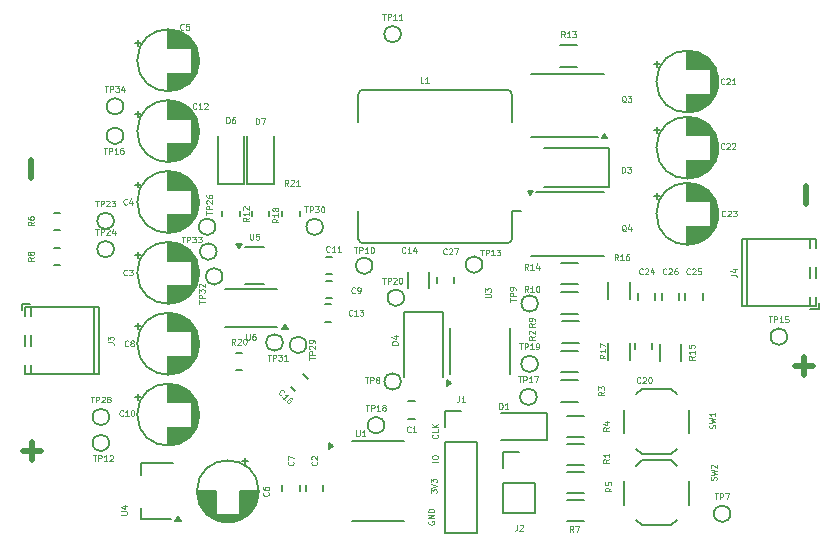
<source format=gto>
%TF.GenerationSoftware,KiCad,Pcbnew,7.0.11-7.0.11~ubuntu22.04.1*%
%TF.CreationDate,2024-07-12T12:17:06+05:30*%
%TF.ProjectId,goodtorch,676f6f64-746f-4726-9368-2e6b69636164,rev?*%
%TF.SameCoordinates,Original*%
%TF.FileFunction,Legend,Top*%
%TF.FilePolarity,Positive*%
%FSLAX46Y46*%
G04 Gerber Fmt 4.6, Leading zero omitted, Abs format (unit mm)*
G04 Created by KiCad (PCBNEW 7.0.11-7.0.11~ubuntu22.04.1) date 2024-07-12 12:17:06*
%MOMM*%
%LPD*%
G01*
G04 APERTURE LIST*
%ADD10C,0.500000*%
%ADD11C,0.125000*%
%ADD12C,0.200000*%
G04 APERTURE END LIST*
D10*
X85705137Y-81067333D02*
X87228947Y-81067333D01*
X86467042Y-81829238D02*
X86467042Y-80305428D01*
X151967333Y-60194862D02*
X151967333Y-58671053D01*
X86367333Y-57994862D02*
X86367333Y-56471053D01*
X151105137Y-73867333D02*
X152628947Y-73867333D01*
X151867042Y-74629238D02*
X151867042Y-73105428D01*
D11*
X120232309Y-84646335D02*
X120232309Y-84336811D01*
X120232309Y-84336811D02*
X120422785Y-84503478D01*
X120422785Y-84503478D02*
X120422785Y-84432049D01*
X120422785Y-84432049D02*
X120446595Y-84384430D01*
X120446595Y-84384430D02*
X120470404Y-84360621D01*
X120470404Y-84360621D02*
X120518023Y-84336811D01*
X120518023Y-84336811D02*
X120637071Y-84336811D01*
X120637071Y-84336811D02*
X120684690Y-84360621D01*
X120684690Y-84360621D02*
X120708500Y-84384430D01*
X120708500Y-84384430D02*
X120732309Y-84432049D01*
X120732309Y-84432049D02*
X120732309Y-84574906D01*
X120732309Y-84574906D02*
X120708500Y-84622525D01*
X120708500Y-84622525D02*
X120684690Y-84646335D01*
X120232309Y-84193954D02*
X120732309Y-84027288D01*
X120732309Y-84027288D02*
X120232309Y-83860621D01*
X120232309Y-83741574D02*
X120232309Y-83432050D01*
X120232309Y-83432050D02*
X120422785Y-83598717D01*
X120422785Y-83598717D02*
X120422785Y-83527288D01*
X120422785Y-83527288D02*
X120446595Y-83479669D01*
X120446595Y-83479669D02*
X120470404Y-83455860D01*
X120470404Y-83455860D02*
X120518023Y-83432050D01*
X120518023Y-83432050D02*
X120637071Y-83432050D01*
X120637071Y-83432050D02*
X120684690Y-83455860D01*
X120684690Y-83455860D02*
X120708500Y-83479669D01*
X120708500Y-83479669D02*
X120732309Y-83527288D01*
X120732309Y-83527288D02*
X120732309Y-83670145D01*
X120732309Y-83670145D02*
X120708500Y-83717764D01*
X120708500Y-83717764D02*
X120684690Y-83741574D01*
X120832309Y-81998716D02*
X120332309Y-81998716D01*
X120332309Y-81665383D02*
X120332309Y-81570145D01*
X120332309Y-81570145D02*
X120356119Y-81522526D01*
X120356119Y-81522526D02*
X120403738Y-81474907D01*
X120403738Y-81474907D02*
X120498976Y-81451097D01*
X120498976Y-81451097D02*
X120665642Y-81451097D01*
X120665642Y-81451097D02*
X120760880Y-81474907D01*
X120760880Y-81474907D02*
X120808500Y-81522526D01*
X120808500Y-81522526D02*
X120832309Y-81570145D01*
X120832309Y-81570145D02*
X120832309Y-81665383D01*
X120832309Y-81665383D02*
X120808500Y-81713002D01*
X120808500Y-81713002D02*
X120760880Y-81760621D01*
X120760880Y-81760621D02*
X120665642Y-81784430D01*
X120665642Y-81784430D02*
X120498976Y-81784430D01*
X120498976Y-81784430D02*
X120403738Y-81760621D01*
X120403738Y-81760621D02*
X120356119Y-81713002D01*
X120356119Y-81713002D02*
X120332309Y-81665383D01*
X120056119Y-87036811D02*
X120032309Y-87084430D01*
X120032309Y-87084430D02*
X120032309Y-87155859D01*
X120032309Y-87155859D02*
X120056119Y-87227287D01*
X120056119Y-87227287D02*
X120103738Y-87274906D01*
X120103738Y-87274906D02*
X120151357Y-87298716D01*
X120151357Y-87298716D02*
X120246595Y-87322525D01*
X120246595Y-87322525D02*
X120318023Y-87322525D01*
X120318023Y-87322525D02*
X120413261Y-87298716D01*
X120413261Y-87298716D02*
X120460880Y-87274906D01*
X120460880Y-87274906D02*
X120508500Y-87227287D01*
X120508500Y-87227287D02*
X120532309Y-87155859D01*
X120532309Y-87155859D02*
X120532309Y-87108240D01*
X120532309Y-87108240D02*
X120508500Y-87036811D01*
X120508500Y-87036811D02*
X120484690Y-87013002D01*
X120484690Y-87013002D02*
X120318023Y-87013002D01*
X120318023Y-87013002D02*
X120318023Y-87108240D01*
X120532309Y-86798716D02*
X120032309Y-86798716D01*
X120032309Y-86798716D02*
X120532309Y-86513002D01*
X120532309Y-86513002D02*
X120032309Y-86513002D01*
X120532309Y-86274906D02*
X120032309Y-86274906D01*
X120032309Y-86274906D02*
X120032309Y-86155858D01*
X120032309Y-86155858D02*
X120056119Y-86084430D01*
X120056119Y-86084430D02*
X120103738Y-86036811D01*
X120103738Y-86036811D02*
X120151357Y-86013001D01*
X120151357Y-86013001D02*
X120246595Y-85989192D01*
X120246595Y-85989192D02*
X120318023Y-85989192D01*
X120318023Y-85989192D02*
X120413261Y-86013001D01*
X120413261Y-86013001D02*
X120460880Y-86036811D01*
X120460880Y-86036811D02*
X120508500Y-86084430D01*
X120508500Y-86084430D02*
X120532309Y-86155858D01*
X120532309Y-86155858D02*
X120532309Y-86274906D01*
X120784690Y-79713002D02*
X120808500Y-79736811D01*
X120808500Y-79736811D02*
X120832309Y-79808240D01*
X120832309Y-79808240D02*
X120832309Y-79855859D01*
X120832309Y-79855859D02*
X120808500Y-79927287D01*
X120808500Y-79927287D02*
X120760880Y-79974906D01*
X120760880Y-79974906D02*
X120713261Y-79998716D01*
X120713261Y-79998716D02*
X120618023Y-80022525D01*
X120618023Y-80022525D02*
X120546595Y-80022525D01*
X120546595Y-80022525D02*
X120451357Y-79998716D01*
X120451357Y-79998716D02*
X120403738Y-79974906D01*
X120403738Y-79974906D02*
X120356119Y-79927287D01*
X120356119Y-79927287D02*
X120332309Y-79855859D01*
X120332309Y-79855859D02*
X120332309Y-79808240D01*
X120332309Y-79808240D02*
X120356119Y-79736811D01*
X120356119Y-79736811D02*
X120379928Y-79713002D01*
X120832309Y-79260621D02*
X120832309Y-79498716D01*
X120832309Y-79498716D02*
X120332309Y-79498716D01*
X120832309Y-79093954D02*
X120332309Y-79093954D01*
X120832309Y-78808240D02*
X120546595Y-79022525D01*
X120332309Y-78808240D02*
X120618023Y-79093954D01*
X144301000Y-79166665D02*
X144324809Y-79095237D01*
X144324809Y-79095237D02*
X144324809Y-78976189D01*
X144324809Y-78976189D02*
X144301000Y-78928570D01*
X144301000Y-78928570D02*
X144277190Y-78904761D01*
X144277190Y-78904761D02*
X144229571Y-78880951D01*
X144229571Y-78880951D02*
X144181952Y-78880951D01*
X144181952Y-78880951D02*
X144134333Y-78904761D01*
X144134333Y-78904761D02*
X144110523Y-78928570D01*
X144110523Y-78928570D02*
X144086714Y-78976189D01*
X144086714Y-78976189D02*
X144062904Y-79071427D01*
X144062904Y-79071427D02*
X144039095Y-79119046D01*
X144039095Y-79119046D02*
X144015285Y-79142856D01*
X144015285Y-79142856D02*
X143967666Y-79166665D01*
X143967666Y-79166665D02*
X143920047Y-79166665D01*
X143920047Y-79166665D02*
X143872428Y-79142856D01*
X143872428Y-79142856D02*
X143848619Y-79119046D01*
X143848619Y-79119046D02*
X143824809Y-79071427D01*
X143824809Y-79071427D02*
X143824809Y-78952380D01*
X143824809Y-78952380D02*
X143848619Y-78880951D01*
X143824809Y-78714285D02*
X144324809Y-78595237D01*
X144324809Y-78595237D02*
X143967666Y-78499999D01*
X143967666Y-78499999D02*
X144324809Y-78404761D01*
X144324809Y-78404761D02*
X143824809Y-78285714D01*
X144324809Y-77833332D02*
X144324809Y-78119046D01*
X144324809Y-77976189D02*
X143824809Y-77976189D01*
X143824809Y-77976189D02*
X143896238Y-78023808D01*
X143896238Y-78023808D02*
X143943857Y-78071427D01*
X143943857Y-78071427D02*
X143967666Y-78119046D01*
X145078571Y-55477190D02*
X145054762Y-55501000D01*
X145054762Y-55501000D02*
X144983333Y-55524809D01*
X144983333Y-55524809D02*
X144935714Y-55524809D01*
X144935714Y-55524809D02*
X144864286Y-55501000D01*
X144864286Y-55501000D02*
X144816667Y-55453380D01*
X144816667Y-55453380D02*
X144792857Y-55405761D01*
X144792857Y-55405761D02*
X144769048Y-55310523D01*
X144769048Y-55310523D02*
X144769048Y-55239095D01*
X144769048Y-55239095D02*
X144792857Y-55143857D01*
X144792857Y-55143857D02*
X144816667Y-55096238D01*
X144816667Y-55096238D02*
X144864286Y-55048619D01*
X144864286Y-55048619D02*
X144935714Y-55024809D01*
X144935714Y-55024809D02*
X144983333Y-55024809D01*
X144983333Y-55024809D02*
X145054762Y-55048619D01*
X145054762Y-55048619D02*
X145078571Y-55072428D01*
X145269048Y-55072428D02*
X145292857Y-55048619D01*
X145292857Y-55048619D02*
X145340476Y-55024809D01*
X145340476Y-55024809D02*
X145459524Y-55024809D01*
X145459524Y-55024809D02*
X145507143Y-55048619D01*
X145507143Y-55048619D02*
X145530952Y-55072428D01*
X145530952Y-55072428D02*
X145554762Y-55120047D01*
X145554762Y-55120047D02*
X145554762Y-55167666D01*
X145554762Y-55167666D02*
X145530952Y-55239095D01*
X145530952Y-55239095D02*
X145245238Y-55524809D01*
X145245238Y-55524809D02*
X145554762Y-55524809D01*
X145745238Y-55072428D02*
X145769047Y-55048619D01*
X145769047Y-55048619D02*
X145816666Y-55024809D01*
X145816666Y-55024809D02*
X145935714Y-55024809D01*
X145935714Y-55024809D02*
X145983333Y-55048619D01*
X145983333Y-55048619D02*
X146007142Y-55072428D01*
X146007142Y-55072428D02*
X146030952Y-55120047D01*
X146030952Y-55120047D02*
X146030952Y-55167666D01*
X146030952Y-55167666D02*
X146007142Y-55239095D01*
X146007142Y-55239095D02*
X145721428Y-55524809D01*
X145721428Y-55524809D02*
X146030952Y-55524809D01*
X135524809Y-84183333D02*
X135286714Y-84349999D01*
X135524809Y-84469047D02*
X135024809Y-84469047D01*
X135024809Y-84469047D02*
X135024809Y-84278571D01*
X135024809Y-84278571D02*
X135048619Y-84230952D01*
X135048619Y-84230952D02*
X135072428Y-84207142D01*
X135072428Y-84207142D02*
X135120047Y-84183333D01*
X135120047Y-84183333D02*
X135191476Y-84183333D01*
X135191476Y-84183333D02*
X135239095Y-84207142D01*
X135239095Y-84207142D02*
X135262904Y-84230952D01*
X135262904Y-84230952D02*
X135286714Y-84278571D01*
X135286714Y-84278571D02*
X135286714Y-84469047D01*
X135024809Y-83730952D02*
X135024809Y-83969047D01*
X135024809Y-83969047D02*
X135262904Y-83992856D01*
X135262904Y-83992856D02*
X135239095Y-83969047D01*
X135239095Y-83969047D02*
X135215285Y-83921428D01*
X135215285Y-83921428D02*
X135215285Y-83802380D01*
X135215285Y-83802380D02*
X135239095Y-83754761D01*
X135239095Y-83754761D02*
X135262904Y-83730952D01*
X135262904Y-83730952D02*
X135310523Y-83707142D01*
X135310523Y-83707142D02*
X135429571Y-83707142D01*
X135429571Y-83707142D02*
X135477190Y-83730952D01*
X135477190Y-83730952D02*
X135501000Y-83754761D01*
X135501000Y-83754761D02*
X135524809Y-83802380D01*
X135524809Y-83802380D02*
X135524809Y-83921428D01*
X135524809Y-83921428D02*
X135501000Y-83969047D01*
X135501000Y-83969047D02*
X135477190Y-83992856D01*
X109530953Y-60376809D02*
X109816667Y-60376809D01*
X109673810Y-60876809D02*
X109673810Y-60376809D01*
X109983333Y-60876809D02*
X109983333Y-60376809D01*
X109983333Y-60376809D02*
X110173809Y-60376809D01*
X110173809Y-60376809D02*
X110221428Y-60400619D01*
X110221428Y-60400619D02*
X110245238Y-60424428D01*
X110245238Y-60424428D02*
X110269047Y-60472047D01*
X110269047Y-60472047D02*
X110269047Y-60543476D01*
X110269047Y-60543476D02*
X110245238Y-60591095D01*
X110245238Y-60591095D02*
X110221428Y-60614904D01*
X110221428Y-60614904D02*
X110173809Y-60638714D01*
X110173809Y-60638714D02*
X109983333Y-60638714D01*
X110435714Y-60376809D02*
X110745238Y-60376809D01*
X110745238Y-60376809D02*
X110578571Y-60567285D01*
X110578571Y-60567285D02*
X110650000Y-60567285D01*
X110650000Y-60567285D02*
X110697619Y-60591095D01*
X110697619Y-60591095D02*
X110721428Y-60614904D01*
X110721428Y-60614904D02*
X110745238Y-60662523D01*
X110745238Y-60662523D02*
X110745238Y-60781571D01*
X110745238Y-60781571D02*
X110721428Y-60829190D01*
X110721428Y-60829190D02*
X110697619Y-60853000D01*
X110697619Y-60853000D02*
X110650000Y-60876809D01*
X110650000Y-60876809D02*
X110507143Y-60876809D01*
X110507143Y-60876809D02*
X110459524Y-60853000D01*
X110459524Y-60853000D02*
X110435714Y-60829190D01*
X111054761Y-60376809D02*
X111102380Y-60376809D01*
X111102380Y-60376809D02*
X111149999Y-60400619D01*
X111149999Y-60400619D02*
X111173809Y-60424428D01*
X111173809Y-60424428D02*
X111197618Y-60472047D01*
X111197618Y-60472047D02*
X111221428Y-60567285D01*
X111221428Y-60567285D02*
X111221428Y-60686333D01*
X111221428Y-60686333D02*
X111197618Y-60781571D01*
X111197618Y-60781571D02*
X111173809Y-60829190D01*
X111173809Y-60829190D02*
X111149999Y-60853000D01*
X111149999Y-60853000D02*
X111102380Y-60876809D01*
X111102380Y-60876809D02*
X111054761Y-60876809D01*
X111054761Y-60876809D02*
X111007142Y-60853000D01*
X111007142Y-60853000D02*
X110983333Y-60829190D01*
X110983333Y-60829190D02*
X110959523Y-60781571D01*
X110959523Y-60781571D02*
X110935714Y-60686333D01*
X110935714Y-60686333D02*
X110935714Y-60567285D01*
X110935714Y-60567285D02*
X110959523Y-60472047D01*
X110959523Y-60472047D02*
X110983333Y-60424428D01*
X110983333Y-60424428D02*
X111007142Y-60400619D01*
X111007142Y-60400619D02*
X111054761Y-60376809D01*
X138178571Y-66077190D02*
X138154762Y-66101000D01*
X138154762Y-66101000D02*
X138083333Y-66124809D01*
X138083333Y-66124809D02*
X138035714Y-66124809D01*
X138035714Y-66124809D02*
X137964286Y-66101000D01*
X137964286Y-66101000D02*
X137916667Y-66053380D01*
X137916667Y-66053380D02*
X137892857Y-66005761D01*
X137892857Y-66005761D02*
X137869048Y-65910523D01*
X137869048Y-65910523D02*
X137869048Y-65839095D01*
X137869048Y-65839095D02*
X137892857Y-65743857D01*
X137892857Y-65743857D02*
X137916667Y-65696238D01*
X137916667Y-65696238D02*
X137964286Y-65648619D01*
X137964286Y-65648619D02*
X138035714Y-65624809D01*
X138035714Y-65624809D02*
X138083333Y-65624809D01*
X138083333Y-65624809D02*
X138154762Y-65648619D01*
X138154762Y-65648619D02*
X138178571Y-65672428D01*
X138369048Y-65672428D02*
X138392857Y-65648619D01*
X138392857Y-65648619D02*
X138440476Y-65624809D01*
X138440476Y-65624809D02*
X138559524Y-65624809D01*
X138559524Y-65624809D02*
X138607143Y-65648619D01*
X138607143Y-65648619D02*
X138630952Y-65672428D01*
X138630952Y-65672428D02*
X138654762Y-65720047D01*
X138654762Y-65720047D02*
X138654762Y-65767666D01*
X138654762Y-65767666D02*
X138630952Y-65839095D01*
X138630952Y-65839095D02*
X138345238Y-66124809D01*
X138345238Y-66124809D02*
X138654762Y-66124809D01*
X139083333Y-65791476D02*
X139083333Y-66124809D01*
X138964285Y-65601000D02*
X138845238Y-65958142D01*
X138845238Y-65958142D02*
X139154761Y-65958142D01*
X134924809Y-76083333D02*
X134686714Y-76249999D01*
X134924809Y-76369047D02*
X134424809Y-76369047D01*
X134424809Y-76369047D02*
X134424809Y-76178571D01*
X134424809Y-76178571D02*
X134448619Y-76130952D01*
X134448619Y-76130952D02*
X134472428Y-76107142D01*
X134472428Y-76107142D02*
X134520047Y-76083333D01*
X134520047Y-76083333D02*
X134591476Y-76083333D01*
X134591476Y-76083333D02*
X134639095Y-76107142D01*
X134639095Y-76107142D02*
X134662904Y-76130952D01*
X134662904Y-76130952D02*
X134686714Y-76178571D01*
X134686714Y-76178571D02*
X134686714Y-76369047D01*
X134424809Y-75916666D02*
X134424809Y-75607142D01*
X134424809Y-75607142D02*
X134615285Y-75773809D01*
X134615285Y-75773809D02*
X134615285Y-75702380D01*
X134615285Y-75702380D02*
X134639095Y-75654761D01*
X134639095Y-75654761D02*
X134662904Y-75630952D01*
X134662904Y-75630952D02*
X134710523Y-75607142D01*
X134710523Y-75607142D02*
X134829571Y-75607142D01*
X134829571Y-75607142D02*
X134877190Y-75630952D01*
X134877190Y-75630952D02*
X134901000Y-75654761D01*
X134901000Y-75654761D02*
X134924809Y-75702380D01*
X134924809Y-75702380D02*
X134924809Y-75845237D01*
X134924809Y-75845237D02*
X134901000Y-75892856D01*
X134901000Y-75892856D02*
X134877190Y-75916666D01*
X101224809Y-61069046D02*
X101224809Y-60783332D01*
X101724809Y-60926189D02*
X101224809Y-60926189D01*
X101724809Y-60616666D02*
X101224809Y-60616666D01*
X101224809Y-60616666D02*
X101224809Y-60426190D01*
X101224809Y-60426190D02*
X101248619Y-60378571D01*
X101248619Y-60378571D02*
X101272428Y-60354761D01*
X101272428Y-60354761D02*
X101320047Y-60330952D01*
X101320047Y-60330952D02*
X101391476Y-60330952D01*
X101391476Y-60330952D02*
X101439095Y-60354761D01*
X101439095Y-60354761D02*
X101462904Y-60378571D01*
X101462904Y-60378571D02*
X101486714Y-60426190D01*
X101486714Y-60426190D02*
X101486714Y-60616666D01*
X101272428Y-60140475D02*
X101248619Y-60116666D01*
X101248619Y-60116666D02*
X101224809Y-60069047D01*
X101224809Y-60069047D02*
X101224809Y-59949999D01*
X101224809Y-59949999D02*
X101248619Y-59902380D01*
X101248619Y-59902380D02*
X101272428Y-59878571D01*
X101272428Y-59878571D02*
X101320047Y-59854761D01*
X101320047Y-59854761D02*
X101367666Y-59854761D01*
X101367666Y-59854761D02*
X101439095Y-59878571D01*
X101439095Y-59878571D02*
X101724809Y-60164285D01*
X101724809Y-60164285D02*
X101724809Y-59854761D01*
X101224809Y-59426190D02*
X101224809Y-59521428D01*
X101224809Y-59521428D02*
X101248619Y-59569047D01*
X101248619Y-59569047D02*
X101272428Y-59592857D01*
X101272428Y-59592857D02*
X101343857Y-59640476D01*
X101343857Y-59640476D02*
X101439095Y-59664285D01*
X101439095Y-59664285D02*
X101629571Y-59664285D01*
X101629571Y-59664285D02*
X101677190Y-59640476D01*
X101677190Y-59640476D02*
X101701000Y-59616666D01*
X101701000Y-59616666D02*
X101724809Y-59569047D01*
X101724809Y-59569047D02*
X101724809Y-59473809D01*
X101724809Y-59473809D02*
X101701000Y-59426190D01*
X101701000Y-59426190D02*
X101677190Y-59402381D01*
X101677190Y-59402381D02*
X101629571Y-59378571D01*
X101629571Y-59378571D02*
X101510523Y-59378571D01*
X101510523Y-59378571D02*
X101462904Y-59402381D01*
X101462904Y-59402381D02*
X101439095Y-59426190D01*
X101439095Y-59426190D02*
X101415285Y-59473809D01*
X101415285Y-59473809D02*
X101415285Y-59569047D01*
X101415285Y-59569047D02*
X101439095Y-59616666D01*
X101439095Y-59616666D02*
X101462904Y-59640476D01*
X101462904Y-59640476D02*
X101510523Y-59664285D01*
X148830953Y-69676809D02*
X149116667Y-69676809D01*
X148973810Y-70176809D02*
X148973810Y-69676809D01*
X149283333Y-70176809D02*
X149283333Y-69676809D01*
X149283333Y-69676809D02*
X149473809Y-69676809D01*
X149473809Y-69676809D02*
X149521428Y-69700619D01*
X149521428Y-69700619D02*
X149545238Y-69724428D01*
X149545238Y-69724428D02*
X149569047Y-69772047D01*
X149569047Y-69772047D02*
X149569047Y-69843476D01*
X149569047Y-69843476D02*
X149545238Y-69891095D01*
X149545238Y-69891095D02*
X149521428Y-69914904D01*
X149521428Y-69914904D02*
X149473809Y-69938714D01*
X149473809Y-69938714D02*
X149283333Y-69938714D01*
X150045238Y-70176809D02*
X149759524Y-70176809D01*
X149902381Y-70176809D02*
X149902381Y-69676809D01*
X149902381Y-69676809D02*
X149854762Y-69748238D01*
X149854762Y-69748238D02*
X149807143Y-69795857D01*
X149807143Y-69795857D02*
X149759524Y-69819666D01*
X150497618Y-69676809D02*
X150259523Y-69676809D01*
X150259523Y-69676809D02*
X150235714Y-69914904D01*
X150235714Y-69914904D02*
X150259523Y-69891095D01*
X150259523Y-69891095D02*
X150307142Y-69867285D01*
X150307142Y-69867285D02*
X150426190Y-69867285D01*
X150426190Y-69867285D02*
X150473809Y-69891095D01*
X150473809Y-69891095D02*
X150497618Y-69914904D01*
X150497618Y-69914904D02*
X150521428Y-69962523D01*
X150521428Y-69962523D02*
X150521428Y-70081571D01*
X150521428Y-70081571D02*
X150497618Y-70129190D01*
X150497618Y-70129190D02*
X150473809Y-70153000D01*
X150473809Y-70153000D02*
X150426190Y-70176809D01*
X150426190Y-70176809D02*
X150307142Y-70176809D01*
X150307142Y-70176809D02*
X150259523Y-70153000D01*
X150259523Y-70153000D02*
X150235714Y-70129190D01*
X107559484Y-76385947D02*
X107525812Y-76385947D01*
X107525812Y-76385947D02*
X107458469Y-76352275D01*
X107458469Y-76352275D02*
X107424797Y-76318604D01*
X107424797Y-76318604D02*
X107391125Y-76251260D01*
X107391125Y-76251260D02*
X107391125Y-76183917D01*
X107391125Y-76183917D02*
X107407961Y-76133409D01*
X107407961Y-76133409D02*
X107458469Y-76049230D01*
X107458469Y-76049230D02*
X107508976Y-75998722D01*
X107508976Y-75998722D02*
X107593156Y-75948214D01*
X107593156Y-75948214D02*
X107643663Y-75931378D01*
X107643663Y-75931378D02*
X107711007Y-75931378D01*
X107711007Y-75931378D02*
X107778350Y-75965050D01*
X107778350Y-75965050D02*
X107812022Y-75998722D01*
X107812022Y-75998722D02*
X107845694Y-76066065D01*
X107845694Y-76066065D02*
X107845694Y-76099737D01*
X107862530Y-76756336D02*
X107660499Y-76554306D01*
X107761514Y-76655321D02*
X108115068Y-76301768D01*
X108115068Y-76301768D02*
X108030888Y-76318604D01*
X108030888Y-76318604D02*
X107963545Y-76318604D01*
X107963545Y-76318604D02*
X107913037Y-76301768D01*
X108519129Y-76705828D02*
X108451785Y-76638485D01*
X108451785Y-76638485D02*
X108401277Y-76621649D01*
X108401277Y-76621649D02*
X108367606Y-76621649D01*
X108367606Y-76621649D02*
X108283426Y-76638485D01*
X108283426Y-76638485D02*
X108199247Y-76688993D01*
X108199247Y-76688993D02*
X108064560Y-76823680D01*
X108064560Y-76823680D02*
X108047724Y-76874187D01*
X108047724Y-76874187D02*
X108047724Y-76907859D01*
X108047724Y-76907859D02*
X108064560Y-76958367D01*
X108064560Y-76958367D02*
X108131903Y-77025710D01*
X108131903Y-77025710D02*
X108182411Y-77042546D01*
X108182411Y-77042546D02*
X108216083Y-77042546D01*
X108216083Y-77042546D02*
X108266590Y-77025710D01*
X108266590Y-77025710D02*
X108350770Y-76941531D01*
X108350770Y-76941531D02*
X108367606Y-76891023D01*
X108367606Y-76891023D02*
X108367606Y-76857351D01*
X108367606Y-76857351D02*
X108350770Y-76806844D01*
X108350770Y-76806844D02*
X108283426Y-76739500D01*
X108283426Y-76739500D02*
X108232919Y-76722664D01*
X108232919Y-76722664D02*
X108199247Y-76722664D01*
X108199247Y-76722664D02*
X108148739Y-76739500D01*
X113919047Y-79324809D02*
X113919047Y-79729571D01*
X113919047Y-79729571D02*
X113942857Y-79777190D01*
X113942857Y-79777190D02*
X113966666Y-79801000D01*
X113966666Y-79801000D02*
X114014285Y-79824809D01*
X114014285Y-79824809D02*
X114109523Y-79824809D01*
X114109523Y-79824809D02*
X114157142Y-79801000D01*
X114157142Y-79801000D02*
X114180952Y-79777190D01*
X114180952Y-79777190D02*
X114204761Y-79729571D01*
X114204761Y-79729571D02*
X114204761Y-79324809D01*
X114704762Y-79824809D02*
X114419048Y-79824809D01*
X114561905Y-79824809D02*
X114561905Y-79324809D01*
X114561905Y-79324809D02*
X114514286Y-79396238D01*
X114514286Y-79396238D02*
X114466667Y-79443857D01*
X114466667Y-79443857D02*
X114419048Y-79467666D01*
X92530953Y-55424809D02*
X92816667Y-55424809D01*
X92673810Y-55924809D02*
X92673810Y-55424809D01*
X92983333Y-55924809D02*
X92983333Y-55424809D01*
X92983333Y-55424809D02*
X93173809Y-55424809D01*
X93173809Y-55424809D02*
X93221428Y-55448619D01*
X93221428Y-55448619D02*
X93245238Y-55472428D01*
X93245238Y-55472428D02*
X93269047Y-55520047D01*
X93269047Y-55520047D02*
X93269047Y-55591476D01*
X93269047Y-55591476D02*
X93245238Y-55639095D01*
X93245238Y-55639095D02*
X93221428Y-55662904D01*
X93221428Y-55662904D02*
X93173809Y-55686714D01*
X93173809Y-55686714D02*
X92983333Y-55686714D01*
X93745238Y-55924809D02*
X93459524Y-55924809D01*
X93602381Y-55924809D02*
X93602381Y-55424809D01*
X93602381Y-55424809D02*
X93554762Y-55496238D01*
X93554762Y-55496238D02*
X93507143Y-55543857D01*
X93507143Y-55543857D02*
X93459524Y-55567666D01*
X94173809Y-55424809D02*
X94078571Y-55424809D01*
X94078571Y-55424809D02*
X94030952Y-55448619D01*
X94030952Y-55448619D02*
X94007142Y-55472428D01*
X94007142Y-55472428D02*
X93959523Y-55543857D01*
X93959523Y-55543857D02*
X93935714Y-55639095D01*
X93935714Y-55639095D02*
X93935714Y-55829571D01*
X93935714Y-55829571D02*
X93959523Y-55877190D01*
X93959523Y-55877190D02*
X93983333Y-55901000D01*
X93983333Y-55901000D02*
X94030952Y-55924809D01*
X94030952Y-55924809D02*
X94126190Y-55924809D01*
X94126190Y-55924809D02*
X94173809Y-55901000D01*
X94173809Y-55901000D02*
X94197618Y-55877190D01*
X94197618Y-55877190D02*
X94221428Y-55829571D01*
X94221428Y-55829571D02*
X94221428Y-55710523D01*
X94221428Y-55710523D02*
X94197618Y-55662904D01*
X94197618Y-55662904D02*
X94173809Y-55639095D01*
X94173809Y-55639095D02*
X94126190Y-55615285D01*
X94126190Y-55615285D02*
X94030952Y-55615285D01*
X94030952Y-55615285D02*
X93983333Y-55639095D01*
X93983333Y-55639095D02*
X93959523Y-55662904D01*
X93959523Y-55662904D02*
X93935714Y-55710523D01*
X100378571Y-52077190D02*
X100354762Y-52101000D01*
X100354762Y-52101000D02*
X100283333Y-52124809D01*
X100283333Y-52124809D02*
X100235714Y-52124809D01*
X100235714Y-52124809D02*
X100164286Y-52101000D01*
X100164286Y-52101000D02*
X100116667Y-52053380D01*
X100116667Y-52053380D02*
X100092857Y-52005761D01*
X100092857Y-52005761D02*
X100069048Y-51910523D01*
X100069048Y-51910523D02*
X100069048Y-51839095D01*
X100069048Y-51839095D02*
X100092857Y-51743857D01*
X100092857Y-51743857D02*
X100116667Y-51696238D01*
X100116667Y-51696238D02*
X100164286Y-51648619D01*
X100164286Y-51648619D02*
X100235714Y-51624809D01*
X100235714Y-51624809D02*
X100283333Y-51624809D01*
X100283333Y-51624809D02*
X100354762Y-51648619D01*
X100354762Y-51648619D02*
X100378571Y-51672428D01*
X100854762Y-52124809D02*
X100569048Y-52124809D01*
X100711905Y-52124809D02*
X100711905Y-51624809D01*
X100711905Y-51624809D02*
X100664286Y-51696238D01*
X100664286Y-51696238D02*
X100616667Y-51743857D01*
X100616667Y-51743857D02*
X100569048Y-51767666D01*
X101045238Y-51672428D02*
X101069047Y-51648619D01*
X101069047Y-51648619D02*
X101116666Y-51624809D01*
X101116666Y-51624809D02*
X101235714Y-51624809D01*
X101235714Y-51624809D02*
X101283333Y-51648619D01*
X101283333Y-51648619D02*
X101307142Y-51672428D01*
X101307142Y-51672428D02*
X101330952Y-51720047D01*
X101330952Y-51720047D02*
X101330952Y-51767666D01*
X101330952Y-51767666D02*
X101307142Y-51839095D01*
X101307142Y-51839095D02*
X101021428Y-52124809D01*
X101021428Y-52124809D02*
X101330952Y-52124809D01*
X126924809Y-68430951D02*
X126924809Y-68145237D01*
X127424809Y-68288094D02*
X126924809Y-68288094D01*
X127424809Y-67978571D02*
X126924809Y-67978571D01*
X126924809Y-67978571D02*
X126924809Y-67788095D01*
X126924809Y-67788095D02*
X126948619Y-67740476D01*
X126948619Y-67740476D02*
X126972428Y-67716666D01*
X126972428Y-67716666D02*
X127020047Y-67692857D01*
X127020047Y-67692857D02*
X127091476Y-67692857D01*
X127091476Y-67692857D02*
X127139095Y-67716666D01*
X127139095Y-67716666D02*
X127162904Y-67740476D01*
X127162904Y-67740476D02*
X127186714Y-67788095D01*
X127186714Y-67788095D02*
X127186714Y-67978571D01*
X127424809Y-67454761D02*
X127424809Y-67359523D01*
X127424809Y-67359523D02*
X127401000Y-67311904D01*
X127401000Y-67311904D02*
X127377190Y-67288095D01*
X127377190Y-67288095D02*
X127305761Y-67240476D01*
X127305761Y-67240476D02*
X127210523Y-67216666D01*
X127210523Y-67216666D02*
X127020047Y-67216666D01*
X127020047Y-67216666D02*
X126972428Y-67240476D01*
X126972428Y-67240476D02*
X126948619Y-67264285D01*
X126948619Y-67264285D02*
X126924809Y-67311904D01*
X126924809Y-67311904D02*
X126924809Y-67407142D01*
X126924809Y-67407142D02*
X126948619Y-67454761D01*
X126948619Y-67454761D02*
X126972428Y-67478571D01*
X126972428Y-67478571D02*
X127020047Y-67502380D01*
X127020047Y-67502380D02*
X127139095Y-67502380D01*
X127139095Y-67502380D02*
X127186714Y-67478571D01*
X127186714Y-67478571D02*
X127210523Y-67454761D01*
X127210523Y-67454761D02*
X127234333Y-67407142D01*
X127234333Y-67407142D02*
X127234333Y-67311904D01*
X127234333Y-67311904D02*
X127210523Y-67264285D01*
X127210523Y-67264285D02*
X127186714Y-67240476D01*
X127186714Y-67240476D02*
X127139095Y-67216666D01*
X128478571Y-67624809D02*
X128311905Y-67386714D01*
X128192857Y-67624809D02*
X128192857Y-67124809D01*
X128192857Y-67124809D02*
X128383333Y-67124809D01*
X128383333Y-67124809D02*
X128430952Y-67148619D01*
X128430952Y-67148619D02*
X128454762Y-67172428D01*
X128454762Y-67172428D02*
X128478571Y-67220047D01*
X128478571Y-67220047D02*
X128478571Y-67291476D01*
X128478571Y-67291476D02*
X128454762Y-67339095D01*
X128454762Y-67339095D02*
X128430952Y-67362904D01*
X128430952Y-67362904D02*
X128383333Y-67386714D01*
X128383333Y-67386714D02*
X128192857Y-67386714D01*
X128954762Y-67624809D02*
X128669048Y-67624809D01*
X128811905Y-67624809D02*
X128811905Y-67124809D01*
X128811905Y-67124809D02*
X128764286Y-67196238D01*
X128764286Y-67196238D02*
X128716667Y-67243857D01*
X128716667Y-67243857D02*
X128669048Y-67267666D01*
X129264285Y-67124809D02*
X129311904Y-67124809D01*
X129311904Y-67124809D02*
X129359523Y-67148619D01*
X129359523Y-67148619D02*
X129383333Y-67172428D01*
X129383333Y-67172428D02*
X129407142Y-67220047D01*
X129407142Y-67220047D02*
X129430952Y-67315285D01*
X129430952Y-67315285D02*
X129430952Y-67434333D01*
X129430952Y-67434333D02*
X129407142Y-67529571D01*
X129407142Y-67529571D02*
X129383333Y-67577190D01*
X129383333Y-67577190D02*
X129359523Y-67601000D01*
X129359523Y-67601000D02*
X129311904Y-67624809D01*
X129311904Y-67624809D02*
X129264285Y-67624809D01*
X129264285Y-67624809D02*
X129216666Y-67601000D01*
X129216666Y-67601000D02*
X129192857Y-67577190D01*
X129192857Y-67577190D02*
X129169047Y-67529571D01*
X129169047Y-67529571D02*
X129145238Y-67434333D01*
X129145238Y-67434333D02*
X129145238Y-67315285D01*
X129145238Y-67315285D02*
X129169047Y-67220047D01*
X129169047Y-67220047D02*
X129192857Y-67172428D01*
X129192857Y-67172428D02*
X129216666Y-67148619D01*
X129216666Y-67148619D02*
X129264285Y-67124809D01*
X108178571Y-58624809D02*
X108011905Y-58386714D01*
X107892857Y-58624809D02*
X107892857Y-58124809D01*
X107892857Y-58124809D02*
X108083333Y-58124809D01*
X108083333Y-58124809D02*
X108130952Y-58148619D01*
X108130952Y-58148619D02*
X108154762Y-58172428D01*
X108154762Y-58172428D02*
X108178571Y-58220047D01*
X108178571Y-58220047D02*
X108178571Y-58291476D01*
X108178571Y-58291476D02*
X108154762Y-58339095D01*
X108154762Y-58339095D02*
X108130952Y-58362904D01*
X108130952Y-58362904D02*
X108083333Y-58386714D01*
X108083333Y-58386714D02*
X107892857Y-58386714D01*
X108369048Y-58172428D02*
X108392857Y-58148619D01*
X108392857Y-58148619D02*
X108440476Y-58124809D01*
X108440476Y-58124809D02*
X108559524Y-58124809D01*
X108559524Y-58124809D02*
X108607143Y-58148619D01*
X108607143Y-58148619D02*
X108630952Y-58172428D01*
X108630952Y-58172428D02*
X108654762Y-58220047D01*
X108654762Y-58220047D02*
X108654762Y-58267666D01*
X108654762Y-58267666D02*
X108630952Y-58339095D01*
X108630952Y-58339095D02*
X108345238Y-58624809D01*
X108345238Y-58624809D02*
X108654762Y-58624809D01*
X109130952Y-58624809D02*
X108845238Y-58624809D01*
X108988095Y-58624809D02*
X108988095Y-58124809D01*
X108988095Y-58124809D02*
X108940476Y-58196238D01*
X108940476Y-58196238D02*
X108892857Y-58243857D01*
X108892857Y-58243857D02*
X108845238Y-58267666D01*
X118078571Y-64277190D02*
X118054762Y-64301000D01*
X118054762Y-64301000D02*
X117983333Y-64324809D01*
X117983333Y-64324809D02*
X117935714Y-64324809D01*
X117935714Y-64324809D02*
X117864286Y-64301000D01*
X117864286Y-64301000D02*
X117816667Y-64253380D01*
X117816667Y-64253380D02*
X117792857Y-64205761D01*
X117792857Y-64205761D02*
X117769048Y-64110523D01*
X117769048Y-64110523D02*
X117769048Y-64039095D01*
X117769048Y-64039095D02*
X117792857Y-63943857D01*
X117792857Y-63943857D02*
X117816667Y-63896238D01*
X117816667Y-63896238D02*
X117864286Y-63848619D01*
X117864286Y-63848619D02*
X117935714Y-63824809D01*
X117935714Y-63824809D02*
X117983333Y-63824809D01*
X117983333Y-63824809D02*
X118054762Y-63848619D01*
X118054762Y-63848619D02*
X118078571Y-63872428D01*
X118554762Y-64324809D02*
X118269048Y-64324809D01*
X118411905Y-64324809D02*
X118411905Y-63824809D01*
X118411905Y-63824809D02*
X118364286Y-63896238D01*
X118364286Y-63896238D02*
X118316667Y-63943857D01*
X118316667Y-63943857D02*
X118269048Y-63967666D01*
X118983333Y-63991476D02*
X118983333Y-64324809D01*
X118864285Y-63801000D02*
X118745238Y-64158142D01*
X118745238Y-64158142D02*
X119054761Y-64158142D01*
X91830953Y-62276809D02*
X92116667Y-62276809D01*
X91973810Y-62776809D02*
X91973810Y-62276809D01*
X92283333Y-62776809D02*
X92283333Y-62276809D01*
X92283333Y-62276809D02*
X92473809Y-62276809D01*
X92473809Y-62276809D02*
X92521428Y-62300619D01*
X92521428Y-62300619D02*
X92545238Y-62324428D01*
X92545238Y-62324428D02*
X92569047Y-62372047D01*
X92569047Y-62372047D02*
X92569047Y-62443476D01*
X92569047Y-62443476D02*
X92545238Y-62491095D01*
X92545238Y-62491095D02*
X92521428Y-62514904D01*
X92521428Y-62514904D02*
X92473809Y-62538714D01*
X92473809Y-62538714D02*
X92283333Y-62538714D01*
X92759524Y-62324428D02*
X92783333Y-62300619D01*
X92783333Y-62300619D02*
X92830952Y-62276809D01*
X92830952Y-62276809D02*
X92950000Y-62276809D01*
X92950000Y-62276809D02*
X92997619Y-62300619D01*
X92997619Y-62300619D02*
X93021428Y-62324428D01*
X93021428Y-62324428D02*
X93045238Y-62372047D01*
X93045238Y-62372047D02*
X93045238Y-62419666D01*
X93045238Y-62419666D02*
X93021428Y-62491095D01*
X93021428Y-62491095D02*
X92735714Y-62776809D01*
X92735714Y-62776809D02*
X93045238Y-62776809D01*
X93473809Y-62443476D02*
X93473809Y-62776809D01*
X93354761Y-62253000D02*
X93235714Y-62610142D01*
X93235714Y-62610142D02*
X93545237Y-62610142D01*
X145624809Y-66166666D02*
X145981952Y-66166666D01*
X145981952Y-66166666D02*
X146053380Y-66190475D01*
X146053380Y-66190475D02*
X146101000Y-66238094D01*
X146101000Y-66238094D02*
X146124809Y-66309523D01*
X146124809Y-66309523D02*
X146124809Y-66357142D01*
X145791476Y-65714285D02*
X146124809Y-65714285D01*
X145601000Y-65833333D02*
X145958142Y-65952380D01*
X145958142Y-65952380D02*
X145958142Y-65642857D01*
X114730953Y-77176809D02*
X115016667Y-77176809D01*
X114873810Y-77676809D02*
X114873810Y-77176809D01*
X115183333Y-77676809D02*
X115183333Y-77176809D01*
X115183333Y-77176809D02*
X115373809Y-77176809D01*
X115373809Y-77176809D02*
X115421428Y-77200619D01*
X115421428Y-77200619D02*
X115445238Y-77224428D01*
X115445238Y-77224428D02*
X115469047Y-77272047D01*
X115469047Y-77272047D02*
X115469047Y-77343476D01*
X115469047Y-77343476D02*
X115445238Y-77391095D01*
X115445238Y-77391095D02*
X115421428Y-77414904D01*
X115421428Y-77414904D02*
X115373809Y-77438714D01*
X115373809Y-77438714D02*
X115183333Y-77438714D01*
X115945238Y-77676809D02*
X115659524Y-77676809D01*
X115802381Y-77676809D02*
X115802381Y-77176809D01*
X115802381Y-77176809D02*
X115754762Y-77248238D01*
X115754762Y-77248238D02*
X115707143Y-77295857D01*
X115707143Y-77295857D02*
X115659524Y-77319666D01*
X116230952Y-77391095D02*
X116183333Y-77367285D01*
X116183333Y-77367285D02*
X116159523Y-77343476D01*
X116159523Y-77343476D02*
X116135714Y-77295857D01*
X116135714Y-77295857D02*
X116135714Y-77272047D01*
X116135714Y-77272047D02*
X116159523Y-77224428D01*
X116159523Y-77224428D02*
X116183333Y-77200619D01*
X116183333Y-77200619D02*
X116230952Y-77176809D01*
X116230952Y-77176809D02*
X116326190Y-77176809D01*
X116326190Y-77176809D02*
X116373809Y-77200619D01*
X116373809Y-77200619D02*
X116397618Y-77224428D01*
X116397618Y-77224428D02*
X116421428Y-77272047D01*
X116421428Y-77272047D02*
X116421428Y-77295857D01*
X116421428Y-77295857D02*
X116397618Y-77343476D01*
X116397618Y-77343476D02*
X116373809Y-77367285D01*
X116373809Y-77367285D02*
X116326190Y-77391095D01*
X116326190Y-77391095D02*
X116230952Y-77391095D01*
X116230952Y-77391095D02*
X116183333Y-77414904D01*
X116183333Y-77414904D02*
X116159523Y-77438714D01*
X116159523Y-77438714D02*
X116135714Y-77486333D01*
X116135714Y-77486333D02*
X116135714Y-77581571D01*
X116135714Y-77581571D02*
X116159523Y-77629190D01*
X116159523Y-77629190D02*
X116183333Y-77653000D01*
X116183333Y-77653000D02*
X116230952Y-77676809D01*
X116230952Y-77676809D02*
X116326190Y-77676809D01*
X116326190Y-77676809D02*
X116373809Y-77653000D01*
X116373809Y-77653000D02*
X116397618Y-77629190D01*
X116397618Y-77629190D02*
X116421428Y-77581571D01*
X116421428Y-77581571D02*
X116421428Y-77486333D01*
X116421428Y-77486333D02*
X116397618Y-77438714D01*
X116397618Y-77438714D02*
X116373809Y-77414904D01*
X116373809Y-77414904D02*
X116326190Y-77391095D01*
X107324809Y-61421428D02*
X107086714Y-61588094D01*
X107324809Y-61707142D02*
X106824809Y-61707142D01*
X106824809Y-61707142D02*
X106824809Y-61516666D01*
X106824809Y-61516666D02*
X106848619Y-61469047D01*
X106848619Y-61469047D02*
X106872428Y-61445237D01*
X106872428Y-61445237D02*
X106920047Y-61421428D01*
X106920047Y-61421428D02*
X106991476Y-61421428D01*
X106991476Y-61421428D02*
X107039095Y-61445237D01*
X107039095Y-61445237D02*
X107062904Y-61469047D01*
X107062904Y-61469047D02*
X107086714Y-61516666D01*
X107086714Y-61516666D02*
X107086714Y-61707142D01*
X107324809Y-60945237D02*
X107324809Y-61230951D01*
X107324809Y-61088094D02*
X106824809Y-61088094D01*
X106824809Y-61088094D02*
X106896238Y-61135713D01*
X106896238Y-61135713D02*
X106943857Y-61183332D01*
X106943857Y-61183332D02*
X106967666Y-61230951D01*
X107039095Y-60659523D02*
X107015285Y-60707142D01*
X107015285Y-60707142D02*
X106991476Y-60730952D01*
X106991476Y-60730952D02*
X106943857Y-60754761D01*
X106943857Y-60754761D02*
X106920047Y-60754761D01*
X106920047Y-60754761D02*
X106872428Y-60730952D01*
X106872428Y-60730952D02*
X106848619Y-60707142D01*
X106848619Y-60707142D02*
X106824809Y-60659523D01*
X106824809Y-60659523D02*
X106824809Y-60564285D01*
X106824809Y-60564285D02*
X106848619Y-60516666D01*
X106848619Y-60516666D02*
X106872428Y-60492857D01*
X106872428Y-60492857D02*
X106920047Y-60469047D01*
X106920047Y-60469047D02*
X106943857Y-60469047D01*
X106943857Y-60469047D02*
X106991476Y-60492857D01*
X106991476Y-60492857D02*
X107015285Y-60516666D01*
X107015285Y-60516666D02*
X107039095Y-60564285D01*
X107039095Y-60564285D02*
X107039095Y-60659523D01*
X107039095Y-60659523D02*
X107062904Y-60707142D01*
X107062904Y-60707142D02*
X107086714Y-60730952D01*
X107086714Y-60730952D02*
X107134333Y-60754761D01*
X107134333Y-60754761D02*
X107229571Y-60754761D01*
X107229571Y-60754761D02*
X107277190Y-60730952D01*
X107277190Y-60730952D02*
X107301000Y-60707142D01*
X107301000Y-60707142D02*
X107324809Y-60659523D01*
X107324809Y-60659523D02*
X107324809Y-60564285D01*
X107324809Y-60564285D02*
X107301000Y-60516666D01*
X107301000Y-60516666D02*
X107277190Y-60492857D01*
X107277190Y-60492857D02*
X107229571Y-60469047D01*
X107229571Y-60469047D02*
X107134333Y-60469047D01*
X107134333Y-60469047D02*
X107086714Y-60492857D01*
X107086714Y-60492857D02*
X107062904Y-60516666D01*
X107062904Y-60516666D02*
X107039095Y-60564285D01*
X92884809Y-71896666D02*
X93241952Y-71896666D01*
X93241952Y-71896666D02*
X93313380Y-71920475D01*
X93313380Y-71920475D02*
X93361000Y-71968094D01*
X93361000Y-71968094D02*
X93384809Y-72039523D01*
X93384809Y-72039523D02*
X93384809Y-72087142D01*
X92884809Y-71706190D02*
X92884809Y-71396666D01*
X92884809Y-71396666D02*
X93075285Y-71563333D01*
X93075285Y-71563333D02*
X93075285Y-71491904D01*
X93075285Y-71491904D02*
X93099095Y-71444285D01*
X93099095Y-71444285D02*
X93122904Y-71420476D01*
X93122904Y-71420476D02*
X93170523Y-71396666D01*
X93170523Y-71396666D02*
X93289571Y-71396666D01*
X93289571Y-71396666D02*
X93337190Y-71420476D01*
X93337190Y-71420476D02*
X93361000Y-71444285D01*
X93361000Y-71444285D02*
X93384809Y-71491904D01*
X93384809Y-71491904D02*
X93384809Y-71634761D01*
X93384809Y-71634761D02*
X93361000Y-71682380D01*
X93361000Y-71682380D02*
X93337190Y-71706190D01*
X117424809Y-72069047D02*
X116924809Y-72069047D01*
X116924809Y-72069047D02*
X116924809Y-71949999D01*
X116924809Y-71949999D02*
X116948619Y-71878571D01*
X116948619Y-71878571D02*
X116996238Y-71830952D01*
X116996238Y-71830952D02*
X117043857Y-71807142D01*
X117043857Y-71807142D02*
X117139095Y-71783333D01*
X117139095Y-71783333D02*
X117210523Y-71783333D01*
X117210523Y-71783333D02*
X117305761Y-71807142D01*
X117305761Y-71807142D02*
X117353380Y-71830952D01*
X117353380Y-71830952D02*
X117401000Y-71878571D01*
X117401000Y-71878571D02*
X117424809Y-71949999D01*
X117424809Y-71949999D02*
X117424809Y-72069047D01*
X117091476Y-71354761D02*
X117424809Y-71354761D01*
X116901000Y-71473809D02*
X117258142Y-71592856D01*
X117258142Y-71592856D02*
X117258142Y-71283333D01*
X135324809Y-79083333D02*
X135086714Y-79249999D01*
X135324809Y-79369047D02*
X134824809Y-79369047D01*
X134824809Y-79369047D02*
X134824809Y-79178571D01*
X134824809Y-79178571D02*
X134848619Y-79130952D01*
X134848619Y-79130952D02*
X134872428Y-79107142D01*
X134872428Y-79107142D02*
X134920047Y-79083333D01*
X134920047Y-79083333D02*
X134991476Y-79083333D01*
X134991476Y-79083333D02*
X135039095Y-79107142D01*
X135039095Y-79107142D02*
X135062904Y-79130952D01*
X135062904Y-79130952D02*
X135086714Y-79178571D01*
X135086714Y-79178571D02*
X135086714Y-79369047D01*
X134991476Y-78654761D02*
X135324809Y-78654761D01*
X134801000Y-78773809D02*
X135158142Y-78892856D01*
X135158142Y-78892856D02*
X135158142Y-78583333D01*
X131578571Y-46054809D02*
X131411905Y-45816714D01*
X131292857Y-46054809D02*
X131292857Y-45554809D01*
X131292857Y-45554809D02*
X131483333Y-45554809D01*
X131483333Y-45554809D02*
X131530952Y-45578619D01*
X131530952Y-45578619D02*
X131554762Y-45602428D01*
X131554762Y-45602428D02*
X131578571Y-45650047D01*
X131578571Y-45650047D02*
X131578571Y-45721476D01*
X131578571Y-45721476D02*
X131554762Y-45769095D01*
X131554762Y-45769095D02*
X131530952Y-45792904D01*
X131530952Y-45792904D02*
X131483333Y-45816714D01*
X131483333Y-45816714D02*
X131292857Y-45816714D01*
X132054762Y-46054809D02*
X131769048Y-46054809D01*
X131911905Y-46054809D02*
X131911905Y-45554809D01*
X131911905Y-45554809D02*
X131864286Y-45626238D01*
X131864286Y-45626238D02*
X131816667Y-45673857D01*
X131816667Y-45673857D02*
X131769048Y-45697666D01*
X132221428Y-45554809D02*
X132530952Y-45554809D01*
X132530952Y-45554809D02*
X132364285Y-45745285D01*
X132364285Y-45745285D02*
X132435714Y-45745285D01*
X132435714Y-45745285D02*
X132483333Y-45769095D01*
X132483333Y-45769095D02*
X132507142Y-45792904D01*
X132507142Y-45792904D02*
X132530952Y-45840523D01*
X132530952Y-45840523D02*
X132530952Y-45959571D01*
X132530952Y-45959571D02*
X132507142Y-46007190D01*
X132507142Y-46007190D02*
X132483333Y-46031000D01*
X132483333Y-46031000D02*
X132435714Y-46054809D01*
X132435714Y-46054809D02*
X132292857Y-46054809D01*
X132292857Y-46054809D02*
X132245238Y-46031000D01*
X132245238Y-46031000D02*
X132221428Y-46007190D01*
X136752380Y-51572428D02*
X136704761Y-51548619D01*
X136704761Y-51548619D02*
X136657142Y-51501000D01*
X136657142Y-51501000D02*
X136585714Y-51429571D01*
X136585714Y-51429571D02*
X136538095Y-51405761D01*
X136538095Y-51405761D02*
X136490476Y-51405761D01*
X136514285Y-51524809D02*
X136466666Y-51501000D01*
X136466666Y-51501000D02*
X136419047Y-51453380D01*
X136419047Y-51453380D02*
X136395238Y-51358142D01*
X136395238Y-51358142D02*
X136395238Y-51191476D01*
X136395238Y-51191476D02*
X136419047Y-51096238D01*
X136419047Y-51096238D02*
X136466666Y-51048619D01*
X136466666Y-51048619D02*
X136514285Y-51024809D01*
X136514285Y-51024809D02*
X136609523Y-51024809D01*
X136609523Y-51024809D02*
X136657142Y-51048619D01*
X136657142Y-51048619D02*
X136704761Y-51096238D01*
X136704761Y-51096238D02*
X136728571Y-51191476D01*
X136728571Y-51191476D02*
X136728571Y-51358142D01*
X136728571Y-51358142D02*
X136704761Y-51453380D01*
X136704761Y-51453380D02*
X136657142Y-51501000D01*
X136657142Y-51501000D02*
X136609523Y-51524809D01*
X136609523Y-51524809D02*
X136514285Y-51524809D01*
X136895238Y-51024809D02*
X137204762Y-51024809D01*
X137204762Y-51024809D02*
X137038095Y-51215285D01*
X137038095Y-51215285D02*
X137109524Y-51215285D01*
X137109524Y-51215285D02*
X137157143Y-51239095D01*
X137157143Y-51239095D02*
X137180952Y-51262904D01*
X137180952Y-51262904D02*
X137204762Y-51310523D01*
X137204762Y-51310523D02*
X137204762Y-51429571D01*
X137204762Y-51429571D02*
X137180952Y-51477190D01*
X137180952Y-51477190D02*
X137157143Y-51501000D01*
X137157143Y-51501000D02*
X137109524Y-51524809D01*
X137109524Y-51524809D02*
X136966667Y-51524809D01*
X136966667Y-51524809D02*
X136919048Y-51501000D01*
X136919048Y-51501000D02*
X136895238Y-51477190D01*
X94516666Y-60177190D02*
X94492857Y-60201000D01*
X94492857Y-60201000D02*
X94421428Y-60224809D01*
X94421428Y-60224809D02*
X94373809Y-60224809D01*
X94373809Y-60224809D02*
X94302381Y-60201000D01*
X94302381Y-60201000D02*
X94254762Y-60153380D01*
X94254762Y-60153380D02*
X94230952Y-60105761D01*
X94230952Y-60105761D02*
X94207143Y-60010523D01*
X94207143Y-60010523D02*
X94207143Y-59939095D01*
X94207143Y-59939095D02*
X94230952Y-59843857D01*
X94230952Y-59843857D02*
X94254762Y-59796238D01*
X94254762Y-59796238D02*
X94302381Y-59748619D01*
X94302381Y-59748619D02*
X94373809Y-59724809D01*
X94373809Y-59724809D02*
X94421428Y-59724809D01*
X94421428Y-59724809D02*
X94492857Y-59748619D01*
X94492857Y-59748619D02*
X94516666Y-59772428D01*
X94945238Y-59891476D02*
X94945238Y-60224809D01*
X94826190Y-59701000D02*
X94707143Y-60058142D01*
X94707143Y-60058142D02*
X95016666Y-60058142D01*
X94024809Y-86480952D02*
X94429571Y-86480952D01*
X94429571Y-86480952D02*
X94477190Y-86457142D01*
X94477190Y-86457142D02*
X94501000Y-86433333D01*
X94501000Y-86433333D02*
X94524809Y-86385714D01*
X94524809Y-86385714D02*
X94524809Y-86290476D01*
X94524809Y-86290476D02*
X94501000Y-86242857D01*
X94501000Y-86242857D02*
X94477190Y-86219047D01*
X94477190Y-86219047D02*
X94429571Y-86195238D01*
X94429571Y-86195238D02*
X94024809Y-86195238D01*
X94191476Y-85742856D02*
X94524809Y-85742856D01*
X94001000Y-85861904D02*
X94358142Y-85980951D01*
X94358142Y-85980951D02*
X94358142Y-85671428D01*
X113816666Y-67677190D02*
X113792857Y-67701000D01*
X113792857Y-67701000D02*
X113721428Y-67724809D01*
X113721428Y-67724809D02*
X113673809Y-67724809D01*
X113673809Y-67724809D02*
X113602381Y-67701000D01*
X113602381Y-67701000D02*
X113554762Y-67653380D01*
X113554762Y-67653380D02*
X113530952Y-67605761D01*
X113530952Y-67605761D02*
X113507143Y-67510523D01*
X113507143Y-67510523D02*
X113507143Y-67439095D01*
X113507143Y-67439095D02*
X113530952Y-67343857D01*
X113530952Y-67343857D02*
X113554762Y-67296238D01*
X113554762Y-67296238D02*
X113602381Y-67248619D01*
X113602381Y-67248619D02*
X113673809Y-67224809D01*
X113673809Y-67224809D02*
X113721428Y-67224809D01*
X113721428Y-67224809D02*
X113792857Y-67248619D01*
X113792857Y-67248619D02*
X113816666Y-67272428D01*
X114054762Y-67724809D02*
X114150000Y-67724809D01*
X114150000Y-67724809D02*
X114197619Y-67701000D01*
X114197619Y-67701000D02*
X114221428Y-67677190D01*
X114221428Y-67677190D02*
X114269047Y-67605761D01*
X114269047Y-67605761D02*
X114292857Y-67510523D01*
X114292857Y-67510523D02*
X114292857Y-67320047D01*
X114292857Y-67320047D02*
X114269047Y-67272428D01*
X114269047Y-67272428D02*
X114245238Y-67248619D01*
X114245238Y-67248619D02*
X114197619Y-67224809D01*
X114197619Y-67224809D02*
X114102381Y-67224809D01*
X114102381Y-67224809D02*
X114054762Y-67248619D01*
X114054762Y-67248619D02*
X114030952Y-67272428D01*
X114030952Y-67272428D02*
X114007143Y-67320047D01*
X114007143Y-67320047D02*
X114007143Y-67439095D01*
X114007143Y-67439095D02*
X114030952Y-67486714D01*
X114030952Y-67486714D02*
X114054762Y-67510523D01*
X114054762Y-67510523D02*
X114102381Y-67534333D01*
X114102381Y-67534333D02*
X114197619Y-67534333D01*
X114197619Y-67534333D02*
X114245238Y-67510523D01*
X114245238Y-67510523D02*
X114269047Y-67486714D01*
X114269047Y-67486714D02*
X114292857Y-67439095D01*
X129024809Y-71383333D02*
X128786714Y-71549999D01*
X129024809Y-71669047D02*
X128524809Y-71669047D01*
X128524809Y-71669047D02*
X128524809Y-71478571D01*
X128524809Y-71478571D02*
X128548619Y-71430952D01*
X128548619Y-71430952D02*
X128572428Y-71407142D01*
X128572428Y-71407142D02*
X128620047Y-71383333D01*
X128620047Y-71383333D02*
X128691476Y-71383333D01*
X128691476Y-71383333D02*
X128739095Y-71407142D01*
X128739095Y-71407142D02*
X128762904Y-71430952D01*
X128762904Y-71430952D02*
X128786714Y-71478571D01*
X128786714Y-71478571D02*
X128786714Y-71669047D01*
X128572428Y-71192856D02*
X128548619Y-71169047D01*
X128548619Y-71169047D02*
X128524809Y-71121428D01*
X128524809Y-71121428D02*
X128524809Y-71002380D01*
X128524809Y-71002380D02*
X128548619Y-70954761D01*
X128548619Y-70954761D02*
X128572428Y-70930952D01*
X128572428Y-70930952D02*
X128620047Y-70907142D01*
X128620047Y-70907142D02*
X128667666Y-70907142D01*
X128667666Y-70907142D02*
X128739095Y-70930952D01*
X128739095Y-70930952D02*
X129024809Y-71216666D01*
X129024809Y-71216666D02*
X129024809Y-70907142D01*
X135324809Y-81783333D02*
X135086714Y-81949999D01*
X135324809Y-82069047D02*
X134824809Y-82069047D01*
X134824809Y-82069047D02*
X134824809Y-81878571D01*
X134824809Y-81878571D02*
X134848619Y-81830952D01*
X134848619Y-81830952D02*
X134872428Y-81807142D01*
X134872428Y-81807142D02*
X134920047Y-81783333D01*
X134920047Y-81783333D02*
X134991476Y-81783333D01*
X134991476Y-81783333D02*
X135039095Y-81807142D01*
X135039095Y-81807142D02*
X135062904Y-81830952D01*
X135062904Y-81830952D02*
X135086714Y-81878571D01*
X135086714Y-81878571D02*
X135086714Y-82069047D01*
X135324809Y-81307142D02*
X135324809Y-81592856D01*
X135324809Y-81449999D02*
X134824809Y-81449999D01*
X134824809Y-81449999D02*
X134896238Y-81497618D01*
X134896238Y-81497618D02*
X134943857Y-81545237D01*
X134943857Y-81545237D02*
X134967666Y-81592856D01*
X104824809Y-61321428D02*
X104586714Y-61488094D01*
X104824809Y-61607142D02*
X104324809Y-61607142D01*
X104324809Y-61607142D02*
X104324809Y-61416666D01*
X104324809Y-61416666D02*
X104348619Y-61369047D01*
X104348619Y-61369047D02*
X104372428Y-61345237D01*
X104372428Y-61345237D02*
X104420047Y-61321428D01*
X104420047Y-61321428D02*
X104491476Y-61321428D01*
X104491476Y-61321428D02*
X104539095Y-61345237D01*
X104539095Y-61345237D02*
X104562904Y-61369047D01*
X104562904Y-61369047D02*
X104586714Y-61416666D01*
X104586714Y-61416666D02*
X104586714Y-61607142D01*
X104824809Y-60845237D02*
X104824809Y-61130951D01*
X104824809Y-60988094D02*
X104324809Y-60988094D01*
X104324809Y-60988094D02*
X104396238Y-61035713D01*
X104396238Y-61035713D02*
X104443857Y-61083332D01*
X104443857Y-61083332D02*
X104467666Y-61130951D01*
X104372428Y-60654761D02*
X104348619Y-60630952D01*
X104348619Y-60630952D02*
X104324809Y-60583333D01*
X104324809Y-60583333D02*
X104324809Y-60464285D01*
X104324809Y-60464285D02*
X104348619Y-60416666D01*
X104348619Y-60416666D02*
X104372428Y-60392857D01*
X104372428Y-60392857D02*
X104420047Y-60369047D01*
X104420047Y-60369047D02*
X104467666Y-60369047D01*
X104467666Y-60369047D02*
X104539095Y-60392857D01*
X104539095Y-60392857D02*
X104824809Y-60678571D01*
X104824809Y-60678571D02*
X104824809Y-60369047D01*
X104619047Y-71174809D02*
X104619047Y-71579571D01*
X104619047Y-71579571D02*
X104642857Y-71627190D01*
X104642857Y-71627190D02*
X104666666Y-71651000D01*
X104666666Y-71651000D02*
X104714285Y-71674809D01*
X104714285Y-71674809D02*
X104809523Y-71674809D01*
X104809523Y-71674809D02*
X104857142Y-71651000D01*
X104857142Y-71651000D02*
X104880952Y-71627190D01*
X104880952Y-71627190D02*
X104904761Y-71579571D01*
X104904761Y-71579571D02*
X104904761Y-71174809D01*
X105357143Y-71174809D02*
X105261905Y-71174809D01*
X105261905Y-71174809D02*
X105214286Y-71198619D01*
X105214286Y-71198619D02*
X105190476Y-71222428D01*
X105190476Y-71222428D02*
X105142857Y-71293857D01*
X105142857Y-71293857D02*
X105119048Y-71389095D01*
X105119048Y-71389095D02*
X105119048Y-71579571D01*
X105119048Y-71579571D02*
X105142857Y-71627190D01*
X105142857Y-71627190D02*
X105166667Y-71651000D01*
X105166667Y-71651000D02*
X105214286Y-71674809D01*
X105214286Y-71674809D02*
X105309524Y-71674809D01*
X105309524Y-71674809D02*
X105357143Y-71651000D01*
X105357143Y-71651000D02*
X105380952Y-71627190D01*
X105380952Y-71627190D02*
X105404762Y-71579571D01*
X105404762Y-71579571D02*
X105404762Y-71460523D01*
X105404762Y-71460523D02*
X105380952Y-71412904D01*
X105380952Y-71412904D02*
X105357143Y-71389095D01*
X105357143Y-71389095D02*
X105309524Y-71365285D01*
X105309524Y-71365285D02*
X105214286Y-71365285D01*
X105214286Y-71365285D02*
X105166667Y-71389095D01*
X105166667Y-71389095D02*
X105142857Y-71412904D01*
X105142857Y-71412904D02*
X105119048Y-71460523D01*
X132316666Y-87924809D02*
X132150000Y-87686714D01*
X132030952Y-87924809D02*
X132030952Y-87424809D01*
X132030952Y-87424809D02*
X132221428Y-87424809D01*
X132221428Y-87424809D02*
X132269047Y-87448619D01*
X132269047Y-87448619D02*
X132292857Y-87472428D01*
X132292857Y-87472428D02*
X132316666Y-87520047D01*
X132316666Y-87520047D02*
X132316666Y-87591476D01*
X132316666Y-87591476D02*
X132292857Y-87639095D01*
X132292857Y-87639095D02*
X132269047Y-87662904D01*
X132269047Y-87662904D02*
X132221428Y-87686714D01*
X132221428Y-87686714D02*
X132030952Y-87686714D01*
X132483333Y-87424809D02*
X132816666Y-87424809D01*
X132816666Y-87424809D02*
X132602381Y-87924809D01*
X106430953Y-72924809D02*
X106716667Y-72924809D01*
X106573810Y-73424809D02*
X106573810Y-72924809D01*
X106883333Y-73424809D02*
X106883333Y-72924809D01*
X106883333Y-72924809D02*
X107073809Y-72924809D01*
X107073809Y-72924809D02*
X107121428Y-72948619D01*
X107121428Y-72948619D02*
X107145238Y-72972428D01*
X107145238Y-72972428D02*
X107169047Y-73020047D01*
X107169047Y-73020047D02*
X107169047Y-73091476D01*
X107169047Y-73091476D02*
X107145238Y-73139095D01*
X107145238Y-73139095D02*
X107121428Y-73162904D01*
X107121428Y-73162904D02*
X107073809Y-73186714D01*
X107073809Y-73186714D02*
X106883333Y-73186714D01*
X107335714Y-72924809D02*
X107645238Y-72924809D01*
X107645238Y-72924809D02*
X107478571Y-73115285D01*
X107478571Y-73115285D02*
X107550000Y-73115285D01*
X107550000Y-73115285D02*
X107597619Y-73139095D01*
X107597619Y-73139095D02*
X107621428Y-73162904D01*
X107621428Y-73162904D02*
X107645238Y-73210523D01*
X107645238Y-73210523D02*
X107645238Y-73329571D01*
X107645238Y-73329571D02*
X107621428Y-73377190D01*
X107621428Y-73377190D02*
X107597619Y-73401000D01*
X107597619Y-73401000D02*
X107550000Y-73424809D01*
X107550000Y-73424809D02*
X107407143Y-73424809D01*
X107407143Y-73424809D02*
X107359524Y-73401000D01*
X107359524Y-73401000D02*
X107335714Y-73377190D01*
X108121428Y-73424809D02*
X107835714Y-73424809D01*
X107978571Y-73424809D02*
X107978571Y-72924809D01*
X107978571Y-72924809D02*
X107930952Y-72996238D01*
X107930952Y-72996238D02*
X107883333Y-73043857D01*
X107883333Y-73043857D02*
X107835714Y-73067666D01*
X127630953Y-74776809D02*
X127916667Y-74776809D01*
X127773810Y-75276809D02*
X127773810Y-74776809D01*
X128083333Y-75276809D02*
X128083333Y-74776809D01*
X128083333Y-74776809D02*
X128273809Y-74776809D01*
X128273809Y-74776809D02*
X128321428Y-74800619D01*
X128321428Y-74800619D02*
X128345238Y-74824428D01*
X128345238Y-74824428D02*
X128369047Y-74872047D01*
X128369047Y-74872047D02*
X128369047Y-74943476D01*
X128369047Y-74943476D02*
X128345238Y-74991095D01*
X128345238Y-74991095D02*
X128321428Y-75014904D01*
X128321428Y-75014904D02*
X128273809Y-75038714D01*
X128273809Y-75038714D02*
X128083333Y-75038714D01*
X128845238Y-75276809D02*
X128559524Y-75276809D01*
X128702381Y-75276809D02*
X128702381Y-74776809D01*
X128702381Y-74776809D02*
X128654762Y-74848238D01*
X128654762Y-74848238D02*
X128607143Y-74895857D01*
X128607143Y-74895857D02*
X128559524Y-74919666D01*
X129011904Y-74776809D02*
X129345237Y-74776809D01*
X129345237Y-74776809D02*
X129130952Y-75276809D01*
X91630953Y-81424809D02*
X91916667Y-81424809D01*
X91773810Y-81924809D02*
X91773810Y-81424809D01*
X92083333Y-81924809D02*
X92083333Y-81424809D01*
X92083333Y-81424809D02*
X92273809Y-81424809D01*
X92273809Y-81424809D02*
X92321428Y-81448619D01*
X92321428Y-81448619D02*
X92345238Y-81472428D01*
X92345238Y-81472428D02*
X92369047Y-81520047D01*
X92369047Y-81520047D02*
X92369047Y-81591476D01*
X92369047Y-81591476D02*
X92345238Y-81639095D01*
X92345238Y-81639095D02*
X92321428Y-81662904D01*
X92321428Y-81662904D02*
X92273809Y-81686714D01*
X92273809Y-81686714D02*
X92083333Y-81686714D01*
X92845238Y-81924809D02*
X92559524Y-81924809D01*
X92702381Y-81924809D02*
X92702381Y-81424809D01*
X92702381Y-81424809D02*
X92654762Y-81496238D01*
X92654762Y-81496238D02*
X92607143Y-81543857D01*
X92607143Y-81543857D02*
X92559524Y-81567666D01*
X93035714Y-81472428D02*
X93059523Y-81448619D01*
X93059523Y-81448619D02*
X93107142Y-81424809D01*
X93107142Y-81424809D02*
X93226190Y-81424809D01*
X93226190Y-81424809D02*
X93273809Y-81448619D01*
X93273809Y-81448619D02*
X93297618Y-81472428D01*
X93297618Y-81472428D02*
X93321428Y-81520047D01*
X93321428Y-81520047D02*
X93321428Y-81567666D01*
X93321428Y-81567666D02*
X93297618Y-81639095D01*
X93297618Y-81639095D02*
X93011904Y-81924809D01*
X93011904Y-81924809D02*
X93321428Y-81924809D01*
X142178571Y-66077190D02*
X142154762Y-66101000D01*
X142154762Y-66101000D02*
X142083333Y-66124809D01*
X142083333Y-66124809D02*
X142035714Y-66124809D01*
X142035714Y-66124809D02*
X141964286Y-66101000D01*
X141964286Y-66101000D02*
X141916667Y-66053380D01*
X141916667Y-66053380D02*
X141892857Y-66005761D01*
X141892857Y-66005761D02*
X141869048Y-65910523D01*
X141869048Y-65910523D02*
X141869048Y-65839095D01*
X141869048Y-65839095D02*
X141892857Y-65743857D01*
X141892857Y-65743857D02*
X141916667Y-65696238D01*
X141916667Y-65696238D02*
X141964286Y-65648619D01*
X141964286Y-65648619D02*
X142035714Y-65624809D01*
X142035714Y-65624809D02*
X142083333Y-65624809D01*
X142083333Y-65624809D02*
X142154762Y-65648619D01*
X142154762Y-65648619D02*
X142178571Y-65672428D01*
X142369048Y-65672428D02*
X142392857Y-65648619D01*
X142392857Y-65648619D02*
X142440476Y-65624809D01*
X142440476Y-65624809D02*
X142559524Y-65624809D01*
X142559524Y-65624809D02*
X142607143Y-65648619D01*
X142607143Y-65648619D02*
X142630952Y-65672428D01*
X142630952Y-65672428D02*
X142654762Y-65720047D01*
X142654762Y-65720047D02*
X142654762Y-65767666D01*
X142654762Y-65767666D02*
X142630952Y-65839095D01*
X142630952Y-65839095D02*
X142345238Y-66124809D01*
X142345238Y-66124809D02*
X142654762Y-66124809D01*
X143107142Y-65624809D02*
X142869047Y-65624809D01*
X142869047Y-65624809D02*
X142845238Y-65862904D01*
X142845238Y-65862904D02*
X142869047Y-65839095D01*
X142869047Y-65839095D02*
X142916666Y-65815285D01*
X142916666Y-65815285D02*
X143035714Y-65815285D01*
X143035714Y-65815285D02*
X143083333Y-65839095D01*
X143083333Y-65839095D02*
X143107142Y-65862904D01*
X143107142Y-65862904D02*
X143130952Y-65910523D01*
X143130952Y-65910523D02*
X143130952Y-66029571D01*
X143130952Y-66029571D02*
X143107142Y-66077190D01*
X143107142Y-66077190D02*
X143083333Y-66101000D01*
X143083333Y-66101000D02*
X143035714Y-66124809D01*
X143035714Y-66124809D02*
X142916666Y-66124809D01*
X142916666Y-66124809D02*
X142869047Y-66101000D01*
X142869047Y-66101000D02*
X142845238Y-66077190D01*
X86624809Y-64683333D02*
X86386714Y-64849999D01*
X86624809Y-64969047D02*
X86124809Y-64969047D01*
X86124809Y-64969047D02*
X86124809Y-64778571D01*
X86124809Y-64778571D02*
X86148619Y-64730952D01*
X86148619Y-64730952D02*
X86172428Y-64707142D01*
X86172428Y-64707142D02*
X86220047Y-64683333D01*
X86220047Y-64683333D02*
X86291476Y-64683333D01*
X86291476Y-64683333D02*
X86339095Y-64707142D01*
X86339095Y-64707142D02*
X86362904Y-64730952D01*
X86362904Y-64730952D02*
X86386714Y-64778571D01*
X86386714Y-64778571D02*
X86386714Y-64969047D01*
X86339095Y-64397618D02*
X86315285Y-64445237D01*
X86315285Y-64445237D02*
X86291476Y-64469047D01*
X86291476Y-64469047D02*
X86243857Y-64492856D01*
X86243857Y-64492856D02*
X86220047Y-64492856D01*
X86220047Y-64492856D02*
X86172428Y-64469047D01*
X86172428Y-64469047D02*
X86148619Y-64445237D01*
X86148619Y-64445237D02*
X86124809Y-64397618D01*
X86124809Y-64397618D02*
X86124809Y-64302380D01*
X86124809Y-64302380D02*
X86148619Y-64254761D01*
X86148619Y-64254761D02*
X86172428Y-64230952D01*
X86172428Y-64230952D02*
X86220047Y-64207142D01*
X86220047Y-64207142D02*
X86243857Y-64207142D01*
X86243857Y-64207142D02*
X86291476Y-64230952D01*
X86291476Y-64230952D02*
X86315285Y-64254761D01*
X86315285Y-64254761D02*
X86339095Y-64302380D01*
X86339095Y-64302380D02*
X86339095Y-64397618D01*
X86339095Y-64397618D02*
X86362904Y-64445237D01*
X86362904Y-64445237D02*
X86386714Y-64469047D01*
X86386714Y-64469047D02*
X86434333Y-64492856D01*
X86434333Y-64492856D02*
X86529571Y-64492856D01*
X86529571Y-64492856D02*
X86577190Y-64469047D01*
X86577190Y-64469047D02*
X86601000Y-64445237D01*
X86601000Y-64445237D02*
X86624809Y-64397618D01*
X86624809Y-64397618D02*
X86624809Y-64302380D01*
X86624809Y-64302380D02*
X86601000Y-64254761D01*
X86601000Y-64254761D02*
X86577190Y-64230952D01*
X86577190Y-64230952D02*
X86529571Y-64207142D01*
X86529571Y-64207142D02*
X86434333Y-64207142D01*
X86434333Y-64207142D02*
X86386714Y-64230952D01*
X86386714Y-64230952D02*
X86362904Y-64254761D01*
X86362904Y-64254761D02*
X86339095Y-64302380D01*
X106477190Y-84583333D02*
X106501000Y-84607142D01*
X106501000Y-84607142D02*
X106524809Y-84678571D01*
X106524809Y-84678571D02*
X106524809Y-84726190D01*
X106524809Y-84726190D02*
X106501000Y-84797618D01*
X106501000Y-84797618D02*
X106453380Y-84845237D01*
X106453380Y-84845237D02*
X106405761Y-84869047D01*
X106405761Y-84869047D02*
X106310523Y-84892856D01*
X106310523Y-84892856D02*
X106239095Y-84892856D01*
X106239095Y-84892856D02*
X106143857Y-84869047D01*
X106143857Y-84869047D02*
X106096238Y-84845237D01*
X106096238Y-84845237D02*
X106048619Y-84797618D01*
X106048619Y-84797618D02*
X106024809Y-84726190D01*
X106024809Y-84726190D02*
X106024809Y-84678571D01*
X106024809Y-84678571D02*
X106048619Y-84607142D01*
X106048619Y-84607142D02*
X106072428Y-84583333D01*
X106024809Y-84154761D02*
X106024809Y-84249999D01*
X106024809Y-84249999D02*
X106048619Y-84297618D01*
X106048619Y-84297618D02*
X106072428Y-84321428D01*
X106072428Y-84321428D02*
X106143857Y-84369047D01*
X106143857Y-84369047D02*
X106239095Y-84392856D01*
X106239095Y-84392856D02*
X106429571Y-84392856D01*
X106429571Y-84392856D02*
X106477190Y-84369047D01*
X106477190Y-84369047D02*
X106501000Y-84345237D01*
X106501000Y-84345237D02*
X106524809Y-84297618D01*
X106524809Y-84297618D02*
X106524809Y-84202380D01*
X106524809Y-84202380D02*
X106501000Y-84154761D01*
X106501000Y-84154761D02*
X106477190Y-84130952D01*
X106477190Y-84130952D02*
X106429571Y-84107142D01*
X106429571Y-84107142D02*
X106310523Y-84107142D01*
X106310523Y-84107142D02*
X106262904Y-84130952D01*
X106262904Y-84130952D02*
X106239095Y-84154761D01*
X106239095Y-84154761D02*
X106215285Y-84202380D01*
X106215285Y-84202380D02*
X106215285Y-84297618D01*
X106215285Y-84297618D02*
X106239095Y-84345237D01*
X106239095Y-84345237D02*
X106262904Y-84369047D01*
X106262904Y-84369047D02*
X106310523Y-84392856D01*
X108577190Y-81983333D02*
X108601000Y-82007142D01*
X108601000Y-82007142D02*
X108624809Y-82078571D01*
X108624809Y-82078571D02*
X108624809Y-82126190D01*
X108624809Y-82126190D02*
X108601000Y-82197618D01*
X108601000Y-82197618D02*
X108553380Y-82245237D01*
X108553380Y-82245237D02*
X108505761Y-82269047D01*
X108505761Y-82269047D02*
X108410523Y-82292856D01*
X108410523Y-82292856D02*
X108339095Y-82292856D01*
X108339095Y-82292856D02*
X108243857Y-82269047D01*
X108243857Y-82269047D02*
X108196238Y-82245237D01*
X108196238Y-82245237D02*
X108148619Y-82197618D01*
X108148619Y-82197618D02*
X108124809Y-82126190D01*
X108124809Y-82126190D02*
X108124809Y-82078571D01*
X108124809Y-82078571D02*
X108148619Y-82007142D01*
X108148619Y-82007142D02*
X108172428Y-81983333D01*
X108124809Y-81816666D02*
X108124809Y-81483333D01*
X108124809Y-81483333D02*
X108624809Y-81697618D01*
X94616666Y-72177190D02*
X94592857Y-72201000D01*
X94592857Y-72201000D02*
X94521428Y-72224809D01*
X94521428Y-72224809D02*
X94473809Y-72224809D01*
X94473809Y-72224809D02*
X94402381Y-72201000D01*
X94402381Y-72201000D02*
X94354762Y-72153380D01*
X94354762Y-72153380D02*
X94330952Y-72105761D01*
X94330952Y-72105761D02*
X94307143Y-72010523D01*
X94307143Y-72010523D02*
X94307143Y-71939095D01*
X94307143Y-71939095D02*
X94330952Y-71843857D01*
X94330952Y-71843857D02*
X94354762Y-71796238D01*
X94354762Y-71796238D02*
X94402381Y-71748619D01*
X94402381Y-71748619D02*
X94473809Y-71724809D01*
X94473809Y-71724809D02*
X94521428Y-71724809D01*
X94521428Y-71724809D02*
X94592857Y-71748619D01*
X94592857Y-71748619D02*
X94616666Y-71772428D01*
X94902381Y-71939095D02*
X94854762Y-71915285D01*
X94854762Y-71915285D02*
X94830952Y-71891476D01*
X94830952Y-71891476D02*
X94807143Y-71843857D01*
X94807143Y-71843857D02*
X94807143Y-71820047D01*
X94807143Y-71820047D02*
X94830952Y-71772428D01*
X94830952Y-71772428D02*
X94854762Y-71748619D01*
X94854762Y-71748619D02*
X94902381Y-71724809D01*
X94902381Y-71724809D02*
X94997619Y-71724809D01*
X94997619Y-71724809D02*
X95045238Y-71748619D01*
X95045238Y-71748619D02*
X95069047Y-71772428D01*
X95069047Y-71772428D02*
X95092857Y-71820047D01*
X95092857Y-71820047D02*
X95092857Y-71843857D01*
X95092857Y-71843857D02*
X95069047Y-71891476D01*
X95069047Y-71891476D02*
X95045238Y-71915285D01*
X95045238Y-71915285D02*
X94997619Y-71939095D01*
X94997619Y-71939095D02*
X94902381Y-71939095D01*
X94902381Y-71939095D02*
X94854762Y-71962904D01*
X94854762Y-71962904D02*
X94830952Y-71986714D01*
X94830952Y-71986714D02*
X94807143Y-72034333D01*
X94807143Y-72034333D02*
X94807143Y-72129571D01*
X94807143Y-72129571D02*
X94830952Y-72177190D01*
X94830952Y-72177190D02*
X94854762Y-72201000D01*
X94854762Y-72201000D02*
X94902381Y-72224809D01*
X94902381Y-72224809D02*
X94997619Y-72224809D01*
X94997619Y-72224809D02*
X95045238Y-72201000D01*
X95045238Y-72201000D02*
X95069047Y-72177190D01*
X95069047Y-72177190D02*
X95092857Y-72129571D01*
X95092857Y-72129571D02*
X95092857Y-72034333D01*
X95092857Y-72034333D02*
X95069047Y-71986714D01*
X95069047Y-71986714D02*
X95045238Y-71962904D01*
X95045238Y-71962904D02*
X94997619Y-71939095D01*
X128478571Y-65724809D02*
X128311905Y-65486714D01*
X128192857Y-65724809D02*
X128192857Y-65224809D01*
X128192857Y-65224809D02*
X128383333Y-65224809D01*
X128383333Y-65224809D02*
X128430952Y-65248619D01*
X128430952Y-65248619D02*
X128454762Y-65272428D01*
X128454762Y-65272428D02*
X128478571Y-65320047D01*
X128478571Y-65320047D02*
X128478571Y-65391476D01*
X128478571Y-65391476D02*
X128454762Y-65439095D01*
X128454762Y-65439095D02*
X128430952Y-65462904D01*
X128430952Y-65462904D02*
X128383333Y-65486714D01*
X128383333Y-65486714D02*
X128192857Y-65486714D01*
X128954762Y-65724809D02*
X128669048Y-65724809D01*
X128811905Y-65724809D02*
X128811905Y-65224809D01*
X128811905Y-65224809D02*
X128764286Y-65296238D01*
X128764286Y-65296238D02*
X128716667Y-65343857D01*
X128716667Y-65343857D02*
X128669048Y-65367666D01*
X129383333Y-65391476D02*
X129383333Y-65724809D01*
X129264285Y-65201000D02*
X129145238Y-65558142D01*
X129145238Y-65558142D02*
X129454761Y-65558142D01*
X86624809Y-61683333D02*
X86386714Y-61849999D01*
X86624809Y-61969047D02*
X86124809Y-61969047D01*
X86124809Y-61969047D02*
X86124809Y-61778571D01*
X86124809Y-61778571D02*
X86148619Y-61730952D01*
X86148619Y-61730952D02*
X86172428Y-61707142D01*
X86172428Y-61707142D02*
X86220047Y-61683333D01*
X86220047Y-61683333D02*
X86291476Y-61683333D01*
X86291476Y-61683333D02*
X86339095Y-61707142D01*
X86339095Y-61707142D02*
X86362904Y-61730952D01*
X86362904Y-61730952D02*
X86386714Y-61778571D01*
X86386714Y-61778571D02*
X86386714Y-61969047D01*
X86124809Y-61254761D02*
X86124809Y-61349999D01*
X86124809Y-61349999D02*
X86148619Y-61397618D01*
X86148619Y-61397618D02*
X86172428Y-61421428D01*
X86172428Y-61421428D02*
X86243857Y-61469047D01*
X86243857Y-61469047D02*
X86339095Y-61492856D01*
X86339095Y-61492856D02*
X86529571Y-61492856D01*
X86529571Y-61492856D02*
X86577190Y-61469047D01*
X86577190Y-61469047D02*
X86601000Y-61445237D01*
X86601000Y-61445237D02*
X86624809Y-61397618D01*
X86624809Y-61397618D02*
X86624809Y-61302380D01*
X86624809Y-61302380D02*
X86601000Y-61254761D01*
X86601000Y-61254761D02*
X86577190Y-61230952D01*
X86577190Y-61230952D02*
X86529571Y-61207142D01*
X86529571Y-61207142D02*
X86410523Y-61207142D01*
X86410523Y-61207142D02*
X86362904Y-61230952D01*
X86362904Y-61230952D02*
X86339095Y-61254761D01*
X86339095Y-61254761D02*
X86315285Y-61302380D01*
X86315285Y-61302380D02*
X86315285Y-61397618D01*
X86315285Y-61397618D02*
X86339095Y-61445237D01*
X86339095Y-61445237D02*
X86362904Y-61469047D01*
X86362904Y-61469047D02*
X86410523Y-61492856D01*
X137978571Y-75277190D02*
X137954762Y-75301000D01*
X137954762Y-75301000D02*
X137883333Y-75324809D01*
X137883333Y-75324809D02*
X137835714Y-75324809D01*
X137835714Y-75324809D02*
X137764286Y-75301000D01*
X137764286Y-75301000D02*
X137716667Y-75253380D01*
X137716667Y-75253380D02*
X137692857Y-75205761D01*
X137692857Y-75205761D02*
X137669048Y-75110523D01*
X137669048Y-75110523D02*
X137669048Y-75039095D01*
X137669048Y-75039095D02*
X137692857Y-74943857D01*
X137692857Y-74943857D02*
X137716667Y-74896238D01*
X137716667Y-74896238D02*
X137764286Y-74848619D01*
X137764286Y-74848619D02*
X137835714Y-74824809D01*
X137835714Y-74824809D02*
X137883333Y-74824809D01*
X137883333Y-74824809D02*
X137954762Y-74848619D01*
X137954762Y-74848619D02*
X137978571Y-74872428D01*
X138169048Y-74872428D02*
X138192857Y-74848619D01*
X138192857Y-74848619D02*
X138240476Y-74824809D01*
X138240476Y-74824809D02*
X138359524Y-74824809D01*
X138359524Y-74824809D02*
X138407143Y-74848619D01*
X138407143Y-74848619D02*
X138430952Y-74872428D01*
X138430952Y-74872428D02*
X138454762Y-74920047D01*
X138454762Y-74920047D02*
X138454762Y-74967666D01*
X138454762Y-74967666D02*
X138430952Y-75039095D01*
X138430952Y-75039095D02*
X138145238Y-75324809D01*
X138145238Y-75324809D02*
X138454762Y-75324809D01*
X138764285Y-74824809D02*
X138811904Y-74824809D01*
X138811904Y-74824809D02*
X138859523Y-74848619D01*
X138859523Y-74848619D02*
X138883333Y-74872428D01*
X138883333Y-74872428D02*
X138907142Y-74920047D01*
X138907142Y-74920047D02*
X138930952Y-75015285D01*
X138930952Y-75015285D02*
X138930952Y-75134333D01*
X138930952Y-75134333D02*
X138907142Y-75229571D01*
X138907142Y-75229571D02*
X138883333Y-75277190D01*
X138883333Y-75277190D02*
X138859523Y-75301000D01*
X138859523Y-75301000D02*
X138811904Y-75324809D01*
X138811904Y-75324809D02*
X138764285Y-75324809D01*
X138764285Y-75324809D02*
X138716666Y-75301000D01*
X138716666Y-75301000D02*
X138692857Y-75277190D01*
X138692857Y-75277190D02*
X138669047Y-75229571D01*
X138669047Y-75229571D02*
X138645238Y-75134333D01*
X138645238Y-75134333D02*
X138645238Y-75015285D01*
X138645238Y-75015285D02*
X138669047Y-74920047D01*
X138669047Y-74920047D02*
X138692857Y-74872428D01*
X138692857Y-74872428D02*
X138716666Y-74848619D01*
X138716666Y-74848619D02*
X138764285Y-74824809D01*
X114669048Y-74824809D02*
X114954762Y-74824809D01*
X114811905Y-75324809D02*
X114811905Y-74824809D01*
X115121428Y-75324809D02*
X115121428Y-74824809D01*
X115121428Y-74824809D02*
X115311904Y-74824809D01*
X115311904Y-74824809D02*
X115359523Y-74848619D01*
X115359523Y-74848619D02*
X115383333Y-74872428D01*
X115383333Y-74872428D02*
X115407142Y-74920047D01*
X115407142Y-74920047D02*
X115407142Y-74991476D01*
X115407142Y-74991476D02*
X115383333Y-75039095D01*
X115383333Y-75039095D02*
X115359523Y-75062904D01*
X115359523Y-75062904D02*
X115311904Y-75086714D01*
X115311904Y-75086714D02*
X115121428Y-75086714D01*
X115692857Y-75039095D02*
X115645238Y-75015285D01*
X115645238Y-75015285D02*
X115621428Y-74991476D01*
X115621428Y-74991476D02*
X115597619Y-74943857D01*
X115597619Y-74943857D02*
X115597619Y-74920047D01*
X115597619Y-74920047D02*
X115621428Y-74872428D01*
X115621428Y-74872428D02*
X115645238Y-74848619D01*
X115645238Y-74848619D02*
X115692857Y-74824809D01*
X115692857Y-74824809D02*
X115788095Y-74824809D01*
X115788095Y-74824809D02*
X115835714Y-74848619D01*
X115835714Y-74848619D02*
X115859523Y-74872428D01*
X115859523Y-74872428D02*
X115883333Y-74920047D01*
X115883333Y-74920047D02*
X115883333Y-74943857D01*
X115883333Y-74943857D02*
X115859523Y-74991476D01*
X115859523Y-74991476D02*
X115835714Y-75015285D01*
X115835714Y-75015285D02*
X115788095Y-75039095D01*
X115788095Y-75039095D02*
X115692857Y-75039095D01*
X115692857Y-75039095D02*
X115645238Y-75062904D01*
X115645238Y-75062904D02*
X115621428Y-75086714D01*
X115621428Y-75086714D02*
X115597619Y-75134333D01*
X115597619Y-75134333D02*
X115597619Y-75229571D01*
X115597619Y-75229571D02*
X115621428Y-75277190D01*
X115621428Y-75277190D02*
X115645238Y-75301000D01*
X115645238Y-75301000D02*
X115692857Y-75324809D01*
X115692857Y-75324809D02*
X115788095Y-75324809D01*
X115788095Y-75324809D02*
X115835714Y-75301000D01*
X115835714Y-75301000D02*
X115859523Y-75277190D01*
X115859523Y-75277190D02*
X115883333Y-75229571D01*
X115883333Y-75229571D02*
X115883333Y-75134333D01*
X115883333Y-75134333D02*
X115859523Y-75086714D01*
X115859523Y-75086714D02*
X115835714Y-75062904D01*
X115835714Y-75062904D02*
X115788095Y-75039095D01*
X144269048Y-84676809D02*
X144554762Y-84676809D01*
X144411905Y-85176809D02*
X144411905Y-84676809D01*
X144721428Y-85176809D02*
X144721428Y-84676809D01*
X144721428Y-84676809D02*
X144911904Y-84676809D01*
X144911904Y-84676809D02*
X144959523Y-84700619D01*
X144959523Y-84700619D02*
X144983333Y-84724428D01*
X144983333Y-84724428D02*
X145007142Y-84772047D01*
X145007142Y-84772047D02*
X145007142Y-84843476D01*
X145007142Y-84843476D02*
X144983333Y-84891095D01*
X144983333Y-84891095D02*
X144959523Y-84914904D01*
X144959523Y-84914904D02*
X144911904Y-84938714D01*
X144911904Y-84938714D02*
X144721428Y-84938714D01*
X145173809Y-84676809D02*
X145507142Y-84676809D01*
X145507142Y-84676809D02*
X145292857Y-85176809D01*
X116130953Y-44076809D02*
X116416667Y-44076809D01*
X116273810Y-44576809D02*
X116273810Y-44076809D01*
X116583333Y-44576809D02*
X116583333Y-44076809D01*
X116583333Y-44076809D02*
X116773809Y-44076809D01*
X116773809Y-44076809D02*
X116821428Y-44100619D01*
X116821428Y-44100619D02*
X116845238Y-44124428D01*
X116845238Y-44124428D02*
X116869047Y-44172047D01*
X116869047Y-44172047D02*
X116869047Y-44243476D01*
X116869047Y-44243476D02*
X116845238Y-44291095D01*
X116845238Y-44291095D02*
X116821428Y-44314904D01*
X116821428Y-44314904D02*
X116773809Y-44338714D01*
X116773809Y-44338714D02*
X116583333Y-44338714D01*
X117345238Y-44576809D02*
X117059524Y-44576809D01*
X117202381Y-44576809D02*
X117202381Y-44076809D01*
X117202381Y-44076809D02*
X117154762Y-44148238D01*
X117154762Y-44148238D02*
X117107143Y-44195857D01*
X117107143Y-44195857D02*
X117059524Y-44219666D01*
X117821428Y-44576809D02*
X117535714Y-44576809D01*
X117678571Y-44576809D02*
X117678571Y-44076809D01*
X117678571Y-44076809D02*
X117630952Y-44148238D01*
X117630952Y-44148238D02*
X117583333Y-44195857D01*
X117583333Y-44195857D02*
X117535714Y-44219666D01*
X127533333Y-87324809D02*
X127533333Y-87681952D01*
X127533333Y-87681952D02*
X127509524Y-87753380D01*
X127509524Y-87753380D02*
X127461905Y-87801000D01*
X127461905Y-87801000D02*
X127390476Y-87824809D01*
X127390476Y-87824809D02*
X127342857Y-87824809D01*
X127747619Y-87372428D02*
X127771428Y-87348619D01*
X127771428Y-87348619D02*
X127819047Y-87324809D01*
X127819047Y-87324809D02*
X127938095Y-87324809D01*
X127938095Y-87324809D02*
X127985714Y-87348619D01*
X127985714Y-87348619D02*
X128009523Y-87372428D01*
X128009523Y-87372428D02*
X128033333Y-87420047D01*
X128033333Y-87420047D02*
X128033333Y-87467666D01*
X128033333Y-87467666D02*
X128009523Y-87539095D01*
X128009523Y-87539095D02*
X127723809Y-87824809D01*
X127723809Y-87824809D02*
X128033333Y-87824809D01*
X109924809Y-73369046D02*
X109924809Y-73083332D01*
X110424809Y-73226189D02*
X109924809Y-73226189D01*
X110424809Y-72916666D02*
X109924809Y-72916666D01*
X109924809Y-72916666D02*
X109924809Y-72726190D01*
X109924809Y-72726190D02*
X109948619Y-72678571D01*
X109948619Y-72678571D02*
X109972428Y-72654761D01*
X109972428Y-72654761D02*
X110020047Y-72630952D01*
X110020047Y-72630952D02*
X110091476Y-72630952D01*
X110091476Y-72630952D02*
X110139095Y-72654761D01*
X110139095Y-72654761D02*
X110162904Y-72678571D01*
X110162904Y-72678571D02*
X110186714Y-72726190D01*
X110186714Y-72726190D02*
X110186714Y-72916666D01*
X109972428Y-72440475D02*
X109948619Y-72416666D01*
X109948619Y-72416666D02*
X109924809Y-72369047D01*
X109924809Y-72369047D02*
X109924809Y-72249999D01*
X109924809Y-72249999D02*
X109948619Y-72202380D01*
X109948619Y-72202380D02*
X109972428Y-72178571D01*
X109972428Y-72178571D02*
X110020047Y-72154761D01*
X110020047Y-72154761D02*
X110067666Y-72154761D01*
X110067666Y-72154761D02*
X110139095Y-72178571D01*
X110139095Y-72178571D02*
X110424809Y-72464285D01*
X110424809Y-72464285D02*
X110424809Y-72154761D01*
X110424809Y-71916666D02*
X110424809Y-71821428D01*
X110424809Y-71821428D02*
X110401000Y-71773809D01*
X110401000Y-71773809D02*
X110377190Y-71750000D01*
X110377190Y-71750000D02*
X110305761Y-71702381D01*
X110305761Y-71702381D02*
X110210523Y-71678571D01*
X110210523Y-71678571D02*
X110020047Y-71678571D01*
X110020047Y-71678571D02*
X109972428Y-71702381D01*
X109972428Y-71702381D02*
X109948619Y-71726190D01*
X109948619Y-71726190D02*
X109924809Y-71773809D01*
X109924809Y-71773809D02*
X109924809Y-71869047D01*
X109924809Y-71869047D02*
X109948619Y-71916666D01*
X109948619Y-71916666D02*
X109972428Y-71940476D01*
X109972428Y-71940476D02*
X110020047Y-71964285D01*
X110020047Y-71964285D02*
X110139095Y-71964285D01*
X110139095Y-71964285D02*
X110186714Y-71940476D01*
X110186714Y-71940476D02*
X110210523Y-71916666D01*
X110210523Y-71916666D02*
X110234333Y-71869047D01*
X110234333Y-71869047D02*
X110234333Y-71773809D01*
X110234333Y-71773809D02*
X110210523Y-71726190D01*
X110210523Y-71726190D02*
X110186714Y-71702381D01*
X110186714Y-71702381D02*
X110139095Y-71678571D01*
X100576686Y-68605199D02*
X100576686Y-68319485D01*
X101076686Y-68462342D02*
X100576686Y-68462342D01*
X101076686Y-68152819D02*
X100576686Y-68152819D01*
X100576686Y-68152819D02*
X100576686Y-67962343D01*
X100576686Y-67962343D02*
X100600496Y-67914724D01*
X100600496Y-67914724D02*
X100624305Y-67890914D01*
X100624305Y-67890914D02*
X100671924Y-67867105D01*
X100671924Y-67867105D02*
X100743353Y-67867105D01*
X100743353Y-67867105D02*
X100790972Y-67890914D01*
X100790972Y-67890914D02*
X100814781Y-67914724D01*
X100814781Y-67914724D02*
X100838591Y-67962343D01*
X100838591Y-67962343D02*
X100838591Y-68152819D01*
X100576686Y-67700438D02*
X100576686Y-67390914D01*
X100576686Y-67390914D02*
X100767162Y-67557581D01*
X100767162Y-67557581D02*
X100767162Y-67486152D01*
X100767162Y-67486152D02*
X100790972Y-67438533D01*
X100790972Y-67438533D02*
X100814781Y-67414724D01*
X100814781Y-67414724D02*
X100862400Y-67390914D01*
X100862400Y-67390914D02*
X100981448Y-67390914D01*
X100981448Y-67390914D02*
X101029067Y-67414724D01*
X101029067Y-67414724D02*
X101052877Y-67438533D01*
X101052877Y-67438533D02*
X101076686Y-67486152D01*
X101076686Y-67486152D02*
X101076686Y-67629009D01*
X101076686Y-67629009D02*
X101052877Y-67676628D01*
X101052877Y-67676628D02*
X101029067Y-67700438D01*
X100624305Y-67200438D02*
X100600496Y-67176629D01*
X100600496Y-67176629D02*
X100576686Y-67129010D01*
X100576686Y-67129010D02*
X100576686Y-67009962D01*
X100576686Y-67009962D02*
X100600496Y-66962343D01*
X100600496Y-66962343D02*
X100624305Y-66938534D01*
X100624305Y-66938534D02*
X100671924Y-66914724D01*
X100671924Y-66914724D02*
X100719543Y-66914724D01*
X100719543Y-66914724D02*
X100790972Y-66938534D01*
X100790972Y-66938534D02*
X101076686Y-67224248D01*
X101076686Y-67224248D02*
X101076686Y-66914724D01*
X116130953Y-66424809D02*
X116416667Y-66424809D01*
X116273810Y-66924809D02*
X116273810Y-66424809D01*
X116583333Y-66924809D02*
X116583333Y-66424809D01*
X116583333Y-66424809D02*
X116773809Y-66424809D01*
X116773809Y-66424809D02*
X116821428Y-66448619D01*
X116821428Y-66448619D02*
X116845238Y-66472428D01*
X116845238Y-66472428D02*
X116869047Y-66520047D01*
X116869047Y-66520047D02*
X116869047Y-66591476D01*
X116869047Y-66591476D02*
X116845238Y-66639095D01*
X116845238Y-66639095D02*
X116821428Y-66662904D01*
X116821428Y-66662904D02*
X116773809Y-66686714D01*
X116773809Y-66686714D02*
X116583333Y-66686714D01*
X117059524Y-66472428D02*
X117083333Y-66448619D01*
X117083333Y-66448619D02*
X117130952Y-66424809D01*
X117130952Y-66424809D02*
X117250000Y-66424809D01*
X117250000Y-66424809D02*
X117297619Y-66448619D01*
X117297619Y-66448619D02*
X117321428Y-66472428D01*
X117321428Y-66472428D02*
X117345238Y-66520047D01*
X117345238Y-66520047D02*
X117345238Y-66567666D01*
X117345238Y-66567666D02*
X117321428Y-66639095D01*
X117321428Y-66639095D02*
X117035714Y-66924809D01*
X117035714Y-66924809D02*
X117345238Y-66924809D01*
X117654761Y-66424809D02*
X117702380Y-66424809D01*
X117702380Y-66424809D02*
X117749999Y-66448619D01*
X117749999Y-66448619D02*
X117773809Y-66472428D01*
X117773809Y-66472428D02*
X117797618Y-66520047D01*
X117797618Y-66520047D02*
X117821428Y-66615285D01*
X117821428Y-66615285D02*
X117821428Y-66734333D01*
X117821428Y-66734333D02*
X117797618Y-66829571D01*
X117797618Y-66829571D02*
X117773809Y-66877190D01*
X117773809Y-66877190D02*
X117749999Y-66901000D01*
X117749999Y-66901000D02*
X117702380Y-66924809D01*
X117702380Y-66924809D02*
X117654761Y-66924809D01*
X117654761Y-66924809D02*
X117607142Y-66901000D01*
X117607142Y-66901000D02*
X117583333Y-66877190D01*
X117583333Y-66877190D02*
X117559523Y-66829571D01*
X117559523Y-66829571D02*
X117535714Y-66734333D01*
X117535714Y-66734333D02*
X117535714Y-66615285D01*
X117535714Y-66615285D02*
X117559523Y-66520047D01*
X117559523Y-66520047D02*
X117583333Y-66472428D01*
X117583333Y-66472428D02*
X117607142Y-66448619D01*
X117607142Y-66448619D02*
X117654761Y-66424809D01*
X122633333Y-76454809D02*
X122633333Y-76811952D01*
X122633333Y-76811952D02*
X122609524Y-76883380D01*
X122609524Y-76883380D02*
X122561905Y-76931000D01*
X122561905Y-76931000D02*
X122490476Y-76954809D01*
X122490476Y-76954809D02*
X122442857Y-76954809D01*
X123133333Y-76954809D02*
X122847619Y-76954809D01*
X122990476Y-76954809D02*
X122990476Y-76454809D01*
X122990476Y-76454809D02*
X122942857Y-76526238D01*
X122942857Y-76526238D02*
X122895238Y-76573857D01*
X122895238Y-76573857D02*
X122847619Y-76597666D01*
X140178571Y-66077190D02*
X140154762Y-66101000D01*
X140154762Y-66101000D02*
X140083333Y-66124809D01*
X140083333Y-66124809D02*
X140035714Y-66124809D01*
X140035714Y-66124809D02*
X139964286Y-66101000D01*
X139964286Y-66101000D02*
X139916667Y-66053380D01*
X139916667Y-66053380D02*
X139892857Y-66005761D01*
X139892857Y-66005761D02*
X139869048Y-65910523D01*
X139869048Y-65910523D02*
X139869048Y-65839095D01*
X139869048Y-65839095D02*
X139892857Y-65743857D01*
X139892857Y-65743857D02*
X139916667Y-65696238D01*
X139916667Y-65696238D02*
X139964286Y-65648619D01*
X139964286Y-65648619D02*
X140035714Y-65624809D01*
X140035714Y-65624809D02*
X140083333Y-65624809D01*
X140083333Y-65624809D02*
X140154762Y-65648619D01*
X140154762Y-65648619D02*
X140178571Y-65672428D01*
X140369048Y-65672428D02*
X140392857Y-65648619D01*
X140392857Y-65648619D02*
X140440476Y-65624809D01*
X140440476Y-65624809D02*
X140559524Y-65624809D01*
X140559524Y-65624809D02*
X140607143Y-65648619D01*
X140607143Y-65648619D02*
X140630952Y-65672428D01*
X140630952Y-65672428D02*
X140654762Y-65720047D01*
X140654762Y-65720047D02*
X140654762Y-65767666D01*
X140654762Y-65767666D02*
X140630952Y-65839095D01*
X140630952Y-65839095D02*
X140345238Y-66124809D01*
X140345238Y-66124809D02*
X140654762Y-66124809D01*
X141083333Y-65624809D02*
X140988095Y-65624809D01*
X140988095Y-65624809D02*
X140940476Y-65648619D01*
X140940476Y-65648619D02*
X140916666Y-65672428D01*
X140916666Y-65672428D02*
X140869047Y-65743857D01*
X140869047Y-65743857D02*
X140845238Y-65839095D01*
X140845238Y-65839095D02*
X140845238Y-66029571D01*
X140845238Y-66029571D02*
X140869047Y-66077190D01*
X140869047Y-66077190D02*
X140892857Y-66101000D01*
X140892857Y-66101000D02*
X140940476Y-66124809D01*
X140940476Y-66124809D02*
X141035714Y-66124809D01*
X141035714Y-66124809D02*
X141083333Y-66101000D01*
X141083333Y-66101000D02*
X141107142Y-66077190D01*
X141107142Y-66077190D02*
X141130952Y-66029571D01*
X141130952Y-66029571D02*
X141130952Y-65910523D01*
X141130952Y-65910523D02*
X141107142Y-65862904D01*
X141107142Y-65862904D02*
X141083333Y-65839095D01*
X141083333Y-65839095D02*
X141035714Y-65815285D01*
X141035714Y-65815285D02*
X140940476Y-65815285D01*
X140940476Y-65815285D02*
X140892857Y-65839095D01*
X140892857Y-65839095D02*
X140869047Y-65862904D01*
X140869047Y-65862904D02*
X140845238Y-65910523D01*
X111678571Y-64177190D02*
X111654762Y-64201000D01*
X111654762Y-64201000D02*
X111583333Y-64224809D01*
X111583333Y-64224809D02*
X111535714Y-64224809D01*
X111535714Y-64224809D02*
X111464286Y-64201000D01*
X111464286Y-64201000D02*
X111416667Y-64153380D01*
X111416667Y-64153380D02*
X111392857Y-64105761D01*
X111392857Y-64105761D02*
X111369048Y-64010523D01*
X111369048Y-64010523D02*
X111369048Y-63939095D01*
X111369048Y-63939095D02*
X111392857Y-63843857D01*
X111392857Y-63843857D02*
X111416667Y-63796238D01*
X111416667Y-63796238D02*
X111464286Y-63748619D01*
X111464286Y-63748619D02*
X111535714Y-63724809D01*
X111535714Y-63724809D02*
X111583333Y-63724809D01*
X111583333Y-63724809D02*
X111654762Y-63748619D01*
X111654762Y-63748619D02*
X111678571Y-63772428D01*
X112154762Y-64224809D02*
X111869048Y-64224809D01*
X112011905Y-64224809D02*
X112011905Y-63724809D01*
X112011905Y-63724809D02*
X111964286Y-63796238D01*
X111964286Y-63796238D02*
X111916667Y-63843857D01*
X111916667Y-63843857D02*
X111869048Y-63867666D01*
X112630952Y-64224809D02*
X112345238Y-64224809D01*
X112488095Y-64224809D02*
X112488095Y-63724809D01*
X112488095Y-63724809D02*
X112440476Y-63796238D01*
X112440476Y-63796238D02*
X112392857Y-63843857D01*
X112392857Y-63843857D02*
X112345238Y-63867666D01*
X145178571Y-61177190D02*
X145154762Y-61201000D01*
X145154762Y-61201000D02*
X145083333Y-61224809D01*
X145083333Y-61224809D02*
X145035714Y-61224809D01*
X145035714Y-61224809D02*
X144964286Y-61201000D01*
X144964286Y-61201000D02*
X144916667Y-61153380D01*
X144916667Y-61153380D02*
X144892857Y-61105761D01*
X144892857Y-61105761D02*
X144869048Y-61010523D01*
X144869048Y-61010523D02*
X144869048Y-60939095D01*
X144869048Y-60939095D02*
X144892857Y-60843857D01*
X144892857Y-60843857D02*
X144916667Y-60796238D01*
X144916667Y-60796238D02*
X144964286Y-60748619D01*
X144964286Y-60748619D02*
X145035714Y-60724809D01*
X145035714Y-60724809D02*
X145083333Y-60724809D01*
X145083333Y-60724809D02*
X145154762Y-60748619D01*
X145154762Y-60748619D02*
X145178571Y-60772428D01*
X145369048Y-60772428D02*
X145392857Y-60748619D01*
X145392857Y-60748619D02*
X145440476Y-60724809D01*
X145440476Y-60724809D02*
X145559524Y-60724809D01*
X145559524Y-60724809D02*
X145607143Y-60748619D01*
X145607143Y-60748619D02*
X145630952Y-60772428D01*
X145630952Y-60772428D02*
X145654762Y-60820047D01*
X145654762Y-60820047D02*
X145654762Y-60867666D01*
X145654762Y-60867666D02*
X145630952Y-60939095D01*
X145630952Y-60939095D02*
X145345238Y-61224809D01*
X145345238Y-61224809D02*
X145654762Y-61224809D01*
X145821428Y-60724809D02*
X146130952Y-60724809D01*
X146130952Y-60724809D02*
X145964285Y-60915285D01*
X145964285Y-60915285D02*
X146035714Y-60915285D01*
X146035714Y-60915285D02*
X146083333Y-60939095D01*
X146083333Y-60939095D02*
X146107142Y-60962904D01*
X146107142Y-60962904D02*
X146130952Y-61010523D01*
X146130952Y-61010523D02*
X146130952Y-61129571D01*
X146130952Y-61129571D02*
X146107142Y-61177190D01*
X146107142Y-61177190D02*
X146083333Y-61201000D01*
X146083333Y-61201000D02*
X146035714Y-61224809D01*
X146035714Y-61224809D02*
X145892857Y-61224809D01*
X145892857Y-61224809D02*
X145845238Y-61201000D01*
X145845238Y-61201000D02*
X145821428Y-61177190D01*
X102930952Y-53324809D02*
X102930952Y-52824809D01*
X102930952Y-52824809D02*
X103050000Y-52824809D01*
X103050000Y-52824809D02*
X103121428Y-52848619D01*
X103121428Y-52848619D02*
X103169047Y-52896238D01*
X103169047Y-52896238D02*
X103192857Y-52943857D01*
X103192857Y-52943857D02*
X103216666Y-53039095D01*
X103216666Y-53039095D02*
X103216666Y-53110523D01*
X103216666Y-53110523D02*
X103192857Y-53205761D01*
X103192857Y-53205761D02*
X103169047Y-53253380D01*
X103169047Y-53253380D02*
X103121428Y-53301000D01*
X103121428Y-53301000D02*
X103050000Y-53324809D01*
X103050000Y-53324809D02*
X102930952Y-53324809D01*
X103645238Y-52824809D02*
X103550000Y-52824809D01*
X103550000Y-52824809D02*
X103502381Y-52848619D01*
X103502381Y-52848619D02*
X103478571Y-52872428D01*
X103478571Y-52872428D02*
X103430952Y-52943857D01*
X103430952Y-52943857D02*
X103407143Y-53039095D01*
X103407143Y-53039095D02*
X103407143Y-53229571D01*
X103407143Y-53229571D02*
X103430952Y-53277190D01*
X103430952Y-53277190D02*
X103454762Y-53301000D01*
X103454762Y-53301000D02*
X103502381Y-53324809D01*
X103502381Y-53324809D02*
X103597619Y-53324809D01*
X103597619Y-53324809D02*
X103645238Y-53301000D01*
X103645238Y-53301000D02*
X103669047Y-53277190D01*
X103669047Y-53277190D02*
X103692857Y-53229571D01*
X103692857Y-53229571D02*
X103692857Y-53110523D01*
X103692857Y-53110523D02*
X103669047Y-53062904D01*
X103669047Y-53062904D02*
X103645238Y-53039095D01*
X103645238Y-53039095D02*
X103597619Y-53015285D01*
X103597619Y-53015285D02*
X103502381Y-53015285D01*
X103502381Y-53015285D02*
X103454762Y-53039095D01*
X103454762Y-53039095D02*
X103430952Y-53062904D01*
X103430952Y-53062904D02*
X103407143Y-53110523D01*
X119616666Y-49924809D02*
X119378571Y-49924809D01*
X119378571Y-49924809D02*
X119378571Y-49424809D01*
X120045238Y-49924809D02*
X119759524Y-49924809D01*
X119902381Y-49924809D02*
X119902381Y-49424809D01*
X119902381Y-49424809D02*
X119854762Y-49496238D01*
X119854762Y-49496238D02*
X119807143Y-49543857D01*
X119807143Y-49543857D02*
X119759524Y-49567666D01*
X135024809Y-72921428D02*
X134786714Y-73088094D01*
X135024809Y-73207142D02*
X134524809Y-73207142D01*
X134524809Y-73207142D02*
X134524809Y-73016666D01*
X134524809Y-73016666D02*
X134548619Y-72969047D01*
X134548619Y-72969047D02*
X134572428Y-72945237D01*
X134572428Y-72945237D02*
X134620047Y-72921428D01*
X134620047Y-72921428D02*
X134691476Y-72921428D01*
X134691476Y-72921428D02*
X134739095Y-72945237D01*
X134739095Y-72945237D02*
X134762904Y-72969047D01*
X134762904Y-72969047D02*
X134786714Y-73016666D01*
X134786714Y-73016666D02*
X134786714Y-73207142D01*
X135024809Y-72445237D02*
X135024809Y-72730951D01*
X135024809Y-72588094D02*
X134524809Y-72588094D01*
X134524809Y-72588094D02*
X134596238Y-72635713D01*
X134596238Y-72635713D02*
X134643857Y-72683332D01*
X134643857Y-72683332D02*
X134667666Y-72730951D01*
X134524809Y-72278571D02*
X134524809Y-71945238D01*
X134524809Y-71945238D02*
X135024809Y-72159523D01*
X144401000Y-83566665D02*
X144424809Y-83495237D01*
X144424809Y-83495237D02*
X144424809Y-83376189D01*
X144424809Y-83376189D02*
X144401000Y-83328570D01*
X144401000Y-83328570D02*
X144377190Y-83304761D01*
X144377190Y-83304761D02*
X144329571Y-83280951D01*
X144329571Y-83280951D02*
X144281952Y-83280951D01*
X144281952Y-83280951D02*
X144234333Y-83304761D01*
X144234333Y-83304761D02*
X144210523Y-83328570D01*
X144210523Y-83328570D02*
X144186714Y-83376189D01*
X144186714Y-83376189D02*
X144162904Y-83471427D01*
X144162904Y-83471427D02*
X144139095Y-83519046D01*
X144139095Y-83519046D02*
X144115285Y-83542856D01*
X144115285Y-83542856D02*
X144067666Y-83566665D01*
X144067666Y-83566665D02*
X144020047Y-83566665D01*
X144020047Y-83566665D02*
X143972428Y-83542856D01*
X143972428Y-83542856D02*
X143948619Y-83519046D01*
X143948619Y-83519046D02*
X143924809Y-83471427D01*
X143924809Y-83471427D02*
X143924809Y-83352380D01*
X143924809Y-83352380D02*
X143948619Y-83280951D01*
X143924809Y-83114285D02*
X144424809Y-82995237D01*
X144424809Y-82995237D02*
X144067666Y-82899999D01*
X144067666Y-82899999D02*
X144424809Y-82804761D01*
X144424809Y-82804761D02*
X143924809Y-82685714D01*
X143972428Y-82519046D02*
X143948619Y-82495237D01*
X143948619Y-82495237D02*
X143924809Y-82447618D01*
X143924809Y-82447618D02*
X143924809Y-82328570D01*
X143924809Y-82328570D02*
X143948619Y-82280951D01*
X143948619Y-82280951D02*
X143972428Y-82257142D01*
X143972428Y-82257142D02*
X144020047Y-82233332D01*
X144020047Y-82233332D02*
X144067666Y-82233332D01*
X144067666Y-82233332D02*
X144139095Y-82257142D01*
X144139095Y-82257142D02*
X144424809Y-82542856D01*
X144424809Y-82542856D02*
X144424809Y-82233332D01*
X110577190Y-81983333D02*
X110601000Y-82007142D01*
X110601000Y-82007142D02*
X110624809Y-82078571D01*
X110624809Y-82078571D02*
X110624809Y-82126190D01*
X110624809Y-82126190D02*
X110601000Y-82197618D01*
X110601000Y-82197618D02*
X110553380Y-82245237D01*
X110553380Y-82245237D02*
X110505761Y-82269047D01*
X110505761Y-82269047D02*
X110410523Y-82292856D01*
X110410523Y-82292856D02*
X110339095Y-82292856D01*
X110339095Y-82292856D02*
X110243857Y-82269047D01*
X110243857Y-82269047D02*
X110196238Y-82245237D01*
X110196238Y-82245237D02*
X110148619Y-82197618D01*
X110148619Y-82197618D02*
X110124809Y-82126190D01*
X110124809Y-82126190D02*
X110124809Y-82078571D01*
X110124809Y-82078571D02*
X110148619Y-82007142D01*
X110148619Y-82007142D02*
X110172428Y-81983333D01*
X110172428Y-81792856D02*
X110148619Y-81769047D01*
X110148619Y-81769047D02*
X110124809Y-81721428D01*
X110124809Y-81721428D02*
X110124809Y-81602380D01*
X110124809Y-81602380D02*
X110148619Y-81554761D01*
X110148619Y-81554761D02*
X110172428Y-81530952D01*
X110172428Y-81530952D02*
X110220047Y-81507142D01*
X110220047Y-81507142D02*
X110267666Y-81507142D01*
X110267666Y-81507142D02*
X110339095Y-81530952D01*
X110339095Y-81530952D02*
X110624809Y-81816666D01*
X110624809Y-81816666D02*
X110624809Y-81507142D01*
X136078571Y-64924809D02*
X135911905Y-64686714D01*
X135792857Y-64924809D02*
X135792857Y-64424809D01*
X135792857Y-64424809D02*
X135983333Y-64424809D01*
X135983333Y-64424809D02*
X136030952Y-64448619D01*
X136030952Y-64448619D02*
X136054762Y-64472428D01*
X136054762Y-64472428D02*
X136078571Y-64520047D01*
X136078571Y-64520047D02*
X136078571Y-64591476D01*
X136078571Y-64591476D02*
X136054762Y-64639095D01*
X136054762Y-64639095D02*
X136030952Y-64662904D01*
X136030952Y-64662904D02*
X135983333Y-64686714D01*
X135983333Y-64686714D02*
X135792857Y-64686714D01*
X136554762Y-64924809D02*
X136269048Y-64924809D01*
X136411905Y-64924809D02*
X136411905Y-64424809D01*
X136411905Y-64424809D02*
X136364286Y-64496238D01*
X136364286Y-64496238D02*
X136316667Y-64543857D01*
X136316667Y-64543857D02*
X136269048Y-64567666D01*
X136983333Y-64424809D02*
X136888095Y-64424809D01*
X136888095Y-64424809D02*
X136840476Y-64448619D01*
X136840476Y-64448619D02*
X136816666Y-64472428D01*
X136816666Y-64472428D02*
X136769047Y-64543857D01*
X136769047Y-64543857D02*
X136745238Y-64639095D01*
X136745238Y-64639095D02*
X136745238Y-64829571D01*
X136745238Y-64829571D02*
X136769047Y-64877190D01*
X136769047Y-64877190D02*
X136792857Y-64901000D01*
X136792857Y-64901000D02*
X136840476Y-64924809D01*
X136840476Y-64924809D02*
X136935714Y-64924809D01*
X136935714Y-64924809D02*
X136983333Y-64901000D01*
X136983333Y-64901000D02*
X137007142Y-64877190D01*
X137007142Y-64877190D02*
X137030952Y-64829571D01*
X137030952Y-64829571D02*
X137030952Y-64710523D01*
X137030952Y-64710523D02*
X137007142Y-64662904D01*
X137007142Y-64662904D02*
X136983333Y-64639095D01*
X136983333Y-64639095D02*
X136935714Y-64615285D01*
X136935714Y-64615285D02*
X136840476Y-64615285D01*
X136840476Y-64615285D02*
X136792857Y-64639095D01*
X136792857Y-64639095D02*
X136769047Y-64662904D01*
X136769047Y-64662904D02*
X136745238Y-64710523D01*
X113730953Y-63824809D02*
X114016667Y-63824809D01*
X113873810Y-64324809D02*
X113873810Y-63824809D01*
X114183333Y-64324809D02*
X114183333Y-63824809D01*
X114183333Y-63824809D02*
X114373809Y-63824809D01*
X114373809Y-63824809D02*
X114421428Y-63848619D01*
X114421428Y-63848619D02*
X114445238Y-63872428D01*
X114445238Y-63872428D02*
X114469047Y-63920047D01*
X114469047Y-63920047D02*
X114469047Y-63991476D01*
X114469047Y-63991476D02*
X114445238Y-64039095D01*
X114445238Y-64039095D02*
X114421428Y-64062904D01*
X114421428Y-64062904D02*
X114373809Y-64086714D01*
X114373809Y-64086714D02*
X114183333Y-64086714D01*
X114945238Y-64324809D02*
X114659524Y-64324809D01*
X114802381Y-64324809D02*
X114802381Y-63824809D01*
X114802381Y-63824809D02*
X114754762Y-63896238D01*
X114754762Y-63896238D02*
X114707143Y-63943857D01*
X114707143Y-63943857D02*
X114659524Y-63967666D01*
X115254761Y-63824809D02*
X115302380Y-63824809D01*
X115302380Y-63824809D02*
X115349999Y-63848619D01*
X115349999Y-63848619D02*
X115373809Y-63872428D01*
X115373809Y-63872428D02*
X115397618Y-63920047D01*
X115397618Y-63920047D02*
X115421428Y-64015285D01*
X115421428Y-64015285D02*
X115421428Y-64134333D01*
X115421428Y-64134333D02*
X115397618Y-64229571D01*
X115397618Y-64229571D02*
X115373809Y-64277190D01*
X115373809Y-64277190D02*
X115349999Y-64301000D01*
X115349999Y-64301000D02*
X115302380Y-64324809D01*
X115302380Y-64324809D02*
X115254761Y-64324809D01*
X115254761Y-64324809D02*
X115207142Y-64301000D01*
X115207142Y-64301000D02*
X115183333Y-64277190D01*
X115183333Y-64277190D02*
X115159523Y-64229571D01*
X115159523Y-64229571D02*
X115135714Y-64134333D01*
X115135714Y-64134333D02*
X115135714Y-64015285D01*
X115135714Y-64015285D02*
X115159523Y-63920047D01*
X115159523Y-63920047D02*
X115183333Y-63872428D01*
X115183333Y-63872428D02*
X115207142Y-63848619D01*
X115207142Y-63848619D02*
X115254761Y-63824809D01*
X94516666Y-66177190D02*
X94492857Y-66201000D01*
X94492857Y-66201000D02*
X94421428Y-66224809D01*
X94421428Y-66224809D02*
X94373809Y-66224809D01*
X94373809Y-66224809D02*
X94302381Y-66201000D01*
X94302381Y-66201000D02*
X94254762Y-66153380D01*
X94254762Y-66153380D02*
X94230952Y-66105761D01*
X94230952Y-66105761D02*
X94207143Y-66010523D01*
X94207143Y-66010523D02*
X94207143Y-65939095D01*
X94207143Y-65939095D02*
X94230952Y-65843857D01*
X94230952Y-65843857D02*
X94254762Y-65796238D01*
X94254762Y-65796238D02*
X94302381Y-65748619D01*
X94302381Y-65748619D02*
X94373809Y-65724809D01*
X94373809Y-65724809D02*
X94421428Y-65724809D01*
X94421428Y-65724809D02*
X94492857Y-65748619D01*
X94492857Y-65748619D02*
X94516666Y-65772428D01*
X94683333Y-65724809D02*
X94992857Y-65724809D01*
X94992857Y-65724809D02*
X94826190Y-65915285D01*
X94826190Y-65915285D02*
X94897619Y-65915285D01*
X94897619Y-65915285D02*
X94945238Y-65939095D01*
X94945238Y-65939095D02*
X94969047Y-65962904D01*
X94969047Y-65962904D02*
X94992857Y-66010523D01*
X94992857Y-66010523D02*
X94992857Y-66129571D01*
X94992857Y-66129571D02*
X94969047Y-66177190D01*
X94969047Y-66177190D02*
X94945238Y-66201000D01*
X94945238Y-66201000D02*
X94897619Y-66224809D01*
X94897619Y-66224809D02*
X94754762Y-66224809D01*
X94754762Y-66224809D02*
X94707143Y-66201000D01*
X94707143Y-66201000D02*
X94683333Y-66177190D01*
X91430953Y-76476809D02*
X91716667Y-76476809D01*
X91573810Y-76976809D02*
X91573810Y-76476809D01*
X91883333Y-76976809D02*
X91883333Y-76476809D01*
X91883333Y-76476809D02*
X92073809Y-76476809D01*
X92073809Y-76476809D02*
X92121428Y-76500619D01*
X92121428Y-76500619D02*
X92145238Y-76524428D01*
X92145238Y-76524428D02*
X92169047Y-76572047D01*
X92169047Y-76572047D02*
X92169047Y-76643476D01*
X92169047Y-76643476D02*
X92145238Y-76691095D01*
X92145238Y-76691095D02*
X92121428Y-76714904D01*
X92121428Y-76714904D02*
X92073809Y-76738714D01*
X92073809Y-76738714D02*
X91883333Y-76738714D01*
X92359524Y-76524428D02*
X92383333Y-76500619D01*
X92383333Y-76500619D02*
X92430952Y-76476809D01*
X92430952Y-76476809D02*
X92550000Y-76476809D01*
X92550000Y-76476809D02*
X92597619Y-76500619D01*
X92597619Y-76500619D02*
X92621428Y-76524428D01*
X92621428Y-76524428D02*
X92645238Y-76572047D01*
X92645238Y-76572047D02*
X92645238Y-76619666D01*
X92645238Y-76619666D02*
X92621428Y-76691095D01*
X92621428Y-76691095D02*
X92335714Y-76976809D01*
X92335714Y-76976809D02*
X92645238Y-76976809D01*
X92930952Y-76691095D02*
X92883333Y-76667285D01*
X92883333Y-76667285D02*
X92859523Y-76643476D01*
X92859523Y-76643476D02*
X92835714Y-76595857D01*
X92835714Y-76595857D02*
X92835714Y-76572047D01*
X92835714Y-76572047D02*
X92859523Y-76524428D01*
X92859523Y-76524428D02*
X92883333Y-76500619D01*
X92883333Y-76500619D02*
X92930952Y-76476809D01*
X92930952Y-76476809D02*
X93026190Y-76476809D01*
X93026190Y-76476809D02*
X93073809Y-76500619D01*
X93073809Y-76500619D02*
X93097618Y-76524428D01*
X93097618Y-76524428D02*
X93121428Y-76572047D01*
X93121428Y-76572047D02*
X93121428Y-76595857D01*
X93121428Y-76595857D02*
X93097618Y-76643476D01*
X93097618Y-76643476D02*
X93073809Y-76667285D01*
X93073809Y-76667285D02*
X93026190Y-76691095D01*
X93026190Y-76691095D02*
X92930952Y-76691095D01*
X92930952Y-76691095D02*
X92883333Y-76714904D01*
X92883333Y-76714904D02*
X92859523Y-76738714D01*
X92859523Y-76738714D02*
X92835714Y-76786333D01*
X92835714Y-76786333D02*
X92835714Y-76881571D01*
X92835714Y-76881571D02*
X92859523Y-76929190D01*
X92859523Y-76929190D02*
X92883333Y-76953000D01*
X92883333Y-76953000D02*
X92930952Y-76976809D01*
X92930952Y-76976809D02*
X93026190Y-76976809D01*
X93026190Y-76976809D02*
X93073809Y-76953000D01*
X93073809Y-76953000D02*
X93097618Y-76929190D01*
X93097618Y-76929190D02*
X93121428Y-76881571D01*
X93121428Y-76881571D02*
X93121428Y-76786333D01*
X93121428Y-76786333D02*
X93097618Y-76738714D01*
X93097618Y-76738714D02*
X93073809Y-76714904D01*
X93073809Y-76714904D02*
X93026190Y-76691095D01*
X99130953Y-62924809D02*
X99416667Y-62924809D01*
X99273810Y-63424809D02*
X99273810Y-62924809D01*
X99583333Y-63424809D02*
X99583333Y-62924809D01*
X99583333Y-62924809D02*
X99773809Y-62924809D01*
X99773809Y-62924809D02*
X99821428Y-62948619D01*
X99821428Y-62948619D02*
X99845238Y-62972428D01*
X99845238Y-62972428D02*
X99869047Y-63020047D01*
X99869047Y-63020047D02*
X99869047Y-63091476D01*
X99869047Y-63091476D02*
X99845238Y-63139095D01*
X99845238Y-63139095D02*
X99821428Y-63162904D01*
X99821428Y-63162904D02*
X99773809Y-63186714D01*
X99773809Y-63186714D02*
X99583333Y-63186714D01*
X100035714Y-62924809D02*
X100345238Y-62924809D01*
X100345238Y-62924809D02*
X100178571Y-63115285D01*
X100178571Y-63115285D02*
X100250000Y-63115285D01*
X100250000Y-63115285D02*
X100297619Y-63139095D01*
X100297619Y-63139095D02*
X100321428Y-63162904D01*
X100321428Y-63162904D02*
X100345238Y-63210523D01*
X100345238Y-63210523D02*
X100345238Y-63329571D01*
X100345238Y-63329571D02*
X100321428Y-63377190D01*
X100321428Y-63377190D02*
X100297619Y-63401000D01*
X100297619Y-63401000D02*
X100250000Y-63424809D01*
X100250000Y-63424809D02*
X100107143Y-63424809D01*
X100107143Y-63424809D02*
X100059524Y-63401000D01*
X100059524Y-63401000D02*
X100035714Y-63377190D01*
X100511904Y-62924809D02*
X100821428Y-62924809D01*
X100821428Y-62924809D02*
X100654761Y-63115285D01*
X100654761Y-63115285D02*
X100726190Y-63115285D01*
X100726190Y-63115285D02*
X100773809Y-63139095D01*
X100773809Y-63139095D02*
X100797618Y-63162904D01*
X100797618Y-63162904D02*
X100821428Y-63210523D01*
X100821428Y-63210523D02*
X100821428Y-63329571D01*
X100821428Y-63329571D02*
X100797618Y-63377190D01*
X100797618Y-63377190D02*
X100773809Y-63401000D01*
X100773809Y-63401000D02*
X100726190Y-63424809D01*
X100726190Y-63424809D02*
X100583333Y-63424809D01*
X100583333Y-63424809D02*
X100535714Y-63401000D01*
X100535714Y-63401000D02*
X100511904Y-63377190D01*
X94178571Y-78077190D02*
X94154762Y-78101000D01*
X94154762Y-78101000D02*
X94083333Y-78124809D01*
X94083333Y-78124809D02*
X94035714Y-78124809D01*
X94035714Y-78124809D02*
X93964286Y-78101000D01*
X93964286Y-78101000D02*
X93916667Y-78053380D01*
X93916667Y-78053380D02*
X93892857Y-78005761D01*
X93892857Y-78005761D02*
X93869048Y-77910523D01*
X93869048Y-77910523D02*
X93869048Y-77839095D01*
X93869048Y-77839095D02*
X93892857Y-77743857D01*
X93892857Y-77743857D02*
X93916667Y-77696238D01*
X93916667Y-77696238D02*
X93964286Y-77648619D01*
X93964286Y-77648619D02*
X94035714Y-77624809D01*
X94035714Y-77624809D02*
X94083333Y-77624809D01*
X94083333Y-77624809D02*
X94154762Y-77648619D01*
X94154762Y-77648619D02*
X94178571Y-77672428D01*
X94654762Y-78124809D02*
X94369048Y-78124809D01*
X94511905Y-78124809D02*
X94511905Y-77624809D01*
X94511905Y-77624809D02*
X94464286Y-77696238D01*
X94464286Y-77696238D02*
X94416667Y-77743857D01*
X94416667Y-77743857D02*
X94369048Y-77767666D01*
X94964285Y-77624809D02*
X95011904Y-77624809D01*
X95011904Y-77624809D02*
X95059523Y-77648619D01*
X95059523Y-77648619D02*
X95083333Y-77672428D01*
X95083333Y-77672428D02*
X95107142Y-77720047D01*
X95107142Y-77720047D02*
X95130952Y-77815285D01*
X95130952Y-77815285D02*
X95130952Y-77934333D01*
X95130952Y-77934333D02*
X95107142Y-78029571D01*
X95107142Y-78029571D02*
X95083333Y-78077190D01*
X95083333Y-78077190D02*
X95059523Y-78101000D01*
X95059523Y-78101000D02*
X95011904Y-78124809D01*
X95011904Y-78124809D02*
X94964285Y-78124809D01*
X94964285Y-78124809D02*
X94916666Y-78101000D01*
X94916666Y-78101000D02*
X94892857Y-78077190D01*
X94892857Y-78077190D02*
X94869047Y-78029571D01*
X94869047Y-78029571D02*
X94845238Y-77934333D01*
X94845238Y-77934333D02*
X94845238Y-77815285D01*
X94845238Y-77815285D02*
X94869047Y-77720047D01*
X94869047Y-77720047D02*
X94892857Y-77672428D01*
X94892857Y-77672428D02*
X94916666Y-77648619D01*
X94916666Y-77648619D02*
X94964285Y-77624809D01*
X142564809Y-73056428D02*
X142326714Y-73223094D01*
X142564809Y-73342142D02*
X142064809Y-73342142D01*
X142064809Y-73342142D02*
X142064809Y-73151666D01*
X142064809Y-73151666D02*
X142088619Y-73104047D01*
X142088619Y-73104047D02*
X142112428Y-73080237D01*
X142112428Y-73080237D02*
X142160047Y-73056428D01*
X142160047Y-73056428D02*
X142231476Y-73056428D01*
X142231476Y-73056428D02*
X142279095Y-73080237D01*
X142279095Y-73080237D02*
X142302904Y-73104047D01*
X142302904Y-73104047D02*
X142326714Y-73151666D01*
X142326714Y-73151666D02*
X142326714Y-73342142D01*
X142564809Y-72580237D02*
X142564809Y-72865951D01*
X142564809Y-72723094D02*
X142064809Y-72723094D01*
X142064809Y-72723094D02*
X142136238Y-72770713D01*
X142136238Y-72770713D02*
X142183857Y-72818332D01*
X142183857Y-72818332D02*
X142207666Y-72865951D01*
X142064809Y-72127857D02*
X142064809Y-72365952D01*
X142064809Y-72365952D02*
X142302904Y-72389761D01*
X142302904Y-72389761D02*
X142279095Y-72365952D01*
X142279095Y-72365952D02*
X142255285Y-72318333D01*
X142255285Y-72318333D02*
X142255285Y-72199285D01*
X142255285Y-72199285D02*
X142279095Y-72151666D01*
X142279095Y-72151666D02*
X142302904Y-72127857D01*
X142302904Y-72127857D02*
X142350523Y-72104047D01*
X142350523Y-72104047D02*
X142469571Y-72104047D01*
X142469571Y-72104047D02*
X142517190Y-72127857D01*
X142517190Y-72127857D02*
X142541000Y-72151666D01*
X142541000Y-72151666D02*
X142564809Y-72199285D01*
X142564809Y-72199285D02*
X142564809Y-72318333D01*
X142564809Y-72318333D02*
X142541000Y-72365952D01*
X142541000Y-72365952D02*
X142517190Y-72389761D01*
X126030952Y-77524809D02*
X126030952Y-77024809D01*
X126030952Y-77024809D02*
X126150000Y-77024809D01*
X126150000Y-77024809D02*
X126221428Y-77048619D01*
X126221428Y-77048619D02*
X126269047Y-77096238D01*
X126269047Y-77096238D02*
X126292857Y-77143857D01*
X126292857Y-77143857D02*
X126316666Y-77239095D01*
X126316666Y-77239095D02*
X126316666Y-77310523D01*
X126316666Y-77310523D02*
X126292857Y-77405761D01*
X126292857Y-77405761D02*
X126269047Y-77453380D01*
X126269047Y-77453380D02*
X126221428Y-77501000D01*
X126221428Y-77501000D02*
X126150000Y-77524809D01*
X126150000Y-77524809D02*
X126030952Y-77524809D01*
X126792857Y-77524809D02*
X126507143Y-77524809D01*
X126650000Y-77524809D02*
X126650000Y-77024809D01*
X126650000Y-77024809D02*
X126602381Y-77096238D01*
X126602381Y-77096238D02*
X126554762Y-77143857D01*
X126554762Y-77143857D02*
X126507143Y-77167666D01*
X124824809Y-68080952D02*
X125229571Y-68080952D01*
X125229571Y-68080952D02*
X125277190Y-68057142D01*
X125277190Y-68057142D02*
X125301000Y-68033333D01*
X125301000Y-68033333D02*
X125324809Y-67985714D01*
X125324809Y-67985714D02*
X125324809Y-67890476D01*
X125324809Y-67890476D02*
X125301000Y-67842857D01*
X125301000Y-67842857D02*
X125277190Y-67819047D01*
X125277190Y-67819047D02*
X125229571Y-67795238D01*
X125229571Y-67795238D02*
X124824809Y-67795238D01*
X124824809Y-67604761D02*
X124824809Y-67295237D01*
X124824809Y-67295237D02*
X125015285Y-67461904D01*
X125015285Y-67461904D02*
X125015285Y-67390475D01*
X125015285Y-67390475D02*
X125039095Y-67342856D01*
X125039095Y-67342856D02*
X125062904Y-67319047D01*
X125062904Y-67319047D02*
X125110523Y-67295237D01*
X125110523Y-67295237D02*
X125229571Y-67295237D01*
X125229571Y-67295237D02*
X125277190Y-67319047D01*
X125277190Y-67319047D02*
X125301000Y-67342856D01*
X125301000Y-67342856D02*
X125324809Y-67390475D01*
X125324809Y-67390475D02*
X125324809Y-67533332D01*
X125324809Y-67533332D02*
X125301000Y-67580951D01*
X125301000Y-67580951D02*
X125277190Y-67604761D01*
X104931547Y-62699809D02*
X104931547Y-63104571D01*
X104931547Y-63104571D02*
X104955357Y-63152190D01*
X104955357Y-63152190D02*
X104979166Y-63176000D01*
X104979166Y-63176000D02*
X105026785Y-63199809D01*
X105026785Y-63199809D02*
X105122023Y-63199809D01*
X105122023Y-63199809D02*
X105169642Y-63176000D01*
X105169642Y-63176000D02*
X105193452Y-63152190D01*
X105193452Y-63152190D02*
X105217261Y-63104571D01*
X105217261Y-63104571D02*
X105217261Y-62699809D01*
X105693452Y-62699809D02*
X105455357Y-62699809D01*
X105455357Y-62699809D02*
X105431548Y-62937904D01*
X105431548Y-62937904D02*
X105455357Y-62914095D01*
X105455357Y-62914095D02*
X105502976Y-62890285D01*
X105502976Y-62890285D02*
X105622024Y-62890285D01*
X105622024Y-62890285D02*
X105669643Y-62914095D01*
X105669643Y-62914095D02*
X105693452Y-62937904D01*
X105693452Y-62937904D02*
X105717262Y-62985523D01*
X105717262Y-62985523D02*
X105717262Y-63104571D01*
X105717262Y-63104571D02*
X105693452Y-63152190D01*
X105693452Y-63152190D02*
X105669643Y-63176000D01*
X105669643Y-63176000D02*
X105622024Y-63199809D01*
X105622024Y-63199809D02*
X105502976Y-63199809D01*
X105502976Y-63199809D02*
X105455357Y-63176000D01*
X105455357Y-63176000D02*
X105431548Y-63152190D01*
X124430953Y-64024809D02*
X124716667Y-64024809D01*
X124573810Y-64524809D02*
X124573810Y-64024809D01*
X124883333Y-64524809D02*
X124883333Y-64024809D01*
X124883333Y-64024809D02*
X125073809Y-64024809D01*
X125073809Y-64024809D02*
X125121428Y-64048619D01*
X125121428Y-64048619D02*
X125145238Y-64072428D01*
X125145238Y-64072428D02*
X125169047Y-64120047D01*
X125169047Y-64120047D02*
X125169047Y-64191476D01*
X125169047Y-64191476D02*
X125145238Y-64239095D01*
X125145238Y-64239095D02*
X125121428Y-64262904D01*
X125121428Y-64262904D02*
X125073809Y-64286714D01*
X125073809Y-64286714D02*
X124883333Y-64286714D01*
X125645238Y-64524809D02*
X125359524Y-64524809D01*
X125502381Y-64524809D02*
X125502381Y-64024809D01*
X125502381Y-64024809D02*
X125454762Y-64096238D01*
X125454762Y-64096238D02*
X125407143Y-64143857D01*
X125407143Y-64143857D02*
X125359524Y-64167666D01*
X125811904Y-64024809D02*
X126121428Y-64024809D01*
X126121428Y-64024809D02*
X125954761Y-64215285D01*
X125954761Y-64215285D02*
X126026190Y-64215285D01*
X126026190Y-64215285D02*
X126073809Y-64239095D01*
X126073809Y-64239095D02*
X126097618Y-64262904D01*
X126097618Y-64262904D02*
X126121428Y-64310523D01*
X126121428Y-64310523D02*
X126121428Y-64429571D01*
X126121428Y-64429571D02*
X126097618Y-64477190D01*
X126097618Y-64477190D02*
X126073809Y-64501000D01*
X126073809Y-64501000D02*
X126026190Y-64524809D01*
X126026190Y-64524809D02*
X125883333Y-64524809D01*
X125883333Y-64524809D02*
X125835714Y-64501000D01*
X125835714Y-64501000D02*
X125811904Y-64477190D01*
X136752380Y-62472428D02*
X136704761Y-62448619D01*
X136704761Y-62448619D02*
X136657142Y-62401000D01*
X136657142Y-62401000D02*
X136585714Y-62329571D01*
X136585714Y-62329571D02*
X136538095Y-62305761D01*
X136538095Y-62305761D02*
X136490476Y-62305761D01*
X136514285Y-62424809D02*
X136466666Y-62401000D01*
X136466666Y-62401000D02*
X136419047Y-62353380D01*
X136419047Y-62353380D02*
X136395238Y-62258142D01*
X136395238Y-62258142D02*
X136395238Y-62091476D01*
X136395238Y-62091476D02*
X136419047Y-61996238D01*
X136419047Y-61996238D02*
X136466666Y-61948619D01*
X136466666Y-61948619D02*
X136514285Y-61924809D01*
X136514285Y-61924809D02*
X136609523Y-61924809D01*
X136609523Y-61924809D02*
X136657142Y-61948619D01*
X136657142Y-61948619D02*
X136704761Y-61996238D01*
X136704761Y-61996238D02*
X136728571Y-62091476D01*
X136728571Y-62091476D02*
X136728571Y-62258142D01*
X136728571Y-62258142D02*
X136704761Y-62353380D01*
X136704761Y-62353380D02*
X136657142Y-62401000D01*
X136657142Y-62401000D02*
X136609523Y-62424809D01*
X136609523Y-62424809D02*
X136514285Y-62424809D01*
X137157143Y-62091476D02*
X137157143Y-62424809D01*
X137038095Y-61901000D02*
X136919048Y-62258142D01*
X136919048Y-62258142D02*
X137228571Y-62258142D01*
X113578571Y-69577190D02*
X113554762Y-69601000D01*
X113554762Y-69601000D02*
X113483333Y-69624809D01*
X113483333Y-69624809D02*
X113435714Y-69624809D01*
X113435714Y-69624809D02*
X113364286Y-69601000D01*
X113364286Y-69601000D02*
X113316667Y-69553380D01*
X113316667Y-69553380D02*
X113292857Y-69505761D01*
X113292857Y-69505761D02*
X113269048Y-69410523D01*
X113269048Y-69410523D02*
X113269048Y-69339095D01*
X113269048Y-69339095D02*
X113292857Y-69243857D01*
X113292857Y-69243857D02*
X113316667Y-69196238D01*
X113316667Y-69196238D02*
X113364286Y-69148619D01*
X113364286Y-69148619D02*
X113435714Y-69124809D01*
X113435714Y-69124809D02*
X113483333Y-69124809D01*
X113483333Y-69124809D02*
X113554762Y-69148619D01*
X113554762Y-69148619D02*
X113578571Y-69172428D01*
X114054762Y-69624809D02*
X113769048Y-69624809D01*
X113911905Y-69624809D02*
X113911905Y-69124809D01*
X113911905Y-69124809D02*
X113864286Y-69196238D01*
X113864286Y-69196238D02*
X113816667Y-69243857D01*
X113816667Y-69243857D02*
X113769048Y-69267666D01*
X114221428Y-69124809D02*
X114530952Y-69124809D01*
X114530952Y-69124809D02*
X114364285Y-69315285D01*
X114364285Y-69315285D02*
X114435714Y-69315285D01*
X114435714Y-69315285D02*
X114483333Y-69339095D01*
X114483333Y-69339095D02*
X114507142Y-69362904D01*
X114507142Y-69362904D02*
X114530952Y-69410523D01*
X114530952Y-69410523D02*
X114530952Y-69529571D01*
X114530952Y-69529571D02*
X114507142Y-69577190D01*
X114507142Y-69577190D02*
X114483333Y-69601000D01*
X114483333Y-69601000D02*
X114435714Y-69624809D01*
X114435714Y-69624809D02*
X114292857Y-69624809D01*
X114292857Y-69624809D02*
X114245238Y-69601000D01*
X114245238Y-69601000D02*
X114221428Y-69577190D01*
X121578571Y-64377190D02*
X121554762Y-64401000D01*
X121554762Y-64401000D02*
X121483333Y-64424809D01*
X121483333Y-64424809D02*
X121435714Y-64424809D01*
X121435714Y-64424809D02*
X121364286Y-64401000D01*
X121364286Y-64401000D02*
X121316667Y-64353380D01*
X121316667Y-64353380D02*
X121292857Y-64305761D01*
X121292857Y-64305761D02*
X121269048Y-64210523D01*
X121269048Y-64210523D02*
X121269048Y-64139095D01*
X121269048Y-64139095D02*
X121292857Y-64043857D01*
X121292857Y-64043857D02*
X121316667Y-63996238D01*
X121316667Y-63996238D02*
X121364286Y-63948619D01*
X121364286Y-63948619D02*
X121435714Y-63924809D01*
X121435714Y-63924809D02*
X121483333Y-63924809D01*
X121483333Y-63924809D02*
X121554762Y-63948619D01*
X121554762Y-63948619D02*
X121578571Y-63972428D01*
X121769048Y-63972428D02*
X121792857Y-63948619D01*
X121792857Y-63948619D02*
X121840476Y-63924809D01*
X121840476Y-63924809D02*
X121959524Y-63924809D01*
X121959524Y-63924809D02*
X122007143Y-63948619D01*
X122007143Y-63948619D02*
X122030952Y-63972428D01*
X122030952Y-63972428D02*
X122054762Y-64020047D01*
X122054762Y-64020047D02*
X122054762Y-64067666D01*
X122054762Y-64067666D02*
X122030952Y-64139095D01*
X122030952Y-64139095D02*
X121745238Y-64424809D01*
X121745238Y-64424809D02*
X122054762Y-64424809D01*
X122221428Y-63924809D02*
X122554761Y-63924809D01*
X122554761Y-63924809D02*
X122340476Y-64424809D01*
X145078571Y-49977190D02*
X145054762Y-50001000D01*
X145054762Y-50001000D02*
X144983333Y-50024809D01*
X144983333Y-50024809D02*
X144935714Y-50024809D01*
X144935714Y-50024809D02*
X144864286Y-50001000D01*
X144864286Y-50001000D02*
X144816667Y-49953380D01*
X144816667Y-49953380D02*
X144792857Y-49905761D01*
X144792857Y-49905761D02*
X144769048Y-49810523D01*
X144769048Y-49810523D02*
X144769048Y-49739095D01*
X144769048Y-49739095D02*
X144792857Y-49643857D01*
X144792857Y-49643857D02*
X144816667Y-49596238D01*
X144816667Y-49596238D02*
X144864286Y-49548619D01*
X144864286Y-49548619D02*
X144935714Y-49524809D01*
X144935714Y-49524809D02*
X144983333Y-49524809D01*
X144983333Y-49524809D02*
X145054762Y-49548619D01*
X145054762Y-49548619D02*
X145078571Y-49572428D01*
X145269048Y-49572428D02*
X145292857Y-49548619D01*
X145292857Y-49548619D02*
X145340476Y-49524809D01*
X145340476Y-49524809D02*
X145459524Y-49524809D01*
X145459524Y-49524809D02*
X145507143Y-49548619D01*
X145507143Y-49548619D02*
X145530952Y-49572428D01*
X145530952Y-49572428D02*
X145554762Y-49620047D01*
X145554762Y-49620047D02*
X145554762Y-49667666D01*
X145554762Y-49667666D02*
X145530952Y-49739095D01*
X145530952Y-49739095D02*
X145245238Y-50024809D01*
X145245238Y-50024809D02*
X145554762Y-50024809D01*
X146030952Y-50024809D02*
X145745238Y-50024809D01*
X145888095Y-50024809D02*
X145888095Y-49524809D01*
X145888095Y-49524809D02*
X145840476Y-49596238D01*
X145840476Y-49596238D02*
X145792857Y-49643857D01*
X145792857Y-49643857D02*
X145745238Y-49667666D01*
X127730953Y-71976809D02*
X128016667Y-71976809D01*
X127873810Y-72476809D02*
X127873810Y-71976809D01*
X128183333Y-72476809D02*
X128183333Y-71976809D01*
X128183333Y-71976809D02*
X128373809Y-71976809D01*
X128373809Y-71976809D02*
X128421428Y-72000619D01*
X128421428Y-72000619D02*
X128445238Y-72024428D01*
X128445238Y-72024428D02*
X128469047Y-72072047D01*
X128469047Y-72072047D02*
X128469047Y-72143476D01*
X128469047Y-72143476D02*
X128445238Y-72191095D01*
X128445238Y-72191095D02*
X128421428Y-72214904D01*
X128421428Y-72214904D02*
X128373809Y-72238714D01*
X128373809Y-72238714D02*
X128183333Y-72238714D01*
X128945238Y-72476809D02*
X128659524Y-72476809D01*
X128802381Y-72476809D02*
X128802381Y-71976809D01*
X128802381Y-71976809D02*
X128754762Y-72048238D01*
X128754762Y-72048238D02*
X128707143Y-72095857D01*
X128707143Y-72095857D02*
X128659524Y-72119666D01*
X129183333Y-72476809D02*
X129278571Y-72476809D01*
X129278571Y-72476809D02*
X129326190Y-72453000D01*
X129326190Y-72453000D02*
X129349999Y-72429190D01*
X129349999Y-72429190D02*
X129397618Y-72357761D01*
X129397618Y-72357761D02*
X129421428Y-72262523D01*
X129421428Y-72262523D02*
X129421428Y-72072047D01*
X129421428Y-72072047D02*
X129397618Y-72024428D01*
X129397618Y-72024428D02*
X129373809Y-72000619D01*
X129373809Y-72000619D02*
X129326190Y-71976809D01*
X129326190Y-71976809D02*
X129230952Y-71976809D01*
X129230952Y-71976809D02*
X129183333Y-72000619D01*
X129183333Y-72000619D02*
X129159523Y-72024428D01*
X129159523Y-72024428D02*
X129135714Y-72072047D01*
X129135714Y-72072047D02*
X129135714Y-72191095D01*
X129135714Y-72191095D02*
X129159523Y-72238714D01*
X129159523Y-72238714D02*
X129183333Y-72262523D01*
X129183333Y-72262523D02*
X129230952Y-72286333D01*
X129230952Y-72286333D02*
X129326190Y-72286333D01*
X129326190Y-72286333D02*
X129373809Y-72262523D01*
X129373809Y-72262523D02*
X129397618Y-72238714D01*
X129397618Y-72238714D02*
X129421428Y-72191095D01*
X91830953Y-59876809D02*
X92116667Y-59876809D01*
X91973810Y-60376809D02*
X91973810Y-59876809D01*
X92283333Y-60376809D02*
X92283333Y-59876809D01*
X92283333Y-59876809D02*
X92473809Y-59876809D01*
X92473809Y-59876809D02*
X92521428Y-59900619D01*
X92521428Y-59900619D02*
X92545238Y-59924428D01*
X92545238Y-59924428D02*
X92569047Y-59972047D01*
X92569047Y-59972047D02*
X92569047Y-60043476D01*
X92569047Y-60043476D02*
X92545238Y-60091095D01*
X92545238Y-60091095D02*
X92521428Y-60114904D01*
X92521428Y-60114904D02*
X92473809Y-60138714D01*
X92473809Y-60138714D02*
X92283333Y-60138714D01*
X92759524Y-59924428D02*
X92783333Y-59900619D01*
X92783333Y-59900619D02*
X92830952Y-59876809D01*
X92830952Y-59876809D02*
X92950000Y-59876809D01*
X92950000Y-59876809D02*
X92997619Y-59900619D01*
X92997619Y-59900619D02*
X93021428Y-59924428D01*
X93021428Y-59924428D02*
X93045238Y-59972047D01*
X93045238Y-59972047D02*
X93045238Y-60019666D01*
X93045238Y-60019666D02*
X93021428Y-60091095D01*
X93021428Y-60091095D02*
X92735714Y-60376809D01*
X92735714Y-60376809D02*
X93045238Y-60376809D01*
X93211904Y-59876809D02*
X93521428Y-59876809D01*
X93521428Y-59876809D02*
X93354761Y-60067285D01*
X93354761Y-60067285D02*
X93426190Y-60067285D01*
X93426190Y-60067285D02*
X93473809Y-60091095D01*
X93473809Y-60091095D02*
X93497618Y-60114904D01*
X93497618Y-60114904D02*
X93521428Y-60162523D01*
X93521428Y-60162523D02*
X93521428Y-60281571D01*
X93521428Y-60281571D02*
X93497618Y-60329190D01*
X93497618Y-60329190D02*
X93473809Y-60353000D01*
X93473809Y-60353000D02*
X93426190Y-60376809D01*
X93426190Y-60376809D02*
X93283333Y-60376809D01*
X93283333Y-60376809D02*
X93235714Y-60353000D01*
X93235714Y-60353000D02*
X93211904Y-60329190D01*
X103678571Y-72074809D02*
X103511905Y-71836714D01*
X103392857Y-72074809D02*
X103392857Y-71574809D01*
X103392857Y-71574809D02*
X103583333Y-71574809D01*
X103583333Y-71574809D02*
X103630952Y-71598619D01*
X103630952Y-71598619D02*
X103654762Y-71622428D01*
X103654762Y-71622428D02*
X103678571Y-71670047D01*
X103678571Y-71670047D02*
X103678571Y-71741476D01*
X103678571Y-71741476D02*
X103654762Y-71789095D01*
X103654762Y-71789095D02*
X103630952Y-71812904D01*
X103630952Y-71812904D02*
X103583333Y-71836714D01*
X103583333Y-71836714D02*
X103392857Y-71836714D01*
X103869048Y-71622428D02*
X103892857Y-71598619D01*
X103892857Y-71598619D02*
X103940476Y-71574809D01*
X103940476Y-71574809D02*
X104059524Y-71574809D01*
X104059524Y-71574809D02*
X104107143Y-71598619D01*
X104107143Y-71598619D02*
X104130952Y-71622428D01*
X104130952Y-71622428D02*
X104154762Y-71670047D01*
X104154762Y-71670047D02*
X104154762Y-71717666D01*
X104154762Y-71717666D02*
X104130952Y-71789095D01*
X104130952Y-71789095D02*
X103845238Y-72074809D01*
X103845238Y-72074809D02*
X104154762Y-72074809D01*
X104464285Y-71574809D02*
X104511904Y-71574809D01*
X104511904Y-71574809D02*
X104559523Y-71598619D01*
X104559523Y-71598619D02*
X104583333Y-71622428D01*
X104583333Y-71622428D02*
X104607142Y-71670047D01*
X104607142Y-71670047D02*
X104630952Y-71765285D01*
X104630952Y-71765285D02*
X104630952Y-71884333D01*
X104630952Y-71884333D02*
X104607142Y-71979571D01*
X104607142Y-71979571D02*
X104583333Y-72027190D01*
X104583333Y-72027190D02*
X104559523Y-72051000D01*
X104559523Y-72051000D02*
X104511904Y-72074809D01*
X104511904Y-72074809D02*
X104464285Y-72074809D01*
X104464285Y-72074809D02*
X104416666Y-72051000D01*
X104416666Y-72051000D02*
X104392857Y-72027190D01*
X104392857Y-72027190D02*
X104369047Y-71979571D01*
X104369047Y-71979571D02*
X104345238Y-71884333D01*
X104345238Y-71884333D02*
X104345238Y-71765285D01*
X104345238Y-71765285D02*
X104369047Y-71670047D01*
X104369047Y-71670047D02*
X104392857Y-71622428D01*
X104392857Y-71622428D02*
X104416666Y-71598619D01*
X104416666Y-71598619D02*
X104464285Y-71574809D01*
X99316666Y-45377190D02*
X99292857Y-45401000D01*
X99292857Y-45401000D02*
X99221428Y-45424809D01*
X99221428Y-45424809D02*
X99173809Y-45424809D01*
X99173809Y-45424809D02*
X99102381Y-45401000D01*
X99102381Y-45401000D02*
X99054762Y-45353380D01*
X99054762Y-45353380D02*
X99030952Y-45305761D01*
X99030952Y-45305761D02*
X99007143Y-45210523D01*
X99007143Y-45210523D02*
X99007143Y-45139095D01*
X99007143Y-45139095D02*
X99030952Y-45043857D01*
X99030952Y-45043857D02*
X99054762Y-44996238D01*
X99054762Y-44996238D02*
X99102381Y-44948619D01*
X99102381Y-44948619D02*
X99173809Y-44924809D01*
X99173809Y-44924809D02*
X99221428Y-44924809D01*
X99221428Y-44924809D02*
X99292857Y-44948619D01*
X99292857Y-44948619D02*
X99316666Y-44972428D01*
X99769047Y-44924809D02*
X99530952Y-44924809D01*
X99530952Y-44924809D02*
X99507143Y-45162904D01*
X99507143Y-45162904D02*
X99530952Y-45139095D01*
X99530952Y-45139095D02*
X99578571Y-45115285D01*
X99578571Y-45115285D02*
X99697619Y-45115285D01*
X99697619Y-45115285D02*
X99745238Y-45139095D01*
X99745238Y-45139095D02*
X99769047Y-45162904D01*
X99769047Y-45162904D02*
X99792857Y-45210523D01*
X99792857Y-45210523D02*
X99792857Y-45329571D01*
X99792857Y-45329571D02*
X99769047Y-45377190D01*
X99769047Y-45377190D02*
X99745238Y-45401000D01*
X99745238Y-45401000D02*
X99697619Y-45424809D01*
X99697619Y-45424809D02*
X99578571Y-45424809D01*
X99578571Y-45424809D02*
X99530952Y-45401000D01*
X99530952Y-45401000D02*
X99507143Y-45377190D01*
X92630953Y-50176809D02*
X92916667Y-50176809D01*
X92773810Y-50676809D02*
X92773810Y-50176809D01*
X93083333Y-50676809D02*
X93083333Y-50176809D01*
X93083333Y-50176809D02*
X93273809Y-50176809D01*
X93273809Y-50176809D02*
X93321428Y-50200619D01*
X93321428Y-50200619D02*
X93345238Y-50224428D01*
X93345238Y-50224428D02*
X93369047Y-50272047D01*
X93369047Y-50272047D02*
X93369047Y-50343476D01*
X93369047Y-50343476D02*
X93345238Y-50391095D01*
X93345238Y-50391095D02*
X93321428Y-50414904D01*
X93321428Y-50414904D02*
X93273809Y-50438714D01*
X93273809Y-50438714D02*
X93083333Y-50438714D01*
X93535714Y-50176809D02*
X93845238Y-50176809D01*
X93845238Y-50176809D02*
X93678571Y-50367285D01*
X93678571Y-50367285D02*
X93750000Y-50367285D01*
X93750000Y-50367285D02*
X93797619Y-50391095D01*
X93797619Y-50391095D02*
X93821428Y-50414904D01*
X93821428Y-50414904D02*
X93845238Y-50462523D01*
X93845238Y-50462523D02*
X93845238Y-50581571D01*
X93845238Y-50581571D02*
X93821428Y-50629190D01*
X93821428Y-50629190D02*
X93797619Y-50653000D01*
X93797619Y-50653000D02*
X93750000Y-50676809D01*
X93750000Y-50676809D02*
X93607143Y-50676809D01*
X93607143Y-50676809D02*
X93559524Y-50653000D01*
X93559524Y-50653000D02*
X93535714Y-50629190D01*
X94273809Y-50343476D02*
X94273809Y-50676809D01*
X94154761Y-50153000D02*
X94035714Y-50510142D01*
X94035714Y-50510142D02*
X94345237Y-50510142D01*
X118516666Y-79457190D02*
X118492857Y-79481000D01*
X118492857Y-79481000D02*
X118421428Y-79504809D01*
X118421428Y-79504809D02*
X118373809Y-79504809D01*
X118373809Y-79504809D02*
X118302381Y-79481000D01*
X118302381Y-79481000D02*
X118254762Y-79433380D01*
X118254762Y-79433380D02*
X118230952Y-79385761D01*
X118230952Y-79385761D02*
X118207143Y-79290523D01*
X118207143Y-79290523D02*
X118207143Y-79219095D01*
X118207143Y-79219095D02*
X118230952Y-79123857D01*
X118230952Y-79123857D02*
X118254762Y-79076238D01*
X118254762Y-79076238D02*
X118302381Y-79028619D01*
X118302381Y-79028619D02*
X118373809Y-79004809D01*
X118373809Y-79004809D02*
X118421428Y-79004809D01*
X118421428Y-79004809D02*
X118492857Y-79028619D01*
X118492857Y-79028619D02*
X118516666Y-79052428D01*
X118992857Y-79504809D02*
X118707143Y-79504809D01*
X118850000Y-79504809D02*
X118850000Y-79004809D01*
X118850000Y-79004809D02*
X118802381Y-79076238D01*
X118802381Y-79076238D02*
X118754762Y-79123857D01*
X118754762Y-79123857D02*
X118707143Y-79147666D01*
X136430952Y-57524809D02*
X136430952Y-57024809D01*
X136430952Y-57024809D02*
X136550000Y-57024809D01*
X136550000Y-57024809D02*
X136621428Y-57048619D01*
X136621428Y-57048619D02*
X136669047Y-57096238D01*
X136669047Y-57096238D02*
X136692857Y-57143857D01*
X136692857Y-57143857D02*
X136716666Y-57239095D01*
X136716666Y-57239095D02*
X136716666Y-57310523D01*
X136716666Y-57310523D02*
X136692857Y-57405761D01*
X136692857Y-57405761D02*
X136669047Y-57453380D01*
X136669047Y-57453380D02*
X136621428Y-57501000D01*
X136621428Y-57501000D02*
X136550000Y-57524809D01*
X136550000Y-57524809D02*
X136430952Y-57524809D01*
X136883333Y-57024809D02*
X137192857Y-57024809D01*
X137192857Y-57024809D02*
X137026190Y-57215285D01*
X137026190Y-57215285D02*
X137097619Y-57215285D01*
X137097619Y-57215285D02*
X137145238Y-57239095D01*
X137145238Y-57239095D02*
X137169047Y-57262904D01*
X137169047Y-57262904D02*
X137192857Y-57310523D01*
X137192857Y-57310523D02*
X137192857Y-57429571D01*
X137192857Y-57429571D02*
X137169047Y-57477190D01*
X137169047Y-57477190D02*
X137145238Y-57501000D01*
X137145238Y-57501000D02*
X137097619Y-57524809D01*
X137097619Y-57524809D02*
X136954762Y-57524809D01*
X136954762Y-57524809D02*
X136907143Y-57501000D01*
X136907143Y-57501000D02*
X136883333Y-57477190D01*
X129024809Y-70283333D02*
X128786714Y-70449999D01*
X129024809Y-70569047D02*
X128524809Y-70569047D01*
X128524809Y-70569047D02*
X128524809Y-70378571D01*
X128524809Y-70378571D02*
X128548619Y-70330952D01*
X128548619Y-70330952D02*
X128572428Y-70307142D01*
X128572428Y-70307142D02*
X128620047Y-70283333D01*
X128620047Y-70283333D02*
X128691476Y-70283333D01*
X128691476Y-70283333D02*
X128739095Y-70307142D01*
X128739095Y-70307142D02*
X128762904Y-70330952D01*
X128762904Y-70330952D02*
X128786714Y-70378571D01*
X128786714Y-70378571D02*
X128786714Y-70569047D01*
X129024809Y-70045237D02*
X129024809Y-69949999D01*
X129024809Y-69949999D02*
X129001000Y-69902380D01*
X129001000Y-69902380D02*
X128977190Y-69878571D01*
X128977190Y-69878571D02*
X128905761Y-69830952D01*
X128905761Y-69830952D02*
X128810523Y-69807142D01*
X128810523Y-69807142D02*
X128620047Y-69807142D01*
X128620047Y-69807142D02*
X128572428Y-69830952D01*
X128572428Y-69830952D02*
X128548619Y-69854761D01*
X128548619Y-69854761D02*
X128524809Y-69902380D01*
X128524809Y-69902380D02*
X128524809Y-69997618D01*
X128524809Y-69997618D02*
X128548619Y-70045237D01*
X128548619Y-70045237D02*
X128572428Y-70069047D01*
X128572428Y-70069047D02*
X128620047Y-70092856D01*
X128620047Y-70092856D02*
X128739095Y-70092856D01*
X128739095Y-70092856D02*
X128786714Y-70069047D01*
X128786714Y-70069047D02*
X128810523Y-70045237D01*
X128810523Y-70045237D02*
X128834333Y-69997618D01*
X128834333Y-69997618D02*
X128834333Y-69902380D01*
X128834333Y-69902380D02*
X128810523Y-69854761D01*
X128810523Y-69854761D02*
X128786714Y-69830952D01*
X128786714Y-69830952D02*
X128739095Y-69807142D01*
X105430952Y-53424809D02*
X105430952Y-52924809D01*
X105430952Y-52924809D02*
X105550000Y-52924809D01*
X105550000Y-52924809D02*
X105621428Y-52948619D01*
X105621428Y-52948619D02*
X105669047Y-52996238D01*
X105669047Y-52996238D02*
X105692857Y-53043857D01*
X105692857Y-53043857D02*
X105716666Y-53139095D01*
X105716666Y-53139095D02*
X105716666Y-53210523D01*
X105716666Y-53210523D02*
X105692857Y-53305761D01*
X105692857Y-53305761D02*
X105669047Y-53353380D01*
X105669047Y-53353380D02*
X105621428Y-53401000D01*
X105621428Y-53401000D02*
X105550000Y-53424809D01*
X105550000Y-53424809D02*
X105430952Y-53424809D01*
X105883333Y-52924809D02*
X106216666Y-52924809D01*
X106216666Y-52924809D02*
X106002381Y-53424809D01*
D12*
%TO.C,SW1*%
X136590000Y-77575000D02*
X136590000Y-79575000D01*
X137640000Y-76275000D02*
X138090000Y-75825000D01*
X137640000Y-80875000D02*
X138090000Y-81325000D01*
X138090000Y-75825000D02*
X140590000Y-75825000D01*
X138090000Y-81325000D02*
X140590000Y-81325000D01*
X141040000Y-76275000D02*
X140590000Y-75825000D01*
X141040000Y-80875000D02*
X140590000Y-81325000D01*
X142090000Y-77575000D02*
X142090000Y-79575000D01*
%TO.C,C22*%
X139150338Y-53925000D02*
X139650338Y-53925000D01*
X139400338Y-53675000D02*
X139400338Y-54175000D01*
X141955113Y-52820000D02*
X141955113Y-54360000D01*
X141955113Y-56440000D02*
X141955113Y-57980000D01*
X141995113Y-52820000D02*
X141995113Y-54360000D01*
X141995113Y-56440000D02*
X141995113Y-57980000D01*
X142035113Y-52821000D02*
X142035113Y-54360000D01*
X142035113Y-56440000D02*
X142035113Y-57979000D01*
X142075113Y-52822000D02*
X142075113Y-54360000D01*
X142075113Y-56440000D02*
X142075113Y-57978000D01*
X142115113Y-52824000D02*
X142115113Y-54360000D01*
X142115113Y-56440000D02*
X142115113Y-57976000D01*
X142155113Y-52827000D02*
X142155113Y-54360000D01*
X142155113Y-56440000D02*
X142155113Y-57973000D01*
X142195113Y-52831000D02*
X142195113Y-54360000D01*
X142195113Y-56440000D02*
X142195113Y-57969000D01*
X142235113Y-52835000D02*
X142235113Y-54360000D01*
X142235113Y-56440000D02*
X142235113Y-57965000D01*
X142275113Y-52839000D02*
X142275113Y-54360000D01*
X142275113Y-56440000D02*
X142275113Y-57961000D01*
X142315113Y-52844000D02*
X142315113Y-54360000D01*
X142315113Y-56440000D02*
X142315113Y-57956000D01*
X142355113Y-52850000D02*
X142355113Y-54360000D01*
X142355113Y-56440000D02*
X142355113Y-57950000D01*
X142395113Y-52857000D02*
X142395113Y-54360000D01*
X142395113Y-56440000D02*
X142395113Y-57943000D01*
X142435113Y-52864000D02*
X142435113Y-54360000D01*
X142435113Y-56440000D02*
X142435113Y-57936000D01*
X142475113Y-52872000D02*
X142475113Y-54360000D01*
X142475113Y-56440000D02*
X142475113Y-57928000D01*
X142515113Y-52880000D02*
X142515113Y-54360000D01*
X142515113Y-56440000D02*
X142515113Y-57920000D01*
X142555113Y-52889000D02*
X142555113Y-54360000D01*
X142555113Y-56440000D02*
X142555113Y-57911000D01*
X142595113Y-52899000D02*
X142595113Y-54360000D01*
X142595113Y-56440000D02*
X142595113Y-57901000D01*
X142635113Y-52909000D02*
X142635113Y-54360000D01*
X142635113Y-56440000D02*
X142635113Y-57891000D01*
X142676113Y-52920000D02*
X142676113Y-54360000D01*
X142676113Y-56440000D02*
X142676113Y-57880000D01*
X142716113Y-52932000D02*
X142716113Y-54360000D01*
X142716113Y-56440000D02*
X142716113Y-57868000D01*
X142756113Y-52945000D02*
X142756113Y-54360000D01*
X142756113Y-56440000D02*
X142756113Y-57855000D01*
X142796113Y-52958000D02*
X142796113Y-54360000D01*
X142796113Y-56440000D02*
X142796113Y-57842000D01*
X142836113Y-52972000D02*
X142836113Y-54360000D01*
X142836113Y-56440000D02*
X142836113Y-57828000D01*
X142876113Y-52986000D02*
X142876113Y-54360000D01*
X142876113Y-56440000D02*
X142876113Y-57814000D01*
X142916113Y-53002000D02*
X142916113Y-54360000D01*
X142916113Y-56440000D02*
X142916113Y-57798000D01*
X142956113Y-53018000D02*
X142956113Y-54360000D01*
X142956113Y-56440000D02*
X142956113Y-57782000D01*
X142996113Y-53035000D02*
X142996113Y-54360000D01*
X142996113Y-56440000D02*
X142996113Y-57765000D01*
X143036113Y-53052000D02*
X143036113Y-54360000D01*
X143036113Y-56440000D02*
X143036113Y-57748000D01*
X143076113Y-53071000D02*
X143076113Y-54360000D01*
X143076113Y-56440000D02*
X143076113Y-57729000D01*
X143116113Y-53090000D02*
X143116113Y-54360000D01*
X143116113Y-56440000D02*
X143116113Y-57710000D01*
X143156113Y-53110000D02*
X143156113Y-54360000D01*
X143156113Y-56440000D02*
X143156113Y-57690000D01*
X143196113Y-53132000D02*
X143196113Y-54360000D01*
X143196113Y-56440000D02*
X143196113Y-57668000D01*
X143236113Y-53153000D02*
X143236113Y-54360000D01*
X143236113Y-56440000D02*
X143236113Y-57647000D01*
X143276113Y-53176000D02*
X143276113Y-54360000D01*
X143276113Y-56440000D02*
X143276113Y-57624000D01*
X143316113Y-53200000D02*
X143316113Y-54360000D01*
X143316113Y-56440000D02*
X143316113Y-57600000D01*
X143356113Y-53225000D02*
X143356113Y-54360000D01*
X143356113Y-56440000D02*
X143356113Y-57575000D01*
X143396113Y-53251000D02*
X143396113Y-54360000D01*
X143396113Y-56440000D02*
X143396113Y-57549000D01*
X143436113Y-53278000D02*
X143436113Y-54360000D01*
X143436113Y-56440000D02*
X143436113Y-57522000D01*
X143476113Y-53305000D02*
X143476113Y-54360000D01*
X143476113Y-56440000D02*
X143476113Y-57495000D01*
X143516113Y-53335000D02*
X143516113Y-54360000D01*
X143516113Y-56440000D02*
X143516113Y-57465000D01*
X143556113Y-53365000D02*
X143556113Y-54360000D01*
X143556113Y-56440000D02*
X143556113Y-57435000D01*
X143596113Y-53396000D02*
X143596113Y-54360000D01*
X143596113Y-56440000D02*
X143596113Y-57404000D01*
X143636113Y-53429000D02*
X143636113Y-54360000D01*
X143636113Y-56440000D02*
X143636113Y-57371000D01*
X143676113Y-53463000D02*
X143676113Y-54360000D01*
X143676113Y-56440000D02*
X143676113Y-57337000D01*
X143716113Y-53499000D02*
X143716113Y-54360000D01*
X143716113Y-56440000D02*
X143716113Y-57301000D01*
X143756113Y-53536000D02*
X143756113Y-54360000D01*
X143756113Y-56440000D02*
X143756113Y-57264000D01*
X143796113Y-53574000D02*
X143796113Y-54360000D01*
X143796113Y-56440000D02*
X143796113Y-57226000D01*
X143836113Y-53615000D02*
X143836113Y-54360000D01*
X143836113Y-56440000D02*
X143836113Y-57185000D01*
X143876113Y-53657000D02*
X143876113Y-54360000D01*
X143876113Y-56440000D02*
X143876113Y-57143000D01*
X143916113Y-53701000D02*
X143916113Y-54360000D01*
X143916113Y-56440000D02*
X143916113Y-57099000D01*
X143956113Y-53747000D02*
X143956113Y-54360000D01*
X143956113Y-56440000D02*
X143956113Y-57053000D01*
X143996113Y-53795000D02*
X143996113Y-57005000D01*
X144036113Y-53846000D02*
X144036113Y-56954000D01*
X144076113Y-53900000D02*
X144076113Y-56900000D01*
X144116113Y-53957000D02*
X144116113Y-56843000D01*
X144156113Y-54017000D02*
X144156113Y-56783000D01*
X144196113Y-54081000D02*
X144196113Y-56719000D01*
X144236113Y-54149000D02*
X144236113Y-56651000D01*
X144276113Y-54222000D02*
X144276113Y-56578000D01*
X144316113Y-54302000D02*
X144316113Y-56498000D01*
X144356113Y-54389000D02*
X144356113Y-56411000D01*
X144396113Y-54485000D02*
X144396113Y-56315000D01*
X144436113Y-54595000D02*
X144436113Y-56205000D01*
X144476113Y-54723000D02*
X144476113Y-56077000D01*
X144516113Y-54882000D02*
X144516113Y-55918000D01*
X144556113Y-55116000D02*
X144556113Y-55684000D01*
X144575113Y-55400000D02*
G75*
G03*
X139335113Y-55400000I-2620000J0D01*
G01*
X139335113Y-55400000D02*
G75*
G03*
X144575113Y-55400000I2620000J0D01*
G01*
%TO.C,R5*%
X133227064Y-84656666D02*
X131772936Y-84656666D01*
X133227064Y-82836666D02*
X131772936Y-82836666D01*
%TO.C,TP30*%
X111100000Y-62100000D02*
G75*
G03*
X109700000Y-62100000I-700000J0D01*
G01*
X109700000Y-62100000D02*
G75*
G03*
X111100000Y-62100000I700000J0D01*
G01*
%TO.C,C24*%
X139245000Y-67738748D02*
X139245000Y-68261252D01*
X137775000Y-67738748D02*
X137775000Y-68261252D01*
%TO.C,R3*%
X131272936Y-75090000D02*
X132727064Y-75090000D01*
X131272936Y-76910000D02*
X132727064Y-76910000D01*
%TO.C,TP26*%
X102000000Y-62100000D02*
G75*
G03*
X100600000Y-62100000I-700000J0D01*
G01*
X100600000Y-62100000D02*
G75*
G03*
X102000000Y-62100000I700000J0D01*
G01*
%TO.C,TP15*%
X150400000Y-71400000D02*
G75*
G03*
X149000000Y-71400000I-700000J0D01*
G01*
X149000000Y-71400000D02*
G75*
G03*
X150400000Y-71400000I700000J0D01*
G01*
%TO.C,C16*%
X108765010Y-76004457D02*
X108395543Y-75634990D01*
X109804457Y-74965010D02*
X109434990Y-74595543D01*
%TO.C,U1*%
X115800000Y-80215000D02*
X113600000Y-80215000D01*
X115800000Y-80215000D02*
X118000000Y-80215000D01*
X115800000Y-86985000D02*
X113600000Y-86985000D01*
X115800000Y-86985000D02*
X118000000Y-86985000D01*
X111940000Y-80675000D02*
X111610000Y-80915000D01*
X111610000Y-80435000D01*
X111940000Y-80675000D01*
G36*
X111940000Y-80675000D02*
G01*
X111610000Y-80915000D01*
X111610000Y-80435000D01*
X111940000Y-80675000D01*
G37*
%TO.C,TP16*%
X94200000Y-54400000D02*
G75*
G03*
X92800000Y-54400000I-700000J0D01*
G01*
X92800000Y-54400000D02*
G75*
G03*
X94200000Y-54400000I700000J0D01*
G01*
%TO.C,C12*%
X95195225Y-52525000D02*
X95695225Y-52525000D01*
X95445225Y-52275000D02*
X95445225Y-52775000D01*
X98000000Y-51420000D02*
X98000000Y-52960000D01*
X98000000Y-55040000D02*
X98000000Y-56580000D01*
X98040000Y-51420000D02*
X98040000Y-52960000D01*
X98040000Y-55040000D02*
X98040000Y-56580000D01*
X98080000Y-51421000D02*
X98080000Y-52960000D01*
X98080000Y-55040000D02*
X98080000Y-56579000D01*
X98120000Y-51422000D02*
X98120000Y-52960000D01*
X98120000Y-55040000D02*
X98120000Y-56578000D01*
X98160000Y-51424000D02*
X98160000Y-52960000D01*
X98160000Y-55040000D02*
X98160000Y-56576000D01*
X98200000Y-51427000D02*
X98200000Y-52960000D01*
X98200000Y-55040000D02*
X98200000Y-56573000D01*
X98240000Y-51431000D02*
X98240000Y-52960000D01*
X98240000Y-55040000D02*
X98240000Y-56569000D01*
X98280000Y-51435000D02*
X98280000Y-52960000D01*
X98280000Y-55040000D02*
X98280000Y-56565000D01*
X98320000Y-51439000D02*
X98320000Y-52960000D01*
X98320000Y-55040000D02*
X98320000Y-56561000D01*
X98360000Y-51444000D02*
X98360000Y-52960000D01*
X98360000Y-55040000D02*
X98360000Y-56556000D01*
X98400000Y-51450000D02*
X98400000Y-52960000D01*
X98400000Y-55040000D02*
X98400000Y-56550000D01*
X98440000Y-51457000D02*
X98440000Y-52960000D01*
X98440000Y-55040000D02*
X98440000Y-56543000D01*
X98480000Y-51464000D02*
X98480000Y-52960000D01*
X98480000Y-55040000D02*
X98480000Y-56536000D01*
X98520000Y-51472000D02*
X98520000Y-52960000D01*
X98520000Y-55040000D02*
X98520000Y-56528000D01*
X98560000Y-51480000D02*
X98560000Y-52960000D01*
X98560000Y-55040000D02*
X98560000Y-56520000D01*
X98600000Y-51489000D02*
X98600000Y-52960000D01*
X98600000Y-55040000D02*
X98600000Y-56511000D01*
X98640000Y-51499000D02*
X98640000Y-52960000D01*
X98640000Y-55040000D02*
X98640000Y-56501000D01*
X98680000Y-51509000D02*
X98680000Y-52960000D01*
X98680000Y-55040000D02*
X98680000Y-56491000D01*
X98721000Y-51520000D02*
X98721000Y-52960000D01*
X98721000Y-55040000D02*
X98721000Y-56480000D01*
X98761000Y-51532000D02*
X98761000Y-52960000D01*
X98761000Y-55040000D02*
X98761000Y-56468000D01*
X98801000Y-51545000D02*
X98801000Y-52960000D01*
X98801000Y-55040000D02*
X98801000Y-56455000D01*
X98841000Y-51558000D02*
X98841000Y-52960000D01*
X98841000Y-55040000D02*
X98841000Y-56442000D01*
X98881000Y-51572000D02*
X98881000Y-52960000D01*
X98881000Y-55040000D02*
X98881000Y-56428000D01*
X98921000Y-51586000D02*
X98921000Y-52960000D01*
X98921000Y-55040000D02*
X98921000Y-56414000D01*
X98961000Y-51602000D02*
X98961000Y-52960000D01*
X98961000Y-55040000D02*
X98961000Y-56398000D01*
X99001000Y-51618000D02*
X99001000Y-52960000D01*
X99001000Y-55040000D02*
X99001000Y-56382000D01*
X99041000Y-51635000D02*
X99041000Y-52960000D01*
X99041000Y-55040000D02*
X99041000Y-56365000D01*
X99081000Y-51652000D02*
X99081000Y-52960000D01*
X99081000Y-55040000D02*
X99081000Y-56348000D01*
X99121000Y-51671000D02*
X99121000Y-52960000D01*
X99121000Y-55040000D02*
X99121000Y-56329000D01*
X99161000Y-51690000D02*
X99161000Y-52960000D01*
X99161000Y-55040000D02*
X99161000Y-56310000D01*
X99201000Y-51710000D02*
X99201000Y-52960000D01*
X99201000Y-55040000D02*
X99201000Y-56290000D01*
X99241000Y-51732000D02*
X99241000Y-52960000D01*
X99241000Y-55040000D02*
X99241000Y-56268000D01*
X99281000Y-51753000D02*
X99281000Y-52960000D01*
X99281000Y-55040000D02*
X99281000Y-56247000D01*
X99321000Y-51776000D02*
X99321000Y-52960000D01*
X99321000Y-55040000D02*
X99321000Y-56224000D01*
X99361000Y-51800000D02*
X99361000Y-52960000D01*
X99361000Y-55040000D02*
X99361000Y-56200000D01*
X99401000Y-51825000D02*
X99401000Y-52960000D01*
X99401000Y-55040000D02*
X99401000Y-56175000D01*
X99441000Y-51851000D02*
X99441000Y-52960000D01*
X99441000Y-55040000D02*
X99441000Y-56149000D01*
X99481000Y-51878000D02*
X99481000Y-52960000D01*
X99481000Y-55040000D02*
X99481000Y-56122000D01*
X99521000Y-51905000D02*
X99521000Y-52960000D01*
X99521000Y-55040000D02*
X99521000Y-56095000D01*
X99561000Y-51935000D02*
X99561000Y-52960000D01*
X99561000Y-55040000D02*
X99561000Y-56065000D01*
X99601000Y-51965000D02*
X99601000Y-52960000D01*
X99601000Y-55040000D02*
X99601000Y-56035000D01*
X99641000Y-51996000D02*
X99641000Y-52960000D01*
X99641000Y-55040000D02*
X99641000Y-56004000D01*
X99681000Y-52029000D02*
X99681000Y-52960000D01*
X99681000Y-55040000D02*
X99681000Y-55971000D01*
X99721000Y-52063000D02*
X99721000Y-52960000D01*
X99721000Y-55040000D02*
X99721000Y-55937000D01*
X99761000Y-52099000D02*
X99761000Y-52960000D01*
X99761000Y-55040000D02*
X99761000Y-55901000D01*
X99801000Y-52136000D02*
X99801000Y-52960000D01*
X99801000Y-55040000D02*
X99801000Y-55864000D01*
X99841000Y-52174000D02*
X99841000Y-52960000D01*
X99841000Y-55040000D02*
X99841000Y-55826000D01*
X99881000Y-52215000D02*
X99881000Y-52960000D01*
X99881000Y-55040000D02*
X99881000Y-55785000D01*
X99921000Y-52257000D02*
X99921000Y-52960000D01*
X99921000Y-55040000D02*
X99921000Y-55743000D01*
X99961000Y-52301000D02*
X99961000Y-52960000D01*
X99961000Y-55040000D02*
X99961000Y-55699000D01*
X100001000Y-52347000D02*
X100001000Y-52960000D01*
X100001000Y-55040000D02*
X100001000Y-55653000D01*
X100041000Y-52395000D02*
X100041000Y-55605000D01*
X100081000Y-52446000D02*
X100081000Y-55554000D01*
X100121000Y-52500000D02*
X100121000Y-55500000D01*
X100161000Y-52557000D02*
X100161000Y-55443000D01*
X100201000Y-52617000D02*
X100201000Y-55383000D01*
X100241000Y-52681000D02*
X100241000Y-55319000D01*
X100281000Y-52749000D02*
X100281000Y-55251000D01*
X100321000Y-52822000D02*
X100321000Y-55178000D01*
X100361000Y-52902000D02*
X100361000Y-55098000D01*
X100401000Y-52989000D02*
X100401000Y-55011000D01*
X100441000Y-53085000D02*
X100441000Y-54915000D01*
X100481000Y-53195000D02*
X100481000Y-54805000D01*
X100521000Y-53323000D02*
X100521000Y-54677000D01*
X100561000Y-53482000D02*
X100561000Y-54518000D01*
X100601000Y-53716000D02*
X100601000Y-54284000D01*
X100620000Y-54000000D02*
G75*
G03*
X95380000Y-54000000I-2620000J0D01*
G01*
X95380000Y-54000000D02*
G75*
G03*
X100620000Y-54000000I2620000J0D01*
G01*
%TO.C,TP9*%
X129300000Y-68600000D02*
G75*
G03*
X127900000Y-68600000I-700000J0D01*
G01*
X127900000Y-68600000D02*
G75*
G03*
X129300000Y-68600000I700000J0D01*
G01*
%TO.C,R10*%
X132727064Y-69447500D02*
X131272936Y-69447500D01*
X132727064Y-67627500D02*
X131272936Y-67627500D01*
%TO.C,R21*%
X107665000Y-61227064D02*
X107665000Y-60772936D01*
X109135000Y-61227064D02*
X109135000Y-60772936D01*
%TO.C,C14*%
X118290000Y-67311252D02*
X118290000Y-65888748D01*
X120110000Y-67311252D02*
X120110000Y-65888748D01*
%TO.C,TP24*%
X93400000Y-64000000D02*
G75*
G03*
X92000000Y-64000000I-700000J0D01*
G01*
X92000000Y-64000000D02*
G75*
G03*
X93400000Y-64000000I700000J0D01*
G01*
%TO.C,J4*%
X152380000Y-69070000D02*
X153120000Y-69070000D01*
X153120000Y-69070000D02*
X153120000Y-68570000D01*
X146560000Y-68830000D02*
X152880000Y-68830000D01*
X146560000Y-68830000D02*
X146560000Y-63170000D01*
X147020000Y-68830000D02*
X147020000Y-63170000D01*
X152320000Y-68830000D02*
X152320000Y-68060000D01*
X152880000Y-68830000D02*
X152880000Y-68060000D01*
X152320000Y-66480000D02*
X152320000Y-65520000D01*
X152880000Y-66480000D02*
X152880000Y-65520000D01*
X152320000Y-63940000D02*
X152320000Y-63170000D01*
X152880000Y-63940000D02*
X152880000Y-63170000D01*
X146560000Y-63170000D02*
X152880000Y-63170000D01*
%TO.C,TP18*%
X116300000Y-78900000D02*
G75*
G03*
X114900000Y-78900000I-700000J0D01*
G01*
X114900000Y-78900000D02*
G75*
G03*
X116300000Y-78900000I700000J0D01*
G01*
%TO.C,R18*%
X106535000Y-60772936D02*
X106535000Y-61227064D01*
X105065000Y-60772936D02*
X105065000Y-61227064D01*
%TO.C,J3*%
X86340000Y-68660000D02*
X85600000Y-68660000D01*
X85600000Y-68660000D02*
X85600000Y-69160000D01*
X92160000Y-68900000D02*
X85840000Y-68900000D01*
X92160000Y-68900000D02*
X92160000Y-74560000D01*
X91700000Y-68900000D02*
X91700000Y-74560000D01*
X86400000Y-68900000D02*
X86400000Y-69670000D01*
X85840000Y-68900000D02*
X85840000Y-69670000D01*
X86400000Y-71250000D02*
X86400000Y-72210000D01*
X85840000Y-71250000D02*
X85840000Y-72210000D01*
X86400000Y-73790000D02*
X86400000Y-74560000D01*
X85840000Y-73790000D02*
X85840000Y-74560000D01*
X92160000Y-74560000D02*
X85840000Y-74560000D01*
%TO.C,D4*%
X121250000Y-69290000D02*
X117950000Y-69290000D01*
X121250000Y-69290000D02*
X121250000Y-74800000D01*
X117950000Y-69290000D02*
X117950000Y-74800000D01*
%TO.C,R4*%
X133227064Y-79910000D02*
X131772936Y-79910000D01*
X133227064Y-78090000D02*
X131772936Y-78090000D01*
%TO.C,R13*%
X131172936Y-46740000D02*
X132627064Y-46740000D01*
X131172936Y-48560000D02*
X132627064Y-48560000D01*
%TO.C,Q3*%
X128740000Y-54535000D02*
X134420000Y-54535000D01*
X128740000Y-49165000D02*
X134860000Y-49165000D01*
X135171622Y-54600270D02*
X134691622Y-54600270D01*
X134931622Y-54270270D01*
X135171622Y-54600270D01*
G36*
X135171622Y-54600270D02*
G01*
X134691622Y-54600270D01*
X134931622Y-54270270D01*
X135171622Y-54600270D01*
G37*
%TO.C,C4*%
X95195225Y-58525000D02*
X95695225Y-58525000D01*
X95445225Y-58275000D02*
X95445225Y-58775000D01*
X98000000Y-57420000D02*
X98000000Y-58960000D01*
X98000000Y-61040000D02*
X98000000Y-62580000D01*
X98040000Y-57420000D02*
X98040000Y-58960000D01*
X98040000Y-61040000D02*
X98040000Y-62580000D01*
X98080000Y-57421000D02*
X98080000Y-58960000D01*
X98080000Y-61040000D02*
X98080000Y-62579000D01*
X98120000Y-57422000D02*
X98120000Y-58960000D01*
X98120000Y-61040000D02*
X98120000Y-62578000D01*
X98160000Y-57424000D02*
X98160000Y-58960000D01*
X98160000Y-61040000D02*
X98160000Y-62576000D01*
X98200000Y-57427000D02*
X98200000Y-58960000D01*
X98200000Y-61040000D02*
X98200000Y-62573000D01*
X98240000Y-57431000D02*
X98240000Y-58960000D01*
X98240000Y-61040000D02*
X98240000Y-62569000D01*
X98280000Y-57435000D02*
X98280000Y-58960000D01*
X98280000Y-61040000D02*
X98280000Y-62565000D01*
X98320000Y-57439000D02*
X98320000Y-58960000D01*
X98320000Y-61040000D02*
X98320000Y-62561000D01*
X98360000Y-57444000D02*
X98360000Y-58960000D01*
X98360000Y-61040000D02*
X98360000Y-62556000D01*
X98400000Y-57450000D02*
X98400000Y-58960000D01*
X98400000Y-61040000D02*
X98400000Y-62550000D01*
X98440000Y-57457000D02*
X98440000Y-58960000D01*
X98440000Y-61040000D02*
X98440000Y-62543000D01*
X98480000Y-57464000D02*
X98480000Y-58960000D01*
X98480000Y-61040000D02*
X98480000Y-62536000D01*
X98520000Y-57472000D02*
X98520000Y-58960000D01*
X98520000Y-61040000D02*
X98520000Y-62528000D01*
X98560000Y-57480000D02*
X98560000Y-58960000D01*
X98560000Y-61040000D02*
X98560000Y-62520000D01*
X98600000Y-57489000D02*
X98600000Y-58960000D01*
X98600000Y-61040000D02*
X98600000Y-62511000D01*
X98640000Y-57499000D02*
X98640000Y-58960000D01*
X98640000Y-61040000D02*
X98640000Y-62501000D01*
X98680000Y-57509000D02*
X98680000Y-58960000D01*
X98680000Y-61040000D02*
X98680000Y-62491000D01*
X98721000Y-57520000D02*
X98721000Y-58960000D01*
X98721000Y-61040000D02*
X98721000Y-62480000D01*
X98761000Y-57532000D02*
X98761000Y-58960000D01*
X98761000Y-61040000D02*
X98761000Y-62468000D01*
X98801000Y-57545000D02*
X98801000Y-58960000D01*
X98801000Y-61040000D02*
X98801000Y-62455000D01*
X98841000Y-57558000D02*
X98841000Y-58960000D01*
X98841000Y-61040000D02*
X98841000Y-62442000D01*
X98881000Y-57572000D02*
X98881000Y-58960000D01*
X98881000Y-61040000D02*
X98881000Y-62428000D01*
X98921000Y-57586000D02*
X98921000Y-58960000D01*
X98921000Y-61040000D02*
X98921000Y-62414000D01*
X98961000Y-57602000D02*
X98961000Y-58960000D01*
X98961000Y-61040000D02*
X98961000Y-62398000D01*
X99001000Y-57618000D02*
X99001000Y-58960000D01*
X99001000Y-61040000D02*
X99001000Y-62382000D01*
X99041000Y-57635000D02*
X99041000Y-58960000D01*
X99041000Y-61040000D02*
X99041000Y-62365000D01*
X99081000Y-57652000D02*
X99081000Y-58960000D01*
X99081000Y-61040000D02*
X99081000Y-62348000D01*
X99121000Y-57671000D02*
X99121000Y-58960000D01*
X99121000Y-61040000D02*
X99121000Y-62329000D01*
X99161000Y-57690000D02*
X99161000Y-58960000D01*
X99161000Y-61040000D02*
X99161000Y-62310000D01*
X99201000Y-57710000D02*
X99201000Y-58960000D01*
X99201000Y-61040000D02*
X99201000Y-62290000D01*
X99241000Y-57732000D02*
X99241000Y-58960000D01*
X99241000Y-61040000D02*
X99241000Y-62268000D01*
X99281000Y-57753000D02*
X99281000Y-58960000D01*
X99281000Y-61040000D02*
X99281000Y-62247000D01*
X99321000Y-57776000D02*
X99321000Y-58960000D01*
X99321000Y-61040000D02*
X99321000Y-62224000D01*
X99361000Y-57800000D02*
X99361000Y-58960000D01*
X99361000Y-61040000D02*
X99361000Y-62200000D01*
X99401000Y-57825000D02*
X99401000Y-58960000D01*
X99401000Y-61040000D02*
X99401000Y-62175000D01*
X99441000Y-57851000D02*
X99441000Y-58960000D01*
X99441000Y-61040000D02*
X99441000Y-62149000D01*
X99481000Y-57878000D02*
X99481000Y-58960000D01*
X99481000Y-61040000D02*
X99481000Y-62122000D01*
X99521000Y-57905000D02*
X99521000Y-58960000D01*
X99521000Y-61040000D02*
X99521000Y-62095000D01*
X99561000Y-57935000D02*
X99561000Y-58960000D01*
X99561000Y-61040000D02*
X99561000Y-62065000D01*
X99601000Y-57965000D02*
X99601000Y-58960000D01*
X99601000Y-61040000D02*
X99601000Y-62035000D01*
X99641000Y-57996000D02*
X99641000Y-58960000D01*
X99641000Y-61040000D02*
X99641000Y-62004000D01*
X99681000Y-58029000D02*
X99681000Y-58960000D01*
X99681000Y-61040000D02*
X99681000Y-61971000D01*
X99721000Y-58063000D02*
X99721000Y-58960000D01*
X99721000Y-61040000D02*
X99721000Y-61937000D01*
X99761000Y-58099000D02*
X99761000Y-58960000D01*
X99761000Y-61040000D02*
X99761000Y-61901000D01*
X99801000Y-58136000D02*
X99801000Y-58960000D01*
X99801000Y-61040000D02*
X99801000Y-61864000D01*
X99841000Y-58174000D02*
X99841000Y-58960000D01*
X99841000Y-61040000D02*
X99841000Y-61826000D01*
X99881000Y-58215000D02*
X99881000Y-58960000D01*
X99881000Y-61040000D02*
X99881000Y-61785000D01*
X99921000Y-58257000D02*
X99921000Y-58960000D01*
X99921000Y-61040000D02*
X99921000Y-61743000D01*
X99961000Y-58301000D02*
X99961000Y-58960000D01*
X99961000Y-61040000D02*
X99961000Y-61699000D01*
X100001000Y-58347000D02*
X100001000Y-58960000D01*
X100001000Y-61040000D02*
X100001000Y-61653000D01*
X100041000Y-58395000D02*
X100041000Y-61605000D01*
X100081000Y-58446000D02*
X100081000Y-61554000D01*
X100121000Y-58500000D02*
X100121000Y-61500000D01*
X100161000Y-58557000D02*
X100161000Y-61443000D01*
X100201000Y-58617000D02*
X100201000Y-61383000D01*
X100241000Y-58681000D02*
X100241000Y-61319000D01*
X100281000Y-58749000D02*
X100281000Y-61251000D01*
X100321000Y-58822000D02*
X100321000Y-61178000D01*
X100361000Y-58902000D02*
X100361000Y-61098000D01*
X100401000Y-58989000D02*
X100401000Y-61011000D01*
X100441000Y-59085000D02*
X100441000Y-60915000D01*
X100481000Y-59195000D02*
X100481000Y-60805000D01*
X100521000Y-59323000D02*
X100521000Y-60677000D01*
X100561000Y-59482000D02*
X100561000Y-60518000D01*
X100601000Y-59716000D02*
X100601000Y-60284000D01*
X100620000Y-60000000D02*
G75*
G03*
X95380000Y-60000000I-2620000J0D01*
G01*
X95380000Y-60000000D02*
G75*
G03*
X100620000Y-60000000I2620000J0D01*
G01*
%TO.C,U4*%
X98270000Y-86860000D02*
X95690000Y-86860000D01*
X95690000Y-85880000D02*
X95690000Y-86860000D01*
X95690000Y-83120000D02*
X95690000Y-82140000D01*
X95690000Y-82140000D02*
X98410000Y-82140000D01*
X99060000Y-87040000D02*
X98580000Y-87040000D01*
X98820000Y-86710000D01*
X99060000Y-87040000D01*
G36*
X99060000Y-87040000D02*
G01*
X98580000Y-87040000D01*
X98820000Y-86710000D01*
X99060000Y-87040000D01*
G37*
%TO.C,C9*%
X111861252Y-68135000D02*
X111338748Y-68135000D01*
X111861252Y-66665000D02*
X111338748Y-66665000D01*
%TO.C,R2*%
X131272936Y-72602500D02*
X132727064Y-72602500D01*
X131272936Y-74422500D02*
X132727064Y-74422500D01*
%TO.C,R1*%
X133227064Y-82283333D02*
X131772936Y-82283333D01*
X133227064Y-80463333D02*
X131772936Y-80463333D01*
%TO.C,R12*%
X104047500Y-60772936D02*
X104047500Y-61227064D01*
X102577500Y-60772936D02*
X102577500Y-61227064D01*
%TO.C,U6*%
X105000000Y-70610000D02*
X107200000Y-70610000D01*
X105000000Y-70610000D02*
X102800000Y-70610000D01*
X105000000Y-67390000D02*
X107200000Y-67390000D01*
X105000000Y-67390000D02*
X102800000Y-67390000D01*
X108140000Y-70765000D02*
X107660000Y-70765000D01*
X107900000Y-70435000D01*
X108140000Y-70765000D01*
G36*
X108140000Y-70765000D02*
G01*
X107660000Y-70765000D01*
X107900000Y-70435000D01*
X108140000Y-70765000D01*
G37*
%TO.C,R7*%
X133227064Y-87030000D02*
X131772936Y-87030000D01*
X133227064Y-85210000D02*
X131772936Y-85210000D01*
%TO.C,TP31*%
X107700000Y-71900000D02*
G75*
G03*
X106300000Y-71900000I-700000J0D01*
G01*
X106300000Y-71900000D02*
G75*
G03*
X107700000Y-71900000I700000J0D01*
G01*
%TO.C,TP17*%
X129200000Y-76500000D02*
G75*
G03*
X127800000Y-76500000I-700000J0D01*
G01*
X127800000Y-76500000D02*
G75*
G03*
X129200000Y-76500000I700000J0D01*
G01*
%TO.C,TP12*%
X93000000Y-80400000D02*
G75*
G03*
X91600000Y-80400000I-700000J0D01*
G01*
X91600000Y-80400000D02*
G75*
G03*
X93000000Y-80400000I700000J0D01*
G01*
%TO.C,C25*%
X143255000Y-67738748D02*
X143255000Y-68261252D01*
X141785000Y-67738748D02*
X141785000Y-68261252D01*
%TO.C,R8*%
X88799571Y-65328449D02*
X88345443Y-65328449D01*
X88799571Y-63858449D02*
X88345443Y-63858449D01*
%TO.C,C6*%
X104525000Y-81695225D02*
X104525000Y-82195225D01*
X104775000Y-81945225D02*
X104275000Y-81945225D01*
X105630000Y-84500000D02*
X104090000Y-84500000D01*
X102010000Y-84500000D02*
X100470000Y-84500000D01*
X105630000Y-84540000D02*
X104090000Y-84540000D01*
X102010000Y-84540000D02*
X100470000Y-84540000D01*
X105629000Y-84580000D02*
X104090000Y-84580000D01*
X102010000Y-84580000D02*
X100471000Y-84580000D01*
X105628000Y-84620000D02*
X104090000Y-84620000D01*
X102010000Y-84620000D02*
X100472000Y-84620000D01*
X105626000Y-84660000D02*
X104090000Y-84660000D01*
X102010000Y-84660000D02*
X100474000Y-84660000D01*
X105623000Y-84700000D02*
X104090000Y-84700000D01*
X102010000Y-84700000D02*
X100477000Y-84700000D01*
X105619000Y-84740000D02*
X104090000Y-84740000D01*
X102010000Y-84740000D02*
X100481000Y-84740000D01*
X105615000Y-84780000D02*
X104090000Y-84780000D01*
X102010000Y-84780000D02*
X100485000Y-84780000D01*
X105611000Y-84820000D02*
X104090000Y-84820000D01*
X102010000Y-84820000D02*
X100489000Y-84820000D01*
X105606000Y-84860000D02*
X104090000Y-84860000D01*
X102010000Y-84860000D02*
X100494000Y-84860000D01*
X105600000Y-84900000D02*
X104090000Y-84900000D01*
X102010000Y-84900000D02*
X100500000Y-84900000D01*
X105593000Y-84940000D02*
X104090000Y-84940000D01*
X102010000Y-84940000D02*
X100507000Y-84940000D01*
X105586000Y-84980000D02*
X104090000Y-84980000D01*
X102010000Y-84980000D02*
X100514000Y-84980000D01*
X105578000Y-85020000D02*
X104090000Y-85020000D01*
X102010000Y-85020000D02*
X100522000Y-85020000D01*
X105570000Y-85060000D02*
X104090000Y-85060000D01*
X102010000Y-85060000D02*
X100530000Y-85060000D01*
X105561000Y-85100000D02*
X104090000Y-85100000D01*
X102010000Y-85100000D02*
X100539000Y-85100000D01*
X105551000Y-85140000D02*
X104090000Y-85140000D01*
X102010000Y-85140000D02*
X100549000Y-85140000D01*
X105541000Y-85180000D02*
X104090000Y-85180000D01*
X102010000Y-85180000D02*
X100559000Y-85180000D01*
X105530000Y-85221000D02*
X104090000Y-85221000D01*
X102010000Y-85221000D02*
X100570000Y-85221000D01*
X105518000Y-85261000D02*
X104090000Y-85261000D01*
X102010000Y-85261000D02*
X100582000Y-85261000D01*
X105505000Y-85301000D02*
X104090000Y-85301000D01*
X102010000Y-85301000D02*
X100595000Y-85301000D01*
X105492000Y-85341000D02*
X104090000Y-85341000D01*
X102010000Y-85341000D02*
X100608000Y-85341000D01*
X105478000Y-85381000D02*
X104090000Y-85381000D01*
X102010000Y-85381000D02*
X100622000Y-85381000D01*
X105464000Y-85421000D02*
X104090000Y-85421000D01*
X102010000Y-85421000D02*
X100636000Y-85421000D01*
X105448000Y-85461000D02*
X104090000Y-85461000D01*
X102010000Y-85461000D02*
X100652000Y-85461000D01*
X105432000Y-85501000D02*
X104090000Y-85501000D01*
X102010000Y-85501000D02*
X100668000Y-85501000D01*
X105415000Y-85541000D02*
X104090000Y-85541000D01*
X102010000Y-85541000D02*
X100685000Y-85541000D01*
X105398000Y-85581000D02*
X104090000Y-85581000D01*
X102010000Y-85581000D02*
X100702000Y-85581000D01*
X105379000Y-85621000D02*
X104090000Y-85621000D01*
X102010000Y-85621000D02*
X100721000Y-85621000D01*
X105360000Y-85661000D02*
X104090000Y-85661000D01*
X102010000Y-85661000D02*
X100740000Y-85661000D01*
X105340000Y-85701000D02*
X104090000Y-85701000D01*
X102010000Y-85701000D02*
X100760000Y-85701000D01*
X105318000Y-85741000D02*
X104090000Y-85741000D01*
X102010000Y-85741000D02*
X100782000Y-85741000D01*
X105297000Y-85781000D02*
X104090000Y-85781000D01*
X102010000Y-85781000D02*
X100803000Y-85781000D01*
X105274000Y-85821000D02*
X104090000Y-85821000D01*
X102010000Y-85821000D02*
X100826000Y-85821000D01*
X105250000Y-85861000D02*
X104090000Y-85861000D01*
X102010000Y-85861000D02*
X100850000Y-85861000D01*
X105225000Y-85901000D02*
X104090000Y-85901000D01*
X102010000Y-85901000D02*
X100875000Y-85901000D01*
X105199000Y-85941000D02*
X104090000Y-85941000D01*
X102010000Y-85941000D02*
X100901000Y-85941000D01*
X105172000Y-85981000D02*
X104090000Y-85981000D01*
X102010000Y-85981000D02*
X100928000Y-85981000D01*
X105145000Y-86021000D02*
X104090000Y-86021000D01*
X102010000Y-86021000D02*
X100955000Y-86021000D01*
X105115000Y-86061000D02*
X104090000Y-86061000D01*
X102010000Y-86061000D02*
X100985000Y-86061000D01*
X105085000Y-86101000D02*
X104090000Y-86101000D01*
X102010000Y-86101000D02*
X101015000Y-86101000D01*
X105054000Y-86141000D02*
X104090000Y-86141000D01*
X102010000Y-86141000D02*
X101046000Y-86141000D01*
X105021000Y-86181000D02*
X104090000Y-86181000D01*
X102010000Y-86181000D02*
X101079000Y-86181000D01*
X104987000Y-86221000D02*
X104090000Y-86221000D01*
X102010000Y-86221000D02*
X101113000Y-86221000D01*
X104951000Y-86261000D02*
X104090000Y-86261000D01*
X102010000Y-86261000D02*
X101149000Y-86261000D01*
X104914000Y-86301000D02*
X104090000Y-86301000D01*
X102010000Y-86301000D02*
X101186000Y-86301000D01*
X104876000Y-86341000D02*
X104090000Y-86341000D01*
X102010000Y-86341000D02*
X101224000Y-86341000D01*
X104835000Y-86381000D02*
X104090000Y-86381000D01*
X102010000Y-86381000D02*
X101265000Y-86381000D01*
X104793000Y-86421000D02*
X104090000Y-86421000D01*
X102010000Y-86421000D02*
X101307000Y-86421000D01*
X104749000Y-86461000D02*
X104090000Y-86461000D01*
X102010000Y-86461000D02*
X101351000Y-86461000D01*
X104703000Y-86501000D02*
X104090000Y-86501000D01*
X102010000Y-86501000D02*
X101397000Y-86501000D01*
X104655000Y-86541000D02*
X101445000Y-86541000D01*
X104604000Y-86581000D02*
X101496000Y-86581000D01*
X104550000Y-86621000D02*
X101550000Y-86621000D01*
X104493000Y-86661000D02*
X101607000Y-86661000D01*
X104433000Y-86701000D02*
X101667000Y-86701000D01*
X104369000Y-86741000D02*
X101731000Y-86741000D01*
X104301000Y-86781000D02*
X101799000Y-86781000D01*
X104228000Y-86821000D02*
X101872000Y-86821000D01*
X104148000Y-86861000D02*
X101952000Y-86861000D01*
X104061000Y-86901000D02*
X102039000Y-86901000D01*
X103965000Y-86941000D02*
X102135000Y-86941000D01*
X103855000Y-86981000D02*
X102245000Y-86981000D01*
X103727000Y-87021000D02*
X102373000Y-87021000D01*
X103568000Y-87061000D02*
X102532000Y-87061000D01*
X103334000Y-87101000D02*
X102766000Y-87101000D01*
X105670000Y-84500000D02*
G75*
G03*
X100430000Y-84500000I-2620000J0D01*
G01*
X100430000Y-84500000D02*
G75*
G03*
X105670000Y-84500000I2620000J0D01*
G01*
%TO.C,C7*%
X109135000Y-83938748D02*
X109135000Y-84461252D01*
X107665000Y-83938748D02*
X107665000Y-84461252D01*
%TO.C,C8*%
X95195225Y-70525000D02*
X95695225Y-70525000D01*
X95445225Y-70275000D02*
X95445225Y-70775000D01*
X98000000Y-69420000D02*
X98000000Y-70960000D01*
X98000000Y-73040000D02*
X98000000Y-74580000D01*
X98040000Y-69420000D02*
X98040000Y-70960000D01*
X98040000Y-73040000D02*
X98040000Y-74580000D01*
X98080000Y-69421000D02*
X98080000Y-70960000D01*
X98080000Y-73040000D02*
X98080000Y-74579000D01*
X98120000Y-69422000D02*
X98120000Y-70960000D01*
X98120000Y-73040000D02*
X98120000Y-74578000D01*
X98160000Y-69424000D02*
X98160000Y-70960000D01*
X98160000Y-73040000D02*
X98160000Y-74576000D01*
X98200000Y-69427000D02*
X98200000Y-70960000D01*
X98200000Y-73040000D02*
X98200000Y-74573000D01*
X98240000Y-69431000D02*
X98240000Y-70960000D01*
X98240000Y-73040000D02*
X98240000Y-74569000D01*
X98280000Y-69435000D02*
X98280000Y-70960000D01*
X98280000Y-73040000D02*
X98280000Y-74565000D01*
X98320000Y-69439000D02*
X98320000Y-70960000D01*
X98320000Y-73040000D02*
X98320000Y-74561000D01*
X98360000Y-69444000D02*
X98360000Y-70960000D01*
X98360000Y-73040000D02*
X98360000Y-74556000D01*
X98400000Y-69450000D02*
X98400000Y-70960000D01*
X98400000Y-73040000D02*
X98400000Y-74550000D01*
X98440000Y-69457000D02*
X98440000Y-70960000D01*
X98440000Y-73040000D02*
X98440000Y-74543000D01*
X98480000Y-69464000D02*
X98480000Y-70960000D01*
X98480000Y-73040000D02*
X98480000Y-74536000D01*
X98520000Y-69472000D02*
X98520000Y-70960000D01*
X98520000Y-73040000D02*
X98520000Y-74528000D01*
X98560000Y-69480000D02*
X98560000Y-70960000D01*
X98560000Y-73040000D02*
X98560000Y-74520000D01*
X98600000Y-69489000D02*
X98600000Y-70960000D01*
X98600000Y-73040000D02*
X98600000Y-74511000D01*
X98640000Y-69499000D02*
X98640000Y-70960000D01*
X98640000Y-73040000D02*
X98640000Y-74501000D01*
X98680000Y-69509000D02*
X98680000Y-70960000D01*
X98680000Y-73040000D02*
X98680000Y-74491000D01*
X98721000Y-69520000D02*
X98721000Y-70960000D01*
X98721000Y-73040000D02*
X98721000Y-74480000D01*
X98761000Y-69532000D02*
X98761000Y-70960000D01*
X98761000Y-73040000D02*
X98761000Y-74468000D01*
X98801000Y-69545000D02*
X98801000Y-70960000D01*
X98801000Y-73040000D02*
X98801000Y-74455000D01*
X98841000Y-69558000D02*
X98841000Y-70960000D01*
X98841000Y-73040000D02*
X98841000Y-74442000D01*
X98881000Y-69572000D02*
X98881000Y-70960000D01*
X98881000Y-73040000D02*
X98881000Y-74428000D01*
X98921000Y-69586000D02*
X98921000Y-70960000D01*
X98921000Y-73040000D02*
X98921000Y-74414000D01*
X98961000Y-69602000D02*
X98961000Y-70960000D01*
X98961000Y-73040000D02*
X98961000Y-74398000D01*
X99001000Y-69618000D02*
X99001000Y-70960000D01*
X99001000Y-73040000D02*
X99001000Y-74382000D01*
X99041000Y-69635000D02*
X99041000Y-70960000D01*
X99041000Y-73040000D02*
X99041000Y-74365000D01*
X99081000Y-69652000D02*
X99081000Y-70960000D01*
X99081000Y-73040000D02*
X99081000Y-74348000D01*
X99121000Y-69671000D02*
X99121000Y-70960000D01*
X99121000Y-73040000D02*
X99121000Y-74329000D01*
X99161000Y-69690000D02*
X99161000Y-70960000D01*
X99161000Y-73040000D02*
X99161000Y-74310000D01*
X99201000Y-69710000D02*
X99201000Y-70960000D01*
X99201000Y-73040000D02*
X99201000Y-74290000D01*
X99241000Y-69732000D02*
X99241000Y-70960000D01*
X99241000Y-73040000D02*
X99241000Y-74268000D01*
X99281000Y-69753000D02*
X99281000Y-70960000D01*
X99281000Y-73040000D02*
X99281000Y-74247000D01*
X99321000Y-69776000D02*
X99321000Y-70960000D01*
X99321000Y-73040000D02*
X99321000Y-74224000D01*
X99361000Y-69800000D02*
X99361000Y-70960000D01*
X99361000Y-73040000D02*
X99361000Y-74200000D01*
X99401000Y-69825000D02*
X99401000Y-70960000D01*
X99401000Y-73040000D02*
X99401000Y-74175000D01*
X99441000Y-69851000D02*
X99441000Y-70960000D01*
X99441000Y-73040000D02*
X99441000Y-74149000D01*
X99481000Y-69878000D02*
X99481000Y-70960000D01*
X99481000Y-73040000D02*
X99481000Y-74122000D01*
X99521000Y-69905000D02*
X99521000Y-70960000D01*
X99521000Y-73040000D02*
X99521000Y-74095000D01*
X99561000Y-69935000D02*
X99561000Y-70960000D01*
X99561000Y-73040000D02*
X99561000Y-74065000D01*
X99601000Y-69965000D02*
X99601000Y-70960000D01*
X99601000Y-73040000D02*
X99601000Y-74035000D01*
X99641000Y-69996000D02*
X99641000Y-70960000D01*
X99641000Y-73040000D02*
X99641000Y-74004000D01*
X99681000Y-70029000D02*
X99681000Y-70960000D01*
X99681000Y-73040000D02*
X99681000Y-73971000D01*
X99721000Y-70063000D02*
X99721000Y-70960000D01*
X99721000Y-73040000D02*
X99721000Y-73937000D01*
X99761000Y-70099000D02*
X99761000Y-70960000D01*
X99761000Y-73040000D02*
X99761000Y-73901000D01*
X99801000Y-70136000D02*
X99801000Y-70960000D01*
X99801000Y-73040000D02*
X99801000Y-73864000D01*
X99841000Y-70174000D02*
X99841000Y-70960000D01*
X99841000Y-73040000D02*
X99841000Y-73826000D01*
X99881000Y-70215000D02*
X99881000Y-70960000D01*
X99881000Y-73040000D02*
X99881000Y-73785000D01*
X99921000Y-70257000D02*
X99921000Y-70960000D01*
X99921000Y-73040000D02*
X99921000Y-73743000D01*
X99961000Y-70301000D02*
X99961000Y-70960000D01*
X99961000Y-73040000D02*
X99961000Y-73699000D01*
X100001000Y-70347000D02*
X100001000Y-70960000D01*
X100001000Y-73040000D02*
X100001000Y-73653000D01*
X100041000Y-70395000D02*
X100041000Y-73605000D01*
X100081000Y-70446000D02*
X100081000Y-73554000D01*
X100121000Y-70500000D02*
X100121000Y-73500000D01*
X100161000Y-70557000D02*
X100161000Y-73443000D01*
X100201000Y-70617000D02*
X100201000Y-73383000D01*
X100241000Y-70681000D02*
X100241000Y-73319000D01*
X100281000Y-70749000D02*
X100281000Y-73251000D01*
X100321000Y-70822000D02*
X100321000Y-73178000D01*
X100361000Y-70902000D02*
X100361000Y-73098000D01*
X100401000Y-70989000D02*
X100401000Y-73011000D01*
X100441000Y-71085000D02*
X100441000Y-72915000D01*
X100481000Y-71195000D02*
X100481000Y-72805000D01*
X100521000Y-71323000D02*
X100521000Y-72677000D01*
X100561000Y-71482000D02*
X100561000Y-72518000D01*
X100601000Y-71716000D02*
X100601000Y-72284000D01*
X100620000Y-72000000D02*
G75*
G03*
X95380000Y-72000000I-2620000J0D01*
G01*
X95380000Y-72000000D02*
G75*
G03*
X100620000Y-72000000I2620000J0D01*
G01*
%TO.C,R14*%
X132727064Y-66960000D02*
X131272936Y-66960000D01*
X132727064Y-65140000D02*
X131272936Y-65140000D01*
%TO.C,R6*%
X88799571Y-62378449D02*
X88345443Y-62378449D01*
X88799571Y-60908449D02*
X88345443Y-60908449D01*
%TO.C,C20*%
X139005000Y-71911248D02*
X139005000Y-72433752D01*
X137535000Y-71911248D02*
X137535000Y-72433752D01*
%TO.C,TP8*%
X117700000Y-75200000D02*
G75*
G03*
X116300000Y-75200000I-700000J0D01*
G01*
X116300000Y-75200000D02*
G75*
G03*
X117700000Y-75200000I700000J0D01*
G01*
%TO.C,TP7*%
X145600000Y-86400000D02*
G75*
G03*
X144200000Y-86400000I-700000J0D01*
G01*
X144200000Y-86400000D02*
G75*
G03*
X145600000Y-86400000I700000J0D01*
G01*
%TO.C,TP11*%
X117700000Y-45800000D02*
G75*
G03*
X116300000Y-45800000I-700000J0D01*
G01*
X116300000Y-45800000D02*
G75*
G03*
X117700000Y-45800000I700000J0D01*
G01*
%TO.C,J2*%
X126370000Y-81170000D02*
X127700000Y-81170000D01*
X126370000Y-82500000D02*
X126370000Y-81170000D01*
X126370000Y-83770000D02*
X126370000Y-86370000D01*
X126370000Y-83770000D02*
X129030000Y-83770000D01*
X126370000Y-86370000D02*
X129030000Y-86370000D01*
X129030000Y-83770000D02*
X129030000Y-86370000D01*
%TO.C,TP29*%
X109700000Y-72100000D02*
G75*
G03*
X108300000Y-72100000I-700000J0D01*
G01*
X108300000Y-72100000D02*
G75*
G03*
X109700000Y-72100000I700000J0D01*
G01*
%TO.C,TP32*%
X102600000Y-66300000D02*
G75*
G03*
X101200000Y-66300000I-700000J0D01*
G01*
X101200000Y-66300000D02*
G75*
G03*
X102600000Y-66300000I700000J0D01*
G01*
%TO.C,TP20*%
X117970756Y-68108229D02*
G75*
G03*
X116570756Y-68108229I-700000J0D01*
G01*
X116570756Y-68108229D02*
G75*
G03*
X117970756Y-68108229I700000J0D01*
G01*
%TO.C,J1*%
X121470000Y-77730000D02*
X122800000Y-77730000D01*
X121470000Y-79060000D02*
X121470000Y-77730000D01*
X121470000Y-80330000D02*
X121470000Y-88010000D01*
X121470000Y-80330000D02*
X124130000Y-80330000D01*
X121470000Y-88010000D02*
X124130000Y-88010000D01*
X124130000Y-80330000D02*
X124130000Y-88010000D01*
%TO.C,C26*%
X141255000Y-67738748D02*
X141255000Y-68261252D01*
X139785000Y-67738748D02*
X139785000Y-68261252D01*
%TO.C,C11*%
X111861252Y-66135000D02*
X111338748Y-66135000D01*
X111861252Y-64665000D02*
X111338748Y-64665000D01*
%TO.C,C23*%
X139150338Y-59525000D02*
X139650338Y-59525000D01*
X139400338Y-59275000D02*
X139400338Y-59775000D01*
X141955113Y-58420000D02*
X141955113Y-59960000D01*
X141955113Y-62040000D02*
X141955113Y-63580000D01*
X141995113Y-58420000D02*
X141995113Y-59960000D01*
X141995113Y-62040000D02*
X141995113Y-63580000D01*
X142035113Y-58421000D02*
X142035113Y-59960000D01*
X142035113Y-62040000D02*
X142035113Y-63579000D01*
X142075113Y-58422000D02*
X142075113Y-59960000D01*
X142075113Y-62040000D02*
X142075113Y-63578000D01*
X142115113Y-58424000D02*
X142115113Y-59960000D01*
X142115113Y-62040000D02*
X142115113Y-63576000D01*
X142155113Y-58427000D02*
X142155113Y-59960000D01*
X142155113Y-62040000D02*
X142155113Y-63573000D01*
X142195113Y-58431000D02*
X142195113Y-59960000D01*
X142195113Y-62040000D02*
X142195113Y-63569000D01*
X142235113Y-58435000D02*
X142235113Y-59960000D01*
X142235113Y-62040000D02*
X142235113Y-63565000D01*
X142275113Y-58439000D02*
X142275113Y-59960000D01*
X142275113Y-62040000D02*
X142275113Y-63561000D01*
X142315113Y-58444000D02*
X142315113Y-59960000D01*
X142315113Y-62040000D02*
X142315113Y-63556000D01*
X142355113Y-58450000D02*
X142355113Y-59960000D01*
X142355113Y-62040000D02*
X142355113Y-63550000D01*
X142395113Y-58457000D02*
X142395113Y-59960000D01*
X142395113Y-62040000D02*
X142395113Y-63543000D01*
X142435113Y-58464000D02*
X142435113Y-59960000D01*
X142435113Y-62040000D02*
X142435113Y-63536000D01*
X142475113Y-58472000D02*
X142475113Y-59960000D01*
X142475113Y-62040000D02*
X142475113Y-63528000D01*
X142515113Y-58480000D02*
X142515113Y-59960000D01*
X142515113Y-62040000D02*
X142515113Y-63520000D01*
X142555113Y-58489000D02*
X142555113Y-59960000D01*
X142555113Y-62040000D02*
X142555113Y-63511000D01*
X142595113Y-58499000D02*
X142595113Y-59960000D01*
X142595113Y-62040000D02*
X142595113Y-63501000D01*
X142635113Y-58509000D02*
X142635113Y-59960000D01*
X142635113Y-62040000D02*
X142635113Y-63491000D01*
X142676113Y-58520000D02*
X142676113Y-59960000D01*
X142676113Y-62040000D02*
X142676113Y-63480000D01*
X142716113Y-58532000D02*
X142716113Y-59960000D01*
X142716113Y-62040000D02*
X142716113Y-63468000D01*
X142756113Y-58545000D02*
X142756113Y-59960000D01*
X142756113Y-62040000D02*
X142756113Y-63455000D01*
X142796113Y-58558000D02*
X142796113Y-59960000D01*
X142796113Y-62040000D02*
X142796113Y-63442000D01*
X142836113Y-58572000D02*
X142836113Y-59960000D01*
X142836113Y-62040000D02*
X142836113Y-63428000D01*
X142876113Y-58586000D02*
X142876113Y-59960000D01*
X142876113Y-62040000D02*
X142876113Y-63414000D01*
X142916113Y-58602000D02*
X142916113Y-59960000D01*
X142916113Y-62040000D02*
X142916113Y-63398000D01*
X142956113Y-58618000D02*
X142956113Y-59960000D01*
X142956113Y-62040000D02*
X142956113Y-63382000D01*
X142996113Y-58635000D02*
X142996113Y-59960000D01*
X142996113Y-62040000D02*
X142996113Y-63365000D01*
X143036113Y-58652000D02*
X143036113Y-59960000D01*
X143036113Y-62040000D02*
X143036113Y-63348000D01*
X143076113Y-58671000D02*
X143076113Y-59960000D01*
X143076113Y-62040000D02*
X143076113Y-63329000D01*
X143116113Y-58690000D02*
X143116113Y-59960000D01*
X143116113Y-62040000D02*
X143116113Y-63310000D01*
X143156113Y-58710000D02*
X143156113Y-59960000D01*
X143156113Y-62040000D02*
X143156113Y-63290000D01*
X143196113Y-58732000D02*
X143196113Y-59960000D01*
X143196113Y-62040000D02*
X143196113Y-63268000D01*
X143236113Y-58753000D02*
X143236113Y-59960000D01*
X143236113Y-62040000D02*
X143236113Y-63247000D01*
X143276113Y-58776000D02*
X143276113Y-59960000D01*
X143276113Y-62040000D02*
X143276113Y-63224000D01*
X143316113Y-58800000D02*
X143316113Y-59960000D01*
X143316113Y-62040000D02*
X143316113Y-63200000D01*
X143356113Y-58825000D02*
X143356113Y-59960000D01*
X143356113Y-62040000D02*
X143356113Y-63175000D01*
X143396113Y-58851000D02*
X143396113Y-59960000D01*
X143396113Y-62040000D02*
X143396113Y-63149000D01*
X143436113Y-58878000D02*
X143436113Y-59960000D01*
X143436113Y-62040000D02*
X143436113Y-63122000D01*
X143476113Y-58905000D02*
X143476113Y-59960000D01*
X143476113Y-62040000D02*
X143476113Y-63095000D01*
X143516113Y-58935000D02*
X143516113Y-59960000D01*
X143516113Y-62040000D02*
X143516113Y-63065000D01*
X143556113Y-58965000D02*
X143556113Y-59960000D01*
X143556113Y-62040000D02*
X143556113Y-63035000D01*
X143596113Y-58996000D02*
X143596113Y-59960000D01*
X143596113Y-62040000D02*
X143596113Y-63004000D01*
X143636113Y-59029000D02*
X143636113Y-59960000D01*
X143636113Y-62040000D02*
X143636113Y-62971000D01*
X143676113Y-59063000D02*
X143676113Y-59960000D01*
X143676113Y-62040000D02*
X143676113Y-62937000D01*
X143716113Y-59099000D02*
X143716113Y-59960000D01*
X143716113Y-62040000D02*
X143716113Y-62901000D01*
X143756113Y-59136000D02*
X143756113Y-59960000D01*
X143756113Y-62040000D02*
X143756113Y-62864000D01*
X143796113Y-59174000D02*
X143796113Y-59960000D01*
X143796113Y-62040000D02*
X143796113Y-62826000D01*
X143836113Y-59215000D02*
X143836113Y-59960000D01*
X143836113Y-62040000D02*
X143836113Y-62785000D01*
X143876113Y-59257000D02*
X143876113Y-59960000D01*
X143876113Y-62040000D02*
X143876113Y-62743000D01*
X143916113Y-59301000D02*
X143916113Y-59960000D01*
X143916113Y-62040000D02*
X143916113Y-62699000D01*
X143956113Y-59347000D02*
X143956113Y-59960000D01*
X143956113Y-62040000D02*
X143956113Y-62653000D01*
X143996113Y-59395000D02*
X143996113Y-62605000D01*
X144036113Y-59446000D02*
X144036113Y-62554000D01*
X144076113Y-59500000D02*
X144076113Y-62500000D01*
X144116113Y-59557000D02*
X144116113Y-62443000D01*
X144156113Y-59617000D02*
X144156113Y-62383000D01*
X144196113Y-59681000D02*
X144196113Y-62319000D01*
X144236113Y-59749000D02*
X144236113Y-62251000D01*
X144276113Y-59822000D02*
X144276113Y-62178000D01*
X144316113Y-59902000D02*
X144316113Y-62098000D01*
X144356113Y-59989000D02*
X144356113Y-62011000D01*
X144396113Y-60085000D02*
X144396113Y-61915000D01*
X144436113Y-60195000D02*
X144436113Y-61805000D01*
X144476113Y-60323000D02*
X144476113Y-61677000D01*
X144516113Y-60482000D02*
X144516113Y-61518000D01*
X144556113Y-60716000D02*
X144556113Y-61284000D01*
X144575113Y-61000000D02*
G75*
G03*
X139335113Y-61000000I-2620000J0D01*
G01*
X139335113Y-61000000D02*
G75*
G03*
X144575113Y-61000000I2620000J0D01*
G01*
%TO.C,D6*%
X102177500Y-58460000D02*
X104447500Y-58460000D01*
X104447500Y-58460000D02*
X104447500Y-54400000D01*
X102177500Y-54400000D02*
X102177500Y-58460000D01*
%TO.C,L1*%
X127100000Y-63100000D02*
X127100000Y-60750000D01*
X127100000Y-60750000D02*
X127850000Y-60750000D01*
X127100000Y-53250000D02*
X127100000Y-50900000D01*
X126700000Y-63500000D02*
X114500000Y-63500000D01*
X114500000Y-50500000D02*
X126700000Y-50500000D01*
X114100000Y-63100000D02*
X114100000Y-60750000D01*
X114100000Y-53250000D02*
X114100000Y-50900000D01*
X126700000Y-63500000D02*
G75*
G03*
X127100000Y-63100000I1J399999D01*
G01*
X127100000Y-50900000D02*
G75*
G03*
X126700000Y-50500000I-399999J1D01*
G01*
X114100000Y-63100000D02*
G75*
G03*
X114500000Y-63500000I400000J0D01*
G01*
X114500000Y-50500000D02*
G75*
G03*
X114100000Y-50900000I0J-400000D01*
G01*
%TO.C,R17*%
X135260000Y-73399564D02*
X135260000Y-71945436D01*
X137080000Y-73399564D02*
X137080000Y-71945436D01*
%TO.C,SW2*%
X136590000Y-83615000D02*
X136590000Y-85615000D01*
X137640000Y-82315000D02*
X138090000Y-81865000D01*
X137640000Y-86915000D02*
X138090000Y-87365000D01*
X138090000Y-81865000D02*
X140590000Y-81865000D01*
X138090000Y-87365000D02*
X140590000Y-87365000D01*
X141040000Y-82315000D02*
X140590000Y-81865000D01*
X141040000Y-86915000D02*
X140590000Y-87365000D01*
X142090000Y-83615000D02*
X142090000Y-85615000D01*
%TO.C,C2*%
X111135000Y-83938748D02*
X111135000Y-84461252D01*
X109665000Y-83938748D02*
X109665000Y-84461252D01*
%TO.C,R16*%
X135270000Y-68197064D02*
X135270000Y-66742936D01*
X137090000Y-68197064D02*
X137090000Y-66742936D01*
%TO.C,TP10*%
X115300000Y-65400000D02*
G75*
G03*
X113900000Y-65400000I-700000J0D01*
G01*
X113900000Y-65400000D02*
G75*
G03*
X115300000Y-65400000I700000J0D01*
G01*
%TO.C,C3*%
X95195225Y-64525000D02*
X95695225Y-64525000D01*
X95445225Y-64275000D02*
X95445225Y-64775000D01*
X98000000Y-63420000D02*
X98000000Y-64960000D01*
X98000000Y-67040000D02*
X98000000Y-68580000D01*
X98040000Y-63420000D02*
X98040000Y-64960000D01*
X98040000Y-67040000D02*
X98040000Y-68580000D01*
X98080000Y-63421000D02*
X98080000Y-64960000D01*
X98080000Y-67040000D02*
X98080000Y-68579000D01*
X98120000Y-63422000D02*
X98120000Y-64960000D01*
X98120000Y-67040000D02*
X98120000Y-68578000D01*
X98160000Y-63424000D02*
X98160000Y-64960000D01*
X98160000Y-67040000D02*
X98160000Y-68576000D01*
X98200000Y-63427000D02*
X98200000Y-64960000D01*
X98200000Y-67040000D02*
X98200000Y-68573000D01*
X98240000Y-63431000D02*
X98240000Y-64960000D01*
X98240000Y-67040000D02*
X98240000Y-68569000D01*
X98280000Y-63435000D02*
X98280000Y-64960000D01*
X98280000Y-67040000D02*
X98280000Y-68565000D01*
X98320000Y-63439000D02*
X98320000Y-64960000D01*
X98320000Y-67040000D02*
X98320000Y-68561000D01*
X98360000Y-63444000D02*
X98360000Y-64960000D01*
X98360000Y-67040000D02*
X98360000Y-68556000D01*
X98400000Y-63450000D02*
X98400000Y-64960000D01*
X98400000Y-67040000D02*
X98400000Y-68550000D01*
X98440000Y-63457000D02*
X98440000Y-64960000D01*
X98440000Y-67040000D02*
X98440000Y-68543000D01*
X98480000Y-63464000D02*
X98480000Y-64960000D01*
X98480000Y-67040000D02*
X98480000Y-68536000D01*
X98520000Y-63472000D02*
X98520000Y-64960000D01*
X98520000Y-67040000D02*
X98520000Y-68528000D01*
X98560000Y-63480000D02*
X98560000Y-64960000D01*
X98560000Y-67040000D02*
X98560000Y-68520000D01*
X98600000Y-63489000D02*
X98600000Y-64960000D01*
X98600000Y-67040000D02*
X98600000Y-68511000D01*
X98640000Y-63499000D02*
X98640000Y-64960000D01*
X98640000Y-67040000D02*
X98640000Y-68501000D01*
X98680000Y-63509000D02*
X98680000Y-64960000D01*
X98680000Y-67040000D02*
X98680000Y-68491000D01*
X98721000Y-63520000D02*
X98721000Y-64960000D01*
X98721000Y-67040000D02*
X98721000Y-68480000D01*
X98761000Y-63532000D02*
X98761000Y-64960000D01*
X98761000Y-67040000D02*
X98761000Y-68468000D01*
X98801000Y-63545000D02*
X98801000Y-64960000D01*
X98801000Y-67040000D02*
X98801000Y-68455000D01*
X98841000Y-63558000D02*
X98841000Y-64960000D01*
X98841000Y-67040000D02*
X98841000Y-68442000D01*
X98881000Y-63572000D02*
X98881000Y-64960000D01*
X98881000Y-67040000D02*
X98881000Y-68428000D01*
X98921000Y-63586000D02*
X98921000Y-64960000D01*
X98921000Y-67040000D02*
X98921000Y-68414000D01*
X98961000Y-63602000D02*
X98961000Y-64960000D01*
X98961000Y-67040000D02*
X98961000Y-68398000D01*
X99001000Y-63618000D02*
X99001000Y-64960000D01*
X99001000Y-67040000D02*
X99001000Y-68382000D01*
X99041000Y-63635000D02*
X99041000Y-64960000D01*
X99041000Y-67040000D02*
X99041000Y-68365000D01*
X99081000Y-63652000D02*
X99081000Y-64960000D01*
X99081000Y-67040000D02*
X99081000Y-68348000D01*
X99121000Y-63671000D02*
X99121000Y-64960000D01*
X99121000Y-67040000D02*
X99121000Y-68329000D01*
X99161000Y-63690000D02*
X99161000Y-64960000D01*
X99161000Y-67040000D02*
X99161000Y-68310000D01*
X99201000Y-63710000D02*
X99201000Y-64960000D01*
X99201000Y-67040000D02*
X99201000Y-68290000D01*
X99241000Y-63732000D02*
X99241000Y-64960000D01*
X99241000Y-67040000D02*
X99241000Y-68268000D01*
X99281000Y-63753000D02*
X99281000Y-64960000D01*
X99281000Y-67040000D02*
X99281000Y-68247000D01*
X99321000Y-63776000D02*
X99321000Y-64960000D01*
X99321000Y-67040000D02*
X99321000Y-68224000D01*
X99361000Y-63800000D02*
X99361000Y-64960000D01*
X99361000Y-67040000D02*
X99361000Y-68200000D01*
X99401000Y-63825000D02*
X99401000Y-64960000D01*
X99401000Y-67040000D02*
X99401000Y-68175000D01*
X99441000Y-63851000D02*
X99441000Y-64960000D01*
X99441000Y-67040000D02*
X99441000Y-68149000D01*
X99481000Y-63878000D02*
X99481000Y-64960000D01*
X99481000Y-67040000D02*
X99481000Y-68122000D01*
X99521000Y-63905000D02*
X99521000Y-64960000D01*
X99521000Y-67040000D02*
X99521000Y-68095000D01*
X99561000Y-63935000D02*
X99561000Y-64960000D01*
X99561000Y-67040000D02*
X99561000Y-68065000D01*
X99601000Y-63965000D02*
X99601000Y-64960000D01*
X99601000Y-67040000D02*
X99601000Y-68035000D01*
X99641000Y-63996000D02*
X99641000Y-64960000D01*
X99641000Y-67040000D02*
X99641000Y-68004000D01*
X99681000Y-64029000D02*
X99681000Y-64960000D01*
X99681000Y-67040000D02*
X99681000Y-67971000D01*
X99721000Y-64063000D02*
X99721000Y-64960000D01*
X99721000Y-67040000D02*
X99721000Y-67937000D01*
X99761000Y-64099000D02*
X99761000Y-64960000D01*
X99761000Y-67040000D02*
X99761000Y-67901000D01*
X99801000Y-64136000D02*
X99801000Y-64960000D01*
X99801000Y-67040000D02*
X99801000Y-67864000D01*
X99841000Y-64174000D02*
X99841000Y-64960000D01*
X99841000Y-67040000D02*
X99841000Y-67826000D01*
X99881000Y-64215000D02*
X99881000Y-64960000D01*
X99881000Y-67040000D02*
X99881000Y-67785000D01*
X99921000Y-64257000D02*
X99921000Y-64960000D01*
X99921000Y-67040000D02*
X99921000Y-67743000D01*
X99961000Y-64301000D02*
X99961000Y-64960000D01*
X99961000Y-67040000D02*
X99961000Y-67699000D01*
X100001000Y-64347000D02*
X100001000Y-64960000D01*
X100001000Y-67040000D02*
X100001000Y-67653000D01*
X100041000Y-64395000D02*
X100041000Y-67605000D01*
X100081000Y-64446000D02*
X100081000Y-67554000D01*
X100121000Y-64500000D02*
X100121000Y-67500000D01*
X100161000Y-64557000D02*
X100161000Y-67443000D01*
X100201000Y-64617000D02*
X100201000Y-67383000D01*
X100241000Y-64681000D02*
X100241000Y-67319000D01*
X100281000Y-64749000D02*
X100281000Y-67251000D01*
X100321000Y-64822000D02*
X100321000Y-67178000D01*
X100361000Y-64902000D02*
X100361000Y-67098000D01*
X100401000Y-64989000D02*
X100401000Y-67011000D01*
X100441000Y-65085000D02*
X100441000Y-66915000D01*
X100481000Y-65195000D02*
X100481000Y-66805000D01*
X100521000Y-65323000D02*
X100521000Y-66677000D01*
X100561000Y-65482000D02*
X100561000Y-66518000D01*
X100601000Y-65716000D02*
X100601000Y-66284000D01*
X100620000Y-66000000D02*
G75*
G03*
X95380000Y-66000000I-2620000J0D01*
G01*
X95380000Y-66000000D02*
G75*
G03*
X100620000Y-66000000I2620000J0D01*
G01*
%TO.C,TP28*%
X93000000Y-78200000D02*
G75*
G03*
X91600000Y-78200000I-700000J0D01*
G01*
X91600000Y-78200000D02*
G75*
G03*
X93000000Y-78200000I700000J0D01*
G01*
%TO.C,TP33*%
X102100000Y-64200000D02*
G75*
G03*
X100700000Y-64200000I-700000J0D01*
G01*
X100700000Y-64200000D02*
G75*
G03*
X102100000Y-64200000I700000J0D01*
G01*
%TO.C,C10*%
X95195225Y-76525000D02*
X95695225Y-76525000D01*
X95445225Y-76275000D02*
X95445225Y-76775000D01*
X98000000Y-75420000D02*
X98000000Y-76960000D01*
X98000000Y-79040000D02*
X98000000Y-80580000D01*
X98040000Y-75420000D02*
X98040000Y-76960000D01*
X98040000Y-79040000D02*
X98040000Y-80580000D01*
X98080000Y-75421000D02*
X98080000Y-76960000D01*
X98080000Y-79040000D02*
X98080000Y-80579000D01*
X98120000Y-75422000D02*
X98120000Y-76960000D01*
X98120000Y-79040000D02*
X98120000Y-80578000D01*
X98160000Y-75424000D02*
X98160000Y-76960000D01*
X98160000Y-79040000D02*
X98160000Y-80576000D01*
X98200000Y-75427000D02*
X98200000Y-76960000D01*
X98200000Y-79040000D02*
X98200000Y-80573000D01*
X98240000Y-75431000D02*
X98240000Y-76960000D01*
X98240000Y-79040000D02*
X98240000Y-80569000D01*
X98280000Y-75435000D02*
X98280000Y-76960000D01*
X98280000Y-79040000D02*
X98280000Y-80565000D01*
X98320000Y-75439000D02*
X98320000Y-76960000D01*
X98320000Y-79040000D02*
X98320000Y-80561000D01*
X98360000Y-75444000D02*
X98360000Y-76960000D01*
X98360000Y-79040000D02*
X98360000Y-80556000D01*
X98400000Y-75450000D02*
X98400000Y-76960000D01*
X98400000Y-79040000D02*
X98400000Y-80550000D01*
X98440000Y-75457000D02*
X98440000Y-76960000D01*
X98440000Y-79040000D02*
X98440000Y-80543000D01*
X98480000Y-75464000D02*
X98480000Y-76960000D01*
X98480000Y-79040000D02*
X98480000Y-80536000D01*
X98520000Y-75472000D02*
X98520000Y-76960000D01*
X98520000Y-79040000D02*
X98520000Y-80528000D01*
X98560000Y-75480000D02*
X98560000Y-76960000D01*
X98560000Y-79040000D02*
X98560000Y-80520000D01*
X98600000Y-75489000D02*
X98600000Y-76960000D01*
X98600000Y-79040000D02*
X98600000Y-80511000D01*
X98640000Y-75499000D02*
X98640000Y-76960000D01*
X98640000Y-79040000D02*
X98640000Y-80501000D01*
X98680000Y-75509000D02*
X98680000Y-76960000D01*
X98680000Y-79040000D02*
X98680000Y-80491000D01*
X98721000Y-75520000D02*
X98721000Y-76960000D01*
X98721000Y-79040000D02*
X98721000Y-80480000D01*
X98761000Y-75532000D02*
X98761000Y-76960000D01*
X98761000Y-79040000D02*
X98761000Y-80468000D01*
X98801000Y-75545000D02*
X98801000Y-76960000D01*
X98801000Y-79040000D02*
X98801000Y-80455000D01*
X98841000Y-75558000D02*
X98841000Y-76960000D01*
X98841000Y-79040000D02*
X98841000Y-80442000D01*
X98881000Y-75572000D02*
X98881000Y-76960000D01*
X98881000Y-79040000D02*
X98881000Y-80428000D01*
X98921000Y-75586000D02*
X98921000Y-76960000D01*
X98921000Y-79040000D02*
X98921000Y-80414000D01*
X98961000Y-75602000D02*
X98961000Y-76960000D01*
X98961000Y-79040000D02*
X98961000Y-80398000D01*
X99001000Y-75618000D02*
X99001000Y-76960000D01*
X99001000Y-79040000D02*
X99001000Y-80382000D01*
X99041000Y-75635000D02*
X99041000Y-76960000D01*
X99041000Y-79040000D02*
X99041000Y-80365000D01*
X99081000Y-75652000D02*
X99081000Y-76960000D01*
X99081000Y-79040000D02*
X99081000Y-80348000D01*
X99121000Y-75671000D02*
X99121000Y-76960000D01*
X99121000Y-79040000D02*
X99121000Y-80329000D01*
X99161000Y-75690000D02*
X99161000Y-76960000D01*
X99161000Y-79040000D02*
X99161000Y-80310000D01*
X99201000Y-75710000D02*
X99201000Y-76960000D01*
X99201000Y-79040000D02*
X99201000Y-80290000D01*
X99241000Y-75732000D02*
X99241000Y-76960000D01*
X99241000Y-79040000D02*
X99241000Y-80268000D01*
X99281000Y-75753000D02*
X99281000Y-76960000D01*
X99281000Y-79040000D02*
X99281000Y-80247000D01*
X99321000Y-75776000D02*
X99321000Y-76960000D01*
X99321000Y-79040000D02*
X99321000Y-80224000D01*
X99361000Y-75800000D02*
X99361000Y-76960000D01*
X99361000Y-79040000D02*
X99361000Y-80200000D01*
X99401000Y-75825000D02*
X99401000Y-76960000D01*
X99401000Y-79040000D02*
X99401000Y-80175000D01*
X99441000Y-75851000D02*
X99441000Y-76960000D01*
X99441000Y-79040000D02*
X99441000Y-80149000D01*
X99481000Y-75878000D02*
X99481000Y-76960000D01*
X99481000Y-79040000D02*
X99481000Y-80122000D01*
X99521000Y-75905000D02*
X99521000Y-76960000D01*
X99521000Y-79040000D02*
X99521000Y-80095000D01*
X99561000Y-75935000D02*
X99561000Y-76960000D01*
X99561000Y-79040000D02*
X99561000Y-80065000D01*
X99601000Y-75965000D02*
X99601000Y-76960000D01*
X99601000Y-79040000D02*
X99601000Y-80035000D01*
X99641000Y-75996000D02*
X99641000Y-76960000D01*
X99641000Y-79040000D02*
X99641000Y-80004000D01*
X99681000Y-76029000D02*
X99681000Y-76960000D01*
X99681000Y-79040000D02*
X99681000Y-79971000D01*
X99721000Y-76063000D02*
X99721000Y-76960000D01*
X99721000Y-79040000D02*
X99721000Y-79937000D01*
X99761000Y-76099000D02*
X99761000Y-76960000D01*
X99761000Y-79040000D02*
X99761000Y-79901000D01*
X99801000Y-76136000D02*
X99801000Y-76960000D01*
X99801000Y-79040000D02*
X99801000Y-79864000D01*
X99841000Y-76174000D02*
X99841000Y-76960000D01*
X99841000Y-79040000D02*
X99841000Y-79826000D01*
X99881000Y-76215000D02*
X99881000Y-76960000D01*
X99881000Y-79040000D02*
X99881000Y-79785000D01*
X99921000Y-76257000D02*
X99921000Y-76960000D01*
X99921000Y-79040000D02*
X99921000Y-79743000D01*
X99961000Y-76301000D02*
X99961000Y-76960000D01*
X99961000Y-79040000D02*
X99961000Y-79699000D01*
X100001000Y-76347000D02*
X100001000Y-76960000D01*
X100001000Y-79040000D02*
X100001000Y-79653000D01*
X100041000Y-76395000D02*
X100041000Y-79605000D01*
X100081000Y-76446000D02*
X100081000Y-79554000D01*
X100121000Y-76500000D02*
X100121000Y-79500000D01*
X100161000Y-76557000D02*
X100161000Y-79443000D01*
X100201000Y-76617000D02*
X100201000Y-79383000D01*
X100241000Y-76681000D02*
X100241000Y-79319000D01*
X100281000Y-76749000D02*
X100281000Y-79251000D01*
X100321000Y-76822000D02*
X100321000Y-79178000D01*
X100361000Y-76902000D02*
X100361000Y-79098000D01*
X100401000Y-76989000D02*
X100401000Y-79011000D01*
X100441000Y-77085000D02*
X100441000Y-78915000D01*
X100481000Y-77195000D02*
X100481000Y-78805000D01*
X100521000Y-77323000D02*
X100521000Y-78677000D01*
X100561000Y-77482000D02*
X100561000Y-78518000D01*
X100601000Y-77716000D02*
X100601000Y-78284000D01*
X100620000Y-78000000D02*
G75*
G03*
X95380000Y-78000000I-2620000J0D01*
G01*
X95380000Y-78000000D02*
G75*
G03*
X100620000Y-78000000I2620000J0D01*
G01*
%TO.C,R15*%
X141430000Y-72007936D02*
X141430000Y-73462064D01*
X139610000Y-72007936D02*
X139610000Y-73462064D01*
%TO.C,D1*%
X130035000Y-80135000D02*
X130035000Y-77865000D01*
X130035000Y-77865000D02*
X126150000Y-77865000D01*
X126150000Y-80135000D02*
X130035000Y-80135000D01*
%TO.C,U3*%
X121840000Y-72600000D02*
X121840000Y-74550000D01*
X121840000Y-72600000D02*
X121840000Y-70650000D01*
X126960000Y-72600000D02*
X126960000Y-74550000D01*
X126960000Y-72600000D02*
X126960000Y-70650000D01*
X121935000Y-75300000D02*
X121605000Y-75540000D01*
X121605000Y-75060000D01*
X121935000Y-75300000D01*
G36*
X121935000Y-75300000D02*
G01*
X121605000Y-75540000D01*
X121605000Y-75060000D01*
X121935000Y-75300000D01*
G37*
%TO.C,U5*%
X105312500Y-63815000D02*
X104512500Y-63815000D01*
X105312500Y-63815000D02*
X106112500Y-63815000D01*
X105312500Y-66935000D02*
X104512500Y-66935000D01*
X105312500Y-66935000D02*
X106112500Y-66935000D01*
X104012500Y-63865000D02*
X103772500Y-63535000D01*
X104252500Y-63535000D01*
X104012500Y-63865000D01*
G36*
X104012500Y-63865000D02*
G01*
X103772500Y-63535000D01*
X104252500Y-63535000D01*
X104012500Y-63865000D01*
G37*
%TO.C,TP13*%
X124600000Y-65300000D02*
G75*
G03*
X123200000Y-65300000I-700000J0D01*
G01*
X123200000Y-65300000D02*
G75*
G03*
X124600000Y-65300000I700000J0D01*
G01*
%TO.C,Q4*%
X134860000Y-59165000D02*
X129180000Y-59165000D01*
X134860000Y-64535000D02*
X128740000Y-64535000D01*
X128668378Y-59429730D02*
X128428378Y-59099730D01*
X128908378Y-59099730D01*
X128668378Y-59429730D01*
G36*
X128668378Y-59429730D02*
G01*
X128428378Y-59099730D01*
X128908378Y-59099730D01*
X128668378Y-59429730D01*
G37*
%TO.C,C13*%
X111811252Y-70135000D02*
X111288748Y-70135000D01*
X111811252Y-68665000D02*
X111288748Y-68665000D01*
%TO.C,C27*%
X120765000Y-66861252D02*
X120765000Y-66338748D01*
X122235000Y-66861252D02*
X122235000Y-66338748D01*
%TO.C,C21*%
X139150338Y-48325000D02*
X139650338Y-48325000D01*
X139400338Y-48075000D02*
X139400338Y-48575000D01*
X141955113Y-47220000D02*
X141955113Y-48760000D01*
X141955113Y-50840000D02*
X141955113Y-52380000D01*
X141995113Y-47220000D02*
X141995113Y-48760000D01*
X141995113Y-50840000D02*
X141995113Y-52380000D01*
X142035113Y-47221000D02*
X142035113Y-48760000D01*
X142035113Y-50840000D02*
X142035113Y-52379000D01*
X142075113Y-47222000D02*
X142075113Y-48760000D01*
X142075113Y-50840000D02*
X142075113Y-52378000D01*
X142115113Y-47224000D02*
X142115113Y-48760000D01*
X142115113Y-50840000D02*
X142115113Y-52376000D01*
X142155113Y-47227000D02*
X142155113Y-48760000D01*
X142155113Y-50840000D02*
X142155113Y-52373000D01*
X142195113Y-47231000D02*
X142195113Y-48760000D01*
X142195113Y-50840000D02*
X142195113Y-52369000D01*
X142235113Y-47235000D02*
X142235113Y-48760000D01*
X142235113Y-50840000D02*
X142235113Y-52365000D01*
X142275113Y-47239000D02*
X142275113Y-48760000D01*
X142275113Y-50840000D02*
X142275113Y-52361000D01*
X142315113Y-47244000D02*
X142315113Y-48760000D01*
X142315113Y-50840000D02*
X142315113Y-52356000D01*
X142355113Y-47250000D02*
X142355113Y-48760000D01*
X142355113Y-50840000D02*
X142355113Y-52350000D01*
X142395113Y-47257000D02*
X142395113Y-48760000D01*
X142395113Y-50840000D02*
X142395113Y-52343000D01*
X142435113Y-47264000D02*
X142435113Y-48760000D01*
X142435113Y-50840000D02*
X142435113Y-52336000D01*
X142475113Y-47272000D02*
X142475113Y-48760000D01*
X142475113Y-50840000D02*
X142475113Y-52328000D01*
X142515113Y-47280000D02*
X142515113Y-48760000D01*
X142515113Y-50840000D02*
X142515113Y-52320000D01*
X142555113Y-47289000D02*
X142555113Y-48760000D01*
X142555113Y-50840000D02*
X142555113Y-52311000D01*
X142595113Y-47299000D02*
X142595113Y-48760000D01*
X142595113Y-50840000D02*
X142595113Y-52301000D01*
X142635113Y-47309000D02*
X142635113Y-48760000D01*
X142635113Y-50840000D02*
X142635113Y-52291000D01*
X142676113Y-47320000D02*
X142676113Y-48760000D01*
X142676113Y-50840000D02*
X142676113Y-52280000D01*
X142716113Y-47332000D02*
X142716113Y-48760000D01*
X142716113Y-50840000D02*
X142716113Y-52268000D01*
X142756113Y-47345000D02*
X142756113Y-48760000D01*
X142756113Y-50840000D02*
X142756113Y-52255000D01*
X142796113Y-47358000D02*
X142796113Y-48760000D01*
X142796113Y-50840000D02*
X142796113Y-52242000D01*
X142836113Y-47372000D02*
X142836113Y-48760000D01*
X142836113Y-50840000D02*
X142836113Y-52228000D01*
X142876113Y-47386000D02*
X142876113Y-48760000D01*
X142876113Y-50840000D02*
X142876113Y-52214000D01*
X142916113Y-47402000D02*
X142916113Y-48760000D01*
X142916113Y-50840000D02*
X142916113Y-52198000D01*
X142956113Y-47418000D02*
X142956113Y-48760000D01*
X142956113Y-50840000D02*
X142956113Y-52182000D01*
X142996113Y-47435000D02*
X142996113Y-48760000D01*
X142996113Y-50840000D02*
X142996113Y-52165000D01*
X143036113Y-47452000D02*
X143036113Y-48760000D01*
X143036113Y-50840000D02*
X143036113Y-52148000D01*
X143076113Y-47471000D02*
X143076113Y-48760000D01*
X143076113Y-50840000D02*
X143076113Y-52129000D01*
X143116113Y-47490000D02*
X143116113Y-48760000D01*
X143116113Y-50840000D02*
X143116113Y-52110000D01*
X143156113Y-47510000D02*
X143156113Y-48760000D01*
X143156113Y-50840000D02*
X143156113Y-52090000D01*
X143196113Y-47532000D02*
X143196113Y-48760000D01*
X143196113Y-50840000D02*
X143196113Y-52068000D01*
X143236113Y-47553000D02*
X143236113Y-48760000D01*
X143236113Y-50840000D02*
X143236113Y-52047000D01*
X143276113Y-47576000D02*
X143276113Y-48760000D01*
X143276113Y-50840000D02*
X143276113Y-52024000D01*
X143316113Y-47600000D02*
X143316113Y-48760000D01*
X143316113Y-50840000D02*
X143316113Y-52000000D01*
X143356113Y-47625000D02*
X143356113Y-48760000D01*
X143356113Y-50840000D02*
X143356113Y-51975000D01*
X143396113Y-47651000D02*
X143396113Y-48760000D01*
X143396113Y-50840000D02*
X143396113Y-51949000D01*
X143436113Y-47678000D02*
X143436113Y-48760000D01*
X143436113Y-50840000D02*
X143436113Y-51922000D01*
X143476113Y-47705000D02*
X143476113Y-48760000D01*
X143476113Y-50840000D02*
X143476113Y-51895000D01*
X143516113Y-47735000D02*
X143516113Y-48760000D01*
X143516113Y-50840000D02*
X143516113Y-51865000D01*
X143556113Y-47765000D02*
X143556113Y-48760000D01*
X143556113Y-50840000D02*
X143556113Y-51835000D01*
X143596113Y-47796000D02*
X143596113Y-48760000D01*
X143596113Y-50840000D02*
X143596113Y-51804000D01*
X143636113Y-47829000D02*
X143636113Y-48760000D01*
X143636113Y-50840000D02*
X143636113Y-51771000D01*
X143676113Y-47863000D02*
X143676113Y-48760000D01*
X143676113Y-50840000D02*
X143676113Y-51737000D01*
X143716113Y-47899000D02*
X143716113Y-48760000D01*
X143716113Y-50840000D02*
X143716113Y-51701000D01*
X143756113Y-47936000D02*
X143756113Y-48760000D01*
X143756113Y-50840000D02*
X143756113Y-51664000D01*
X143796113Y-47974000D02*
X143796113Y-48760000D01*
X143796113Y-50840000D02*
X143796113Y-51626000D01*
X143836113Y-48015000D02*
X143836113Y-48760000D01*
X143836113Y-50840000D02*
X143836113Y-51585000D01*
X143876113Y-48057000D02*
X143876113Y-48760000D01*
X143876113Y-50840000D02*
X143876113Y-51543000D01*
X143916113Y-48101000D02*
X143916113Y-48760000D01*
X143916113Y-50840000D02*
X143916113Y-51499000D01*
X143956113Y-48147000D02*
X143956113Y-48760000D01*
X143956113Y-50840000D02*
X143956113Y-51453000D01*
X143996113Y-48195000D02*
X143996113Y-51405000D01*
X144036113Y-48246000D02*
X144036113Y-51354000D01*
X144076113Y-48300000D02*
X144076113Y-51300000D01*
X144116113Y-48357000D02*
X144116113Y-51243000D01*
X144156113Y-48417000D02*
X144156113Y-51183000D01*
X144196113Y-48481000D02*
X144196113Y-51119000D01*
X144236113Y-48549000D02*
X144236113Y-51051000D01*
X144276113Y-48622000D02*
X144276113Y-50978000D01*
X144316113Y-48702000D02*
X144316113Y-50898000D01*
X144356113Y-48789000D02*
X144356113Y-50811000D01*
X144396113Y-48885000D02*
X144396113Y-50715000D01*
X144436113Y-48995000D02*
X144436113Y-50605000D01*
X144476113Y-49123000D02*
X144476113Y-50477000D01*
X144516113Y-49282000D02*
X144516113Y-50318000D01*
X144556113Y-49516000D02*
X144556113Y-50084000D01*
X144575113Y-49800000D02*
G75*
G03*
X139335113Y-49800000I-2620000J0D01*
G01*
X139335113Y-49800000D02*
G75*
G03*
X144575113Y-49800000I2620000J0D01*
G01*
%TO.C,TP19*%
X129300000Y-73700000D02*
G75*
G03*
X127900000Y-73700000I-700000J0D01*
G01*
X127900000Y-73700000D02*
G75*
G03*
X129300000Y-73700000I700000J0D01*
G01*
%TO.C,TP23*%
X93400000Y-61600000D02*
G75*
G03*
X92000000Y-61600000I-700000J0D01*
G01*
X92000000Y-61600000D02*
G75*
G03*
X93400000Y-61600000I700000J0D01*
G01*
%TO.C,R20*%
X103772936Y-72765000D02*
X104227064Y-72765000D01*
X103772936Y-74235000D02*
X104227064Y-74235000D01*
%TO.C,C5*%
X95195225Y-46525000D02*
X95695225Y-46525000D01*
X95445225Y-46275000D02*
X95445225Y-46775000D01*
X98000000Y-45420000D02*
X98000000Y-46960000D01*
X98000000Y-49040000D02*
X98000000Y-50580000D01*
X98040000Y-45420000D02*
X98040000Y-46960000D01*
X98040000Y-49040000D02*
X98040000Y-50580000D01*
X98080000Y-45421000D02*
X98080000Y-46960000D01*
X98080000Y-49040000D02*
X98080000Y-50579000D01*
X98120000Y-45422000D02*
X98120000Y-46960000D01*
X98120000Y-49040000D02*
X98120000Y-50578000D01*
X98160000Y-45424000D02*
X98160000Y-46960000D01*
X98160000Y-49040000D02*
X98160000Y-50576000D01*
X98200000Y-45427000D02*
X98200000Y-46960000D01*
X98200000Y-49040000D02*
X98200000Y-50573000D01*
X98240000Y-45431000D02*
X98240000Y-46960000D01*
X98240000Y-49040000D02*
X98240000Y-50569000D01*
X98280000Y-45435000D02*
X98280000Y-46960000D01*
X98280000Y-49040000D02*
X98280000Y-50565000D01*
X98320000Y-45439000D02*
X98320000Y-46960000D01*
X98320000Y-49040000D02*
X98320000Y-50561000D01*
X98360000Y-45444000D02*
X98360000Y-46960000D01*
X98360000Y-49040000D02*
X98360000Y-50556000D01*
X98400000Y-45450000D02*
X98400000Y-46960000D01*
X98400000Y-49040000D02*
X98400000Y-50550000D01*
X98440000Y-45457000D02*
X98440000Y-46960000D01*
X98440000Y-49040000D02*
X98440000Y-50543000D01*
X98480000Y-45464000D02*
X98480000Y-46960000D01*
X98480000Y-49040000D02*
X98480000Y-50536000D01*
X98520000Y-45472000D02*
X98520000Y-46960000D01*
X98520000Y-49040000D02*
X98520000Y-50528000D01*
X98560000Y-45480000D02*
X98560000Y-46960000D01*
X98560000Y-49040000D02*
X98560000Y-50520000D01*
X98600000Y-45489000D02*
X98600000Y-46960000D01*
X98600000Y-49040000D02*
X98600000Y-50511000D01*
X98640000Y-45499000D02*
X98640000Y-46960000D01*
X98640000Y-49040000D02*
X98640000Y-50501000D01*
X98680000Y-45509000D02*
X98680000Y-46960000D01*
X98680000Y-49040000D02*
X98680000Y-50491000D01*
X98721000Y-45520000D02*
X98721000Y-46960000D01*
X98721000Y-49040000D02*
X98721000Y-50480000D01*
X98761000Y-45532000D02*
X98761000Y-46960000D01*
X98761000Y-49040000D02*
X98761000Y-50468000D01*
X98801000Y-45545000D02*
X98801000Y-46960000D01*
X98801000Y-49040000D02*
X98801000Y-50455000D01*
X98841000Y-45558000D02*
X98841000Y-46960000D01*
X98841000Y-49040000D02*
X98841000Y-50442000D01*
X98881000Y-45572000D02*
X98881000Y-46960000D01*
X98881000Y-49040000D02*
X98881000Y-50428000D01*
X98921000Y-45586000D02*
X98921000Y-46960000D01*
X98921000Y-49040000D02*
X98921000Y-50414000D01*
X98961000Y-45602000D02*
X98961000Y-46960000D01*
X98961000Y-49040000D02*
X98961000Y-50398000D01*
X99001000Y-45618000D02*
X99001000Y-46960000D01*
X99001000Y-49040000D02*
X99001000Y-50382000D01*
X99041000Y-45635000D02*
X99041000Y-46960000D01*
X99041000Y-49040000D02*
X99041000Y-50365000D01*
X99081000Y-45652000D02*
X99081000Y-46960000D01*
X99081000Y-49040000D02*
X99081000Y-50348000D01*
X99121000Y-45671000D02*
X99121000Y-46960000D01*
X99121000Y-49040000D02*
X99121000Y-50329000D01*
X99161000Y-45690000D02*
X99161000Y-46960000D01*
X99161000Y-49040000D02*
X99161000Y-50310000D01*
X99201000Y-45710000D02*
X99201000Y-46960000D01*
X99201000Y-49040000D02*
X99201000Y-50290000D01*
X99241000Y-45732000D02*
X99241000Y-46960000D01*
X99241000Y-49040000D02*
X99241000Y-50268000D01*
X99281000Y-45753000D02*
X99281000Y-46960000D01*
X99281000Y-49040000D02*
X99281000Y-50247000D01*
X99321000Y-45776000D02*
X99321000Y-46960000D01*
X99321000Y-49040000D02*
X99321000Y-50224000D01*
X99361000Y-45800000D02*
X99361000Y-46960000D01*
X99361000Y-49040000D02*
X99361000Y-50200000D01*
X99401000Y-45825000D02*
X99401000Y-46960000D01*
X99401000Y-49040000D02*
X99401000Y-50175000D01*
X99441000Y-45851000D02*
X99441000Y-46960000D01*
X99441000Y-49040000D02*
X99441000Y-50149000D01*
X99481000Y-45878000D02*
X99481000Y-46960000D01*
X99481000Y-49040000D02*
X99481000Y-50122000D01*
X99521000Y-45905000D02*
X99521000Y-46960000D01*
X99521000Y-49040000D02*
X99521000Y-50095000D01*
X99561000Y-45935000D02*
X99561000Y-46960000D01*
X99561000Y-49040000D02*
X99561000Y-50065000D01*
X99601000Y-45965000D02*
X99601000Y-46960000D01*
X99601000Y-49040000D02*
X99601000Y-50035000D01*
X99641000Y-45996000D02*
X99641000Y-46960000D01*
X99641000Y-49040000D02*
X99641000Y-50004000D01*
X99681000Y-46029000D02*
X99681000Y-46960000D01*
X99681000Y-49040000D02*
X99681000Y-49971000D01*
X99721000Y-46063000D02*
X99721000Y-46960000D01*
X99721000Y-49040000D02*
X99721000Y-49937000D01*
X99761000Y-46099000D02*
X99761000Y-46960000D01*
X99761000Y-49040000D02*
X99761000Y-49901000D01*
X99801000Y-46136000D02*
X99801000Y-46960000D01*
X99801000Y-49040000D02*
X99801000Y-49864000D01*
X99841000Y-46174000D02*
X99841000Y-46960000D01*
X99841000Y-49040000D02*
X99841000Y-49826000D01*
X99881000Y-46215000D02*
X99881000Y-46960000D01*
X99881000Y-49040000D02*
X99881000Y-49785000D01*
X99921000Y-46257000D02*
X99921000Y-46960000D01*
X99921000Y-49040000D02*
X99921000Y-49743000D01*
X99961000Y-46301000D02*
X99961000Y-46960000D01*
X99961000Y-49040000D02*
X99961000Y-49699000D01*
X100001000Y-46347000D02*
X100001000Y-46960000D01*
X100001000Y-49040000D02*
X100001000Y-49653000D01*
X100041000Y-46395000D02*
X100041000Y-49605000D01*
X100081000Y-46446000D02*
X100081000Y-49554000D01*
X100121000Y-46500000D02*
X100121000Y-49500000D01*
X100161000Y-46557000D02*
X100161000Y-49443000D01*
X100201000Y-46617000D02*
X100201000Y-49383000D01*
X100241000Y-46681000D02*
X100241000Y-49319000D01*
X100281000Y-46749000D02*
X100281000Y-49251000D01*
X100321000Y-46822000D02*
X100321000Y-49178000D01*
X100361000Y-46902000D02*
X100361000Y-49098000D01*
X100401000Y-46989000D02*
X100401000Y
... [1126 chars truncated]
</source>
